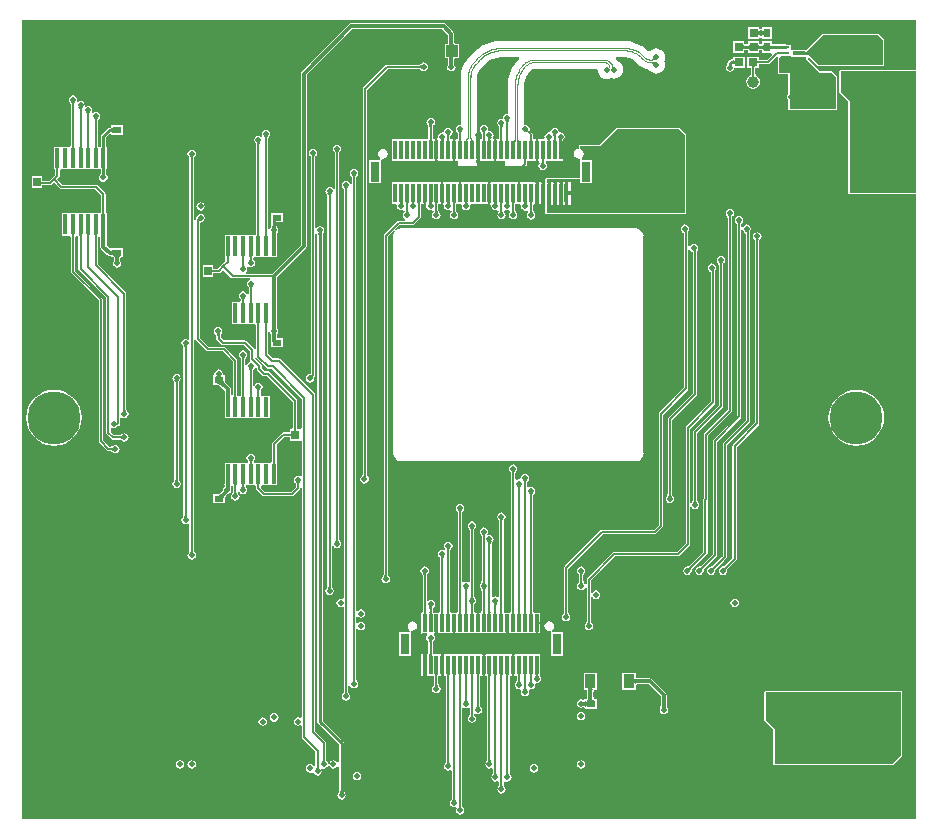
<source format=gbl>
%FSTAX23Y23*%
%MOIN*%
%SFA1B1*%

%IPPOS*%
%ADD11C,0.011810*%
%ADD15C,0.039370*%
%ADD16R,0.031500X0.023620*%
%ADD24C,0.006000*%
%ADD25C,0.010000*%
%ADD27C,0.177170*%
%ADD28C,0.019680*%
%ADD29C,0.004620*%
%ADD30C,0.004620*%
%ADD31R,0.011810X0.062990*%
%ADD32R,0.031500X0.070870*%
%ADD33R,0.059060X0.051180*%
%ADD34R,0.059060X0.047240*%
%ADD35R,0.027560X0.031500*%
%ADD36R,0.043310X0.011810*%
%ADD37R,0.023620X0.009840*%
%ADD38R,0.039370X0.039370*%
%ADD39R,0.037400X0.048030*%
%ADD40R,0.014000X0.066000*%
%ADD41R,0.039370X0.039370*%
%ADD42R,0.051180X0.059060*%
%ADD43R,0.023620X0.031500*%
%ADD44R,0.031500X0.027560*%
%ADD45C,0.008000*%
%LNmod_duo_x_g3399-1*%
%LPD*%
G36*
X01678Y01444D02*
X01458D01*
Y0175*
X01428Y0178*
Y0185*
X01678*
Y01444*
G37*
G36*
Y01854D02*
X01428D01*
X01425Y01853*
X01423Y0185*
Y0178*
X01425Y01777*
X01453Y01748*
Y01444*
X01455Y01441*
X01458Y0144*
X01678*
Y-00643*
X-013*
Y02021*
X01678*
Y01854*
G37*
%LNmod_duo_x_g3399-2*%
%LPC*%
G36*
X01155Y01997D02*
X0112D01*
Y01957*
X01155*
Y01959*
X0116Y01963*
X01161Y01963*
X01162Y01963*
X01167Y01959*
Y01957*
X01199*
Y01997*
X01167*
Y01995*
X01162Y01991*
X01161Y01991*
X0116Y01991*
X01155Y01995*
Y01997*
G37*
G36*
X01553Y01974D02*
X01369D01*
X01366Y01973*
X01315Y01922*
X01315Y01921*
X01314Y01921*
X01313Y0192*
X01268*
X01264Y0192*
X01263Y01924*
Y01938*
X01248*
X01247Y01939*
X01205*
X01204Y01939*
X01203Y01939*
X01201Y01939*
X012Y01939*
X01199Y01939*
X01199Y0194*
X01199Y0194*
X01199Y0194*
X01199Y0194*
Y01949*
X01167*
Y0194*
X01167Y0194*
X01167Y0194*
X01167Y0194*
X01166Y01939*
X01165Y01939*
X01164Y01939*
X01163Y01939*
X01161Y01939*
X0116Y01939*
X01158Y01939*
X01157Y01939*
X01156Y01939*
X01156Y0194*
X01156Y0194*
X01156Y0194*
X01155Y0194*
Y0195*
X0112*
Y0194*
X0112Y0194*
X0112Y0194*
X0112Y0194*
X01119Y0194*
X01118Y0194*
X01117Y01939*
X01116Y01939*
X01114Y01939*
X01114Y01939*
X01112*
X01111Y01939*
X0111Y01939*
X01108Y01939*
X01107Y0194*
X01106Y0194*
X01106Y0194*
X01106Y0194*
X01106Y0194*
X01105Y0194*
Y0195*
X0107*
Y0191*
X01105*
Y01919*
X01106Y01919*
X01106Y0192*
X01106Y0192*
X01106Y0192*
X01107Y0192*
X01108Y0192*
X0111Y0192*
X01111Y01921*
X01112Y01921*
X01114*
X01114Y01921*
X01116Y0192*
X01117Y0192*
X01118Y0192*
X01119Y0192*
X0112Y0192*
X0112Y0192*
X0112Y01919*
X0112Y01919*
Y0191*
X01155*
Y01919*
X01156Y01919*
X01156Y01919*
X01156Y01919*
X01156Y0192*
X01157Y0192*
X01158Y0192*
X0116Y0192*
X01161Y0192*
X01163Y0192*
X01164Y0192*
X01165Y0192*
X01166Y0192*
X01167Y01919*
X01167Y01919*
X01167Y01919*
X01167Y01919*
Y0191*
X01194*
X01197*
X01199Y01905*
X01181Y01887*
X01158*
X01158Y01887*
X01157Y01887*
X01156Y01887*
X01156Y01887*
Y01898*
X01117*
Y01862*
X01129*
X01129Y01862*
X01129Y01861*
X01129Y0186*
X01129Y0186*
Y01841*
X01129Y0184*
X01129Y01839*
X01129Y01839*
X01129Y01838*
X01129Y01838*
X01129Y01838*
X01128Y01837*
X01127Y01837*
X01119Y01832*
X01114Y01824*
X01112Y01815*
X01114Y01806*
X01119Y01798*
X01127Y01793*
X01136Y01791*
X01146Y01793*
X01153Y01798*
X01159Y01806*
X0116Y01815*
X01159Y01824*
X01153Y01832*
X01146Y01837*
X01144Y01837*
X01144Y01838*
X01144Y01838*
X01144Y01838*
X01144Y01839*
X01144Y01839*
X01144Y0184*
X01143Y01841*
Y0186*
X01144Y0186*
X01144Y01861*
X01144Y01862*
X01144Y01862*
X01156*
Y01872*
X01156Y01872*
X01157Y01873*
X01158Y01873*
X01158Y01873*
X01184*
X01187Y01873*
X01189Y01875*
X01214Y019*
X01216Y019*
X01217Y01899*
X01219Y01895*
X01218Y01893*
Y01845*
X01219Y01842*
X01222Y01841*
X01253*
Y01775*
X01253Y01775*
X0125Y0177*
X01249Y01765*
X0125Y01759*
X01253Y01755*
X01253Y01754*
Y01725*
X01255Y01722*
X01258Y01721*
X01413*
X01416Y01722*
X01417Y01725*
Y0183*
X01416Y01833*
X01401Y01848*
X01398Y01849*
X01359*
X01318Y0189*
X01319Y01893*
X01324Y01895*
X01352Y01867*
X01355Y01866*
X01568*
X01571Y01867*
X01572Y0187*
Y01955*
X01571Y01958*
X01556Y01973*
X01553Y01974*
G37*
G36*
X00707Y0195D02*
X00297D01*
X00297Y0195*
X00276Y01949*
X00256Y01944*
X00237Y01936*
X00219Y01925*
X00203Y01912*
X00203Y01912*
X00192Y019*
X00191Y019*
X00181Y01888*
X00173Y01874*
X00167Y01859*
X00163Y01843*
X00162Y01828*
X00161Y01827*
Y01674*
X00159Y01672*
X00154Y01671*
X00149Y01668*
X00146Y01663*
X00145Y01658*
X00146Y01652*
X00149Y01648*
X00149Y01648*
X0015Y01647*
X0015Y01646*
X0015Y01646*
X00151Y01645*
X00151Y01645*
X00151Y01644*
X00151Y01644*
X00152Y01643*
X00152Y01643*
X00152Y01642*
X00152Y01642*
Y01624*
X00152Y01624*
X00145*
X00145Y01623*
X00144Y01623*
X00144Y01622*
X00143Y01621*
X00143Y0162*
X00143Y0162*
X00143Y01619*
X00143Y01618*
X00144Y01618*
X00144Y01618*
X00145Y01618*
X00145Y01617*
X00142*
X00142Y01617*
X00136*
X00136Y01617*
X00133*
X00134Y01618*
X00134Y01618*
X00135Y01618*
X00135Y01618*
X00136Y01619*
X00136Y0162*
X00136Y0162*
X00135Y01621*
X00135Y01622*
X00134Y01623*
X00134Y01623*
X00134Y01624*
X00127*
X00127Y01624*
Y01632*
X00127Y01632*
X00127Y01633*
X00127Y01634*
X00127Y01634*
X00127Y01635*
X00127Y01635*
X00128Y01636*
X00128Y01636*
X00128Y01637*
X00129Y01637*
X0013Y01638*
X0013Y01638*
X00133Y01642*
X00134Y01648*
X00133Y01653*
X0013Y01658*
X00125Y01661*
X0012Y01662*
X00114Y01661*
X0011Y01658*
X00107Y01653*
X00105Y01648*
X00101Y01646*
X001Y01646*
X00094Y01645*
X0009Y01642*
X00087Y01637*
X00086Y01632*
X00086Y01629*
X00083Y01624*
X00068*
X00068Y01624*
Y01664*
X00068Y01664*
X00068Y01665*
X00068Y01666*
X00068Y01666*
X00068Y01666*
X00068Y01667*
X00069Y01667*
X00069Y01668*
X00069Y01668*
X0007Y01669*
X00071Y0167*
X00071Y0167*
X00071Y0167*
X00074Y01674*
X00075Y0168*
X00074Y01685*
X00071Y0169*
X00066Y01693*
X00061Y01694*
X00055Y01693*
X00051Y0169*
X00048Y01685*
X00047Y0168*
X00048Y01674*
X0005Y0167*
X0005Y0167*
X00051Y01669*
X00052Y01669*
X00052Y01668*
X00052Y01668*
X00053Y01667*
X00053Y01667*
X00053Y01666*
X00053Y01666*
X00053Y01665*
X00053Y01664*
X00053Y01664*
Y01624*
X00053Y01624*
X-00069*
Y01549*
X00153*
Y01535*
X00224*
Y01549*
X00274*
X00274Y01549*
X00274Y0155*
X00274Y01551*
X00274Y01552*
X00274Y01553*
X00273Y01553*
X00273Y01554*
X00273Y01554*
X00272Y01555*
X00272Y01555*
X00271Y01555*
X00283*
X00282Y01555*
X00282Y01555*
X00281Y01554*
X00281Y01554*
X00281Y01553*
X0028Y01553*
X0028Y01552*
X0028Y01551*
X0028Y0155*
X0028Y01549*
X0028Y01549*
X0028Y01549*
X0031*
Y01535*
X00382*
Y01549*
X00422*
X00422Y01548*
X00423Y01546*
X00424Y01544*
X00421Y0154*
X0042Y01534*
X00421Y01529*
X00425Y01524*
X00429Y01521*
X00435Y0152*
X0044Y01521*
X00445Y01524*
X00448Y01529*
X00449Y01534*
X00448Y0154*
X00445Y01544*
X00446Y01546*
X00447Y01548*
X00447Y01549*
X00503*
Y01551*
X00503*
Y01617*
X00504Y01617*
X00504Y01617*
X00504Y01617*
X00503Y01622*
X00506Y01626*
X00507Y01627*
X00508Y01632*
X00507Y01637*
X00504Y01642*
X00499Y01645*
X00494Y01646*
X00493Y01646*
X00488Y01648*
X00487Y01653*
X00484Y01658*
X00479Y01661*
X00474Y01662*
X00468Y01661*
X00464Y01658*
X00461Y01653*
X0046Y01648*
X00455Y01646*
X00454Y01646*
X00449Y01645*
X00444Y01642*
X00441Y01637*
X0044Y01632*
X00441Y01629*
X00438Y01624*
X00402*
X00402Y01624*
Y01639*
X00402Y01642*
X004Y01644*
X00393Y01651*
X00393Y01652*
X00392Y01652*
X00392Y01653*
X00392Y01653*
X00392Y01654*
X00391Y01654*
X00391Y01655*
X00391Y01655*
X00391Y01656*
X00391Y01657*
X00391Y01658*
X00391Y01658*
Y01658*
X0039Y01663*
X00387Y01668*
X00382Y01671*
X00377Y01672*
X00373Y01675*
Y01799*
Y01799*
X00373Y01804*
X00373Y01809*
X00374Y01817*
X00378Y0183*
X00384Y01841*
X00392Y01851*
X00393Y01851*
X00393Y01852*
X00399Y01856*
X00406Y01857*
X00407Y01857*
X00615*
X00618Y01854*
X00619Y01847*
X00622Y01839*
X00626Y01833*
X00633Y01828*
X0064Y01825*
X00648Y01824*
X00655Y01825*
X00661Y01827*
X00665Y01826*
X00673Y01825*
X0068Y01826*
X00688Y01829*
X00694Y01834*
X00699Y0184*
X00702Y01847*
X00703Y01855*
X00702Y01863*
X00699Y0187*
X00694Y01876*
X00688Y01881*
X00684Y01882*
X00683Y01886*
X00679Y0189*
X00678Y01891*
X0068Y01896*
X0068Y01896*
X00702*
X00702*
X00707*
X00711Y01896*
X00721Y01895*
X00734Y01889*
X00745Y01881*
X00746Y0188*
X00751Y01875*
X00752Y01874*
X0076Y01867*
X00771Y01861*
X00783Y01858*
X00786Y01858*
X00787Y01857*
X00791Y01851*
X00798Y01846*
X00805Y01843*
X00813Y01842*
X0082Y01843*
X00828Y01846*
X00834Y01851*
X00839Y01857*
X00842Y01864*
X00843Y01872*
X00842Y0188*
X0084Y01884*
X00842Y01888*
X00843Y01896*
X00842Y01903*
X00839Y01911*
X00834Y01917*
X00828Y01922*
X0082Y01925*
X00813Y01926*
X00805Y01925*
X00798Y01922*
X00791Y01917*
X00791Y01916*
X00786Y01916*
X00784Y01918*
X00783Y01919*
X00771Y01929*
X00756Y01938*
X0074Y01945*
X00724Y01949*
X00707Y0195*
X00707Y0195*
G37*
G36*
X00038Y01879D02*
X00032Y01878D01*
X00028Y01875*
X00028Y01875*
X00027Y01874*
X00027Y01874*
X00026Y01873*
X00026Y01873*
X00025Y01873*
X00025Y01873*
X00024Y01872*
X00024Y01872*
X00023Y01872*
X00022Y01872*
X00022Y01872*
X-00085*
X-00088Y01871*
X-0009Y0187*
X-00164Y01796*
X-00166Y01793*
X-00166Y01791*
Y00505*
X-00167Y00505*
X-00167Y00504*
X-00167Y00504*
X-00167Y00503*
X-00167Y00503*
X-00167Y00502*
X-00167Y00502*
X-00168Y00501*
X-00168Y00501*
X-00169Y005*
X-00169Y00499*
X-00169Y00499*
X-00169Y00499*
X-00173Y00495*
X-00174Y00489*
X-00173Y00484*
X-00169Y00479*
X-00165Y00476*
X-0016Y00475*
X-00154Y00476*
X-0015Y00479*
X-00146Y00484*
X-00145Y00489*
X-00146Y00495*
X-00149Y00499*
X-00149Y00499*
X-0015Y005*
X-0015Y005*
X-00151Y00501*
X-00151Y00501*
X-00151Y00502*
X-00152Y00502*
X-00152Y00503*
X-00152Y00503*
X-00152Y00504*
X-00152Y00505*
X-00152Y00505*
Y01788*
X-00082Y01858*
X00022*
X00022Y01858*
X00023Y01858*
X00024Y01857*
X00024Y01857*
X00025Y01857*
X00025Y01857*
X00026Y01857*
X00026Y01856*
X00027Y01856*
X00027Y01855*
X00028Y01855*
X00028Y01855*
X00032Y01852*
X00038Y01851*
X00043Y01852*
X00048Y01855*
X00051Y01859*
X00052Y01865*
X00051Y0187*
X00048Y01875*
X00043Y01878*
X00038Y01879*
G37*
G36*
X00104Y0201D02*
X-00204D01*
X-00208Y02009*
X-00211Y02007*
X-00369Y01849*
X-00371Y01846*
X-00372Y01842*
Y0127*
X-00468Y01174*
X-00554*
X-00556Y01179*
X-00554Y0118*
X-00551Y01184*
X-0055Y0119*
X-00551Y01195*
X-00552Y01197*
X-00549Y012*
X-00544Y01197*
X-00539Y01196*
X-00533Y01197*
X-00529Y012*
X-00526Y01204*
X-00524Y0121*
X-00526Y01215*
X-00529Y0122*
X-00529Y0122*
X-00529Y01221*
X-0053Y01221*
X-0053Y01222*
X-0053Y01222*
X-00531Y01223*
X-00531Y01223*
X-00531Y01224*
X-00531Y01224*
X-00531Y01225*
X-00528Y01229*
X-00524*
X-00523*
X-00503*
X-00502*
X-00498*
X-00497*
X-00478*
X-00476*
X-00473*
X-00471*
X-00451*
Y01298*
X-00451Y01298*
X-00451Y01298*
Y01298*
X-00451Y01299*
X-00451Y01303*
X-00452Y01308*
X-00452Y01308*
X-00452Y01308*
X-00452Y01309*
X-00452Y01309*
X-00452Y0131*
X-00452Y0131*
X-00452Y0131*
X-00452Y0131*
X-00452Y0131*
X-00449Y01314*
X-00448Y0132*
X-00449Y01325*
X-00452Y01329*
X-00452Y0133*
X-00452Y0133*
X-00452Y0133*
X-00452Y0133*
X-00452Y0133*
X-00452Y01331*
X-00452Y01331*
X-00452Y01332*
X-00452Y01333*
X-00452Y01334*
X-00453Y01335*
Y01346*
X-00431*
Y01377*
X-0047*
Y01355*
X-00471Y01355*
Y01351*
X-00471Y01349*
Y01335*
X-00471Y01334*
X-00471Y01332*
X-00471Y01332*
X-00471Y01331*
X-00471Y01331*
X-00472Y0133*
X-00472Y0133*
X-00472Y0133*
X-00472Y0133*
X-00472Y0133*
X-00472Y01329*
X-00475Y01325*
X-00475Y01323*
X-0048Y01324*
Y01625*
X-0048Y01626*
X-0048Y01626*
X-0048Y01627*
X-0048Y01627*
X-0048Y01628*
X-0048Y01628*
X-00479Y01629*
X-00479Y01629*
X-00479Y0163*
X-00478Y01631*
X-00477Y01631*
X-00477Y01631*
X-00474Y01636*
X-00473Y01641*
X-00474Y01647*
X-00477Y01651*
X-00482Y01654*
X-00487Y01655*
X-00493Y01654*
X-00497Y01651*
X-005Y01647*
X-00502Y01641*
X-005Y01636*
X-00499Y01634*
X-00503Y01631*
X-00508Y01634*
X-00513Y01635*
X-00518Y01634*
X-00523Y01631*
X-00526Y01627*
X-00527Y01621*
X-00526Y01616*
X-00523Y01611*
X-00523Y01611*
X-00522Y0161*
X-00522Y0161*
X-00521Y01609*
X-00521Y01609*
X-00521Y01608*
X-00521Y01608*
X-00521Y01607*
X-0052Y01607*
X-0052Y01606*
X-0052Y01606*
X-0052Y01605*
Y01308*
X-00524Y01303*
X-00528*
X-00529*
X-00548*
X-0055*
X-00555*
X-00574*
X-00575*
X-00579*
X-0058*
X-00599*
X-00601*
X-00604*
X-00606*
X-00626*
Y01229*
X-00623*
Y01217*
X-00648Y01191*
X-00664*
Y01203*
X-00699*
Y01164*
X-00664*
Y01176*
X-00645*
X-00643Y01177*
X-0064Y01178*
X-0063Y01188*
X-00604Y01162*
X-00601Y0116*
X-00599Y0116*
X-00541*
X-00541Y01155*
X-00543Y01154*
X-00548Y01151*
X-00551Y01147*
X-00552Y01141*
X-00551Y01136*
X-00549Y01133*
X-00549Y01132*
X-00548Y01131*
X-00547Y01131*
X-00547Y0113*
X-00547Y0113*
X-00546Y01129*
X-00546Y01128*
X-00546Y01128*
X-00546Y01127*
X-00546Y01127*
X-00546Y01126*
X-00546Y01126*
Y01106*
X-00551Y01105*
X-00551Y01107*
X-00554Y01112*
X-00559Y01115*
X-00564Y01116*
X-0057Y01115*
X-00574Y01112*
X-00577Y01107*
X-00578Y01102*
X-00577Y01096*
X-00574Y01092*
X-00574Y01092*
X-00574Y01091*
X-00573Y01091*
X-00573Y0109*
X-00572Y01089*
X-00572Y01089*
X-00572Y01088*
X-00572Y01088*
X-00572Y01088*
X-00572Y01087*
X-00572Y01086*
X-00571Y01086*
Y01086*
X-00575Y01081*
X-00579*
X-0058*
X-00601*
Y01007*
X-0058*
X-00579*
X-00575*
X-00574*
X-00555*
X-0055*
X-00548*
X-00529*
X-00528*
X-00524*
X-0052Y01003*
Y00898*
X-0052Y00895*
X-00518Y00893*
X-00486Y00861*
X-00484Y00859*
X-00481Y00858*
X-00469*
X-00369Y00758*
Y00659*
X-00374Y00658*
X-00374*
X-00383*
X-00383Y00658*
X-00383Y00658*
X-00383Y00659*
X-00383Y0066*
X-00383Y00662*
X-00383Y00662*
Y00751*
X-00384Y00755*
X-00386Y00757*
X-00476Y00847*
X-00478Y00849*
X-00481Y0085*
X-0049*
X-00501Y00861*
Y00866*
X-00502Y00869*
X-00504Y00871*
X-00525Y00893*
Y0092*
X-00526Y00923*
X-00528Y00926*
X-00552Y0095*
X-00555Y00952*
X-00558Y00953*
X-00628*
X-00638Y00962*
Y00968*
X-00638Y00968*
X-00638Y00969*
X-00637Y0097*
X-00637Y0097*
X-00637Y00971*
X-00637Y00972*
X-00637Y00972*
X-00637Y00972*
X-00637Y00973*
X-00636Y00973*
X-00636Y00974*
X-00636Y00975*
X-00634Y00977*
X-00633Y00983*
X-00634Y00988*
X-00637Y00993*
X-00641Y00996*
X-00647Y00997*
X-00652Y00996*
X-00657Y00993*
X-0066Y00988*
X-00661Y00983*
X-0066Y00977*
X-00657Y00973*
X-00656Y00972*
X-00656Y00972*
X-00655Y00971*
X-00655Y00971*
X-00655Y00971*
X-00655Y00971*
X-00655Y0097*
X-00655Y0097*
X-00654Y00969*
X-00654Y00969*
X-00654Y00968*
X-00654Y00967*
X-00654Y00967*
X-00654Y00967*
X-00654Y00967*
Y00958*
X-00653Y00955*
X-00652Y00953*
X-00638Y00939*
X-00635Y00937*
X-00632Y00936*
X-00562*
X-00542Y00916*
Y0089*
X-00541Y00886*
X-0054Y00885*
X-0054Y00882*
X-00542Y00879*
X-00544Y00879*
X-00549Y00876*
X-00552Y00871*
X-00552Y00869*
X-00557Y00869*
Y00889*
X-00557Y0089*
X-00557Y0089*
X-00557Y00891*
X-00557Y00891*
X-00557Y00892*
X-00556Y00892*
X-00556Y00893*
X-00556Y00893*
X-00555Y00894*
X-00555Y00894*
X-00554Y00895*
X-00554Y00895*
X-00551Y009*
X-0055Y00905*
X-00551Y0091*
X-00554Y00915*
X-00559Y00918*
X-00564Y00919*
X-0057Y00918*
X-00574Y00915*
X-00577Y0091*
X-00578Y00905*
X-00577Y009*
X-00574Y00895*
X-00574Y00895*
X-00574Y00894*
X-00573Y00894*
X-00573Y00893*
X-00572Y00893*
X-00572Y00892*
X-00572Y00892*
X-00572Y00891*
X-00572Y00891*
X-00572Y0089*
X-00572Y0089*
X-00571Y00889*
Y00772*
X-00574Y00768*
X-0058Y00768*
X-00583Y00771*
Y00885*
X-00583Y00888*
X-00585Y0089*
X-00622Y00928*
X-00624Y00929*
X-00627Y0093*
X-00678*
X-00709Y00961*
Y01343*
X-00706Y01347*
X-00701Y01348*
X-00696Y01351*
X-00693Y01356*
X-00692Y01361*
X-00693Y01367*
X-00696Y01371*
X-00701Y01374*
X-00706Y01375*
X-00712Y01374*
X-00716Y01371*
X-00719Y01367*
X-0072Y01361*
X-0072Y01359*
X-0072Y01359*
X-0072Y01359*
X-0072Y01359*
X-0072Y01359*
X-0072Y01358*
Y01358*
X-0072Y01358*
X-0072Y01358*
X-0072Y01358*
X-00721Y01357*
X-00721Y01357*
X-00722Y01356*
X-00722Y01356*
X-00723Y01354*
X-00723Y01352*
X-00728Y01353*
Y01558*
X-00728Y01559*
X-00728Y0156*
X-00728Y0156*
X-00728Y0156*
X-00728Y01561*
X-00728Y01561*
X-00727Y01562*
X-00727Y01562*
X-00727Y01563*
X-00726Y01564*
X-00725Y01564*
X-00725Y01565*
X-00722Y01569*
X-00721Y01574*
X-00722Y0158*
X-00725Y01584*
X-0073Y01587*
X-00735Y01588*
X-00741Y01587*
X-00745Y01584*
X-00748Y0158*
X-0075Y01574*
X-00748Y01569*
X-00746Y01565*
X-00745Y01564*
X-00745Y01564*
X-00744Y01563*
X-00744Y01562*
X-00744Y01562*
X-00743Y01561*
X-00743Y01561*
X-00743Y0156*
X-00743Y0156*
X-00743Y0156*
X-00743Y01559*
X-00743Y01558*
Y00957*
X-00743Y00957*
X-00748Y00955*
X-00751Y00957*
X-00756Y00958*
X-00762Y00957*
X-00766Y00954*
X-00769Y0095*
X-0077Y00944*
X-00769Y00939*
X-00766Y00935*
X-00766Y00934*
X-00766Y00934*
X-00765Y00933*
X-00765Y00933*
X-00764Y00932*
X-00764Y00932*
X-00764Y00931*
X-00764Y00931*
X-00764Y0093*
X-00764Y0093*
X-00764Y00929*
X-00763Y00928*
Y0037*
X-00764Y00369*
X-00764Y00369*
X-00764Y00368*
X-00764Y00368*
X-00764Y00367*
X-00764Y00367*
X-00764Y00366*
X-00765Y00366*
X-00765Y00365*
X-00766Y00365*
X-00766Y00364*
X-00766Y00364*
X-00769Y00359*
X-0077Y00354*
X-00769Y00348*
X-00766Y00344*
X-00762Y00341*
X-00756Y0034*
X-00751Y00341*
X-00748Y00343*
X-00743Y00341*
X-00743Y00341*
Y00252*
X-00743Y00251*
X-00743Y0025*
X-00743Y0025*
X-00743Y0025*
X-00743Y00249*
X-00743Y00249*
X-00744Y00248*
X-00744Y00247*
X-00744Y00247*
X-00745Y00246*
X-00745Y00246*
X-00746Y00245*
X-00748Y00241*
X-0075Y00236*
X-00748Y0023*
X-00745Y00226*
X-00741Y00223*
X-00735Y00222*
X-0073Y00223*
X-00725Y00226*
X-00722Y0023*
X-00721Y00236*
X-00722Y00241*
X-00725Y00246*
X-00725Y00246*
X-00726Y00246*
X-00727Y00247*
X-00727Y00248*
X-00727Y00248*
X-00728Y00249*
X-00728Y00249*
X-00728Y0025*
X-00728Y0025*
X-00728Y0025*
X-00728Y00251*
X-00728Y00252*
Y00956*
X-00723Y00957*
X-00723Y00955*
X-00721Y00953*
X-00686Y00918*
X-00684Y00916*
X-00681Y00916*
X-0063*
X-00597Y00882*
Y00772*
X-006Y00769*
X-006Y00768*
X-00601Y00768*
X-00605Y00771*
X-00605Y00773*
X-00605Y00775*
X-00605Y00775*
Y00789*
X-00606Y00793*
X-00608Y00796*
X-00619Y00807*
X-00619Y00807*
X-00623Y00812*
X-00625Y00814*
X-00626Y00816*
X-00626Y00816*
Y0082*
X-00626Y00821*
X-00626Y00821*
Y00836*
X-00628*
X-00632Y00841*
X-00632Y00842*
X-00633Y00847*
X-00636Y00852*
X-0064Y00855*
X-00646Y00856*
X-00651Y00855*
X-00656Y00852*
X-00659Y00847*
X-0066Y00842*
X-0066Y00841*
X-00664Y00836*
X-00666*
Y00804*
X-00647*
X-00647Y00804*
X-00645Y00803*
X-00644Y00802*
X-00636Y00795*
X-00633Y00793*
X-00633Y00793*
X-00633Y00792*
X-00633Y00792*
X-00625Y00785*
Y00775*
X-00626Y00775*
X-00626Y00773*
X-00626Y00768*
X-00626Y00767*
X-00626*
X-00627Y00763*
X-00626Y00763*
Y00693*
X-00606*
X-00604*
X-00601*
X-00599*
X-0058*
X-00579*
X-00575*
X-00574*
X-00555*
X-00553*
X-00548*
X-00529*
X-00524*
X-00523*
X-00503*
X-00502*
X-00498*
X-00497*
X-00476*
Y00767*
X-00497*
X-00498*
X-00502*
X-00506Y00771*
Y00782*
X-00506Y00783*
X-00506Y00783*
X-00506Y00784*
X-00505Y00784*
X-00505Y00785*
X-00505Y00785*
X-00505Y00786*
X-00505Y00786*
X-00504Y00787*
X-00504Y00787*
X-00503Y00788*
X-00503Y00788*
X-005Y00793*
X-00499Y00798*
X-005Y00804*
X-00503Y00808*
X-00508Y00811*
X-00513Y00812*
X-00518Y00811*
X-00523Y00808*
X-00526Y00804*
X-00526Y00801*
X-00531Y00802*
Y0085*
X-00531Y0085*
X-00531Y00851*
X-00531Y00851*
X-00531Y00852*
X-00531Y00852*
X-00531Y00853*
X-0053Y00853*
X-0053Y00854*
X-0053Y00854*
X-00529Y00855*
X-00529Y00856*
X-00529Y00856*
X-00526Y0086*
X-00525Y0086*
X-0052Y00862*
X-00518Y0086*
Y00857*
Y00857*
X-00517Y00854*
X-00515Y00852*
X-005Y00836*
X-00497Y00834*
X-00494Y00833*
X-00485*
X-00399Y00748*
Y00662*
X-004Y00662*
X-004Y0066*
X-004Y00659*
X-004Y00658*
X-004Y00658*
X-004Y00658*
X-00409*
Y00646*
X-0043*
X-00434Y00645*
X-00436Y00644*
X-00466Y00614*
X-00467Y00612*
X-00468Y00608*
Y00549*
X-00472Y00545*
X-00476*
X-00478*
X-00497*
X-00498*
X-00502*
X-00503*
X-00523*
X-00524*
X-00528*
X-00528Y00545*
X-00529Y00548*
X-00529Y0055*
Y0055*
X-00529Y00551*
X-00528Y00551*
X-00526Y00556*
X-00524Y00561*
X-00526Y00566*
X-00529Y00571*
X-00533Y00574*
X-00539Y00575*
X-00544Y00574*
X-00549Y00571*
X-00552Y00566*
X-00553Y00561*
X-00552Y00556*
X-00549Y00551*
X-00549Y00551*
X-00548Y0055*
X-00549Y00548*
X-0055Y00545*
X-0055Y00545*
X-00553*
X-00555*
X-00574*
X-00575*
X-00579*
X-0058*
X-00599*
X-00601*
X-00604*
X-00606*
X-00626*
Y00477*
X-00626Y00477*
X-00626Y00476*
Y00476*
X-00627Y00475*
X-00626Y00471*
X-00625Y00467*
X-00625Y00466*
X-00625Y00466*
X-00625Y00465*
X-00625Y00465*
X-00625Y00465*
X-00625Y00465*
X-00625Y00465*
X-00625Y00465*
X-00625Y00465*
X-00626Y00464*
X-00628Y00463*
X-00631Y00458*
X-00632Y00453*
X-00632Y00453*
X-00632Y00453*
X-00632Y00453*
X-00632Y00452*
X-00632Y00452*
X-00633Y00452*
X-00633Y00451*
X-00633Y00451*
X-00634Y0045*
X-00634Y0045*
X-00636Y00448*
X-00641Y00444*
X-00642Y00443*
X-00644Y00442*
X-00645Y00441*
X-00646Y00441*
X-00666*
Y00409*
X-00626*
Y00427*
X-00626Y00427*
X-00626Y00427*
Y0043*
X-00625Y00432*
X-00622Y00435*
X-00621Y00436*
X-0062Y00437*
X-0062Y00437*
X-00619Y00438*
X-00619Y00438*
X-00619Y00438*
X-00618Y00438*
X-00618Y00438*
X-00618*
X-00618Y00438*
X-00618Y00439*
X-00613Y0044*
X-00608Y00443*
X-00605Y00447*
X-00604Y00453*
X-00605Y00458*
X-00606Y00459*
X-00606Y00459*
X-00606Y00459*
X-00606Y00459*
Y00459*
X-00606Y00459*
Y00459*
X-00606Y0046*
X-00606Y0046*
X-00606Y00464*
X-00606Y00465*
X-00606Y00465*
X-00606Y00465*
X-00606Y00469*
X-00606Y00471*
X-00601*
X-00597Y00467*
Y00448*
X-00597Y00448*
X-00597Y00447*
X-00597Y00447*
X-00597Y00446*
X-00597Y00446*
X-00598Y00445*
X-00598Y00445*
X-00598Y00444*
X-00599Y00444*
X-00599Y00443*
X-006Y00443*
X-006Y00442*
X-00603Y00438*
X-00604Y00433*
X-00603Y00427*
X-006Y00423*
X-00595Y0042*
X-0059Y00418*
X-00584Y0042*
X-0058Y00423*
X-00577Y00427*
X-00576Y00433*
X-00577Y00438*
X-0058Y00442*
X-0058Y00443*
X-0058Y00443*
X-00581Y00444*
X-00581Y00444*
X-00582Y00445*
X-00582Y00445*
X-00582Y00446*
X-00582Y00446*
X-00582Y00447*
X-00582Y00447*
X-00582Y00448*
X-0058Y00449*
X-00576Y00448*
X-00574Y00445*
X-0057Y00442*
X-00564Y00441*
X-00559Y00442*
X-00554Y00445*
X-00551Y0045*
X-0055Y00455*
X-00551Y00461*
X-00554Y00465*
X-00554Y00465*
X-00555Y00466*
X-00555Y00466*
X-00555Y00468*
X-00554Y00469*
X-00553Y00471*
Y00471*
X-0055*
X-00548*
X-00529*
X-00528*
X-00524*
X-0052Y00467*
Y00459*
X-0052Y00456*
X-00518Y00454*
X-00499Y00435*
X-00497Y00433*
X-00494Y00433*
X-00402*
X-00399Y00433*
X-00397Y00435*
X-00376Y00456*
X-00375Y00458*
X-00374Y00461*
X-00369Y0046*
Y-00303*
X-00374Y-00306*
X-00376Y-00305*
X-00381Y-00304*
X-00387Y-00305*
X-00391Y-00308*
X-00394Y-00313*
X-00395Y-00318*
X-00394Y-00323*
X-00391Y-00328*
X-00387Y-00331*
X-00381Y-00332*
X-00376Y-00331*
X-00374Y-0033*
X-00369Y-00333*
Y-00369*
X-00369Y-00372*
X-00367Y-00374*
X-00323Y-00418*
Y-00465*
X-00324Y-00466*
X-00331Y-00465*
X-00331Y-00464*
X-00336Y-00461*
X-00341Y-0046*
X-00347Y-00461*
X-00351Y-00464*
X-00354Y-00469*
X-00355Y-00474*
X-00354Y-0048*
X-00351Y-00484*
X-00347Y-00487*
X-00341Y-00488*
X-00336Y-00487*
X-00335Y-00487*
X-0033Y-00489*
X-00329Y-0049*
X-00326Y-00494*
X-00322Y-00497*
X-00316Y-00498*
X-00311Y-00497*
X-00306Y-00494*
X-00303Y-0049*
X-00302Y-00484*
X-00303Y-00479*
X-00304Y-00477*
X-00301Y-00474*
X-00301Y-00474*
X-00295Y-00475*
X-0029Y-00474*
X-00285Y-00471*
X-00282Y-00466*
X-00282Y-00463*
X-00282Y-00463*
X-00277*
X-00277Y-00463*
X-00276Y-00466*
X-00273Y-00471*
X-00268Y-00474*
X-00263Y-00475*
X-00258Y-00474*
X-00253Y-00471*
X-0025Y-00467*
X-00247Y-00467*
X-00245Y-00468*
Y-00549*
X-00246Y-0055*
X-00246Y-00552*
X-00246Y-00552*
X-00246Y-00553*
X-00246Y-00553*
X-00246Y-00554*
X-00246Y-00554*
X-00246Y-00554*
X-00246Y-00554*
X-00246Y-00554*
X-00247Y-00555*
X-00249Y-00559*
X-0025Y-00564*
X-00249Y-0057*
X-00246Y-00574*
X-00242Y-00577*
X-00236Y-00578*
X-00231Y-00577*
X-00226Y-00574*
X-00223Y-0057*
X-00222Y-00564*
X-00223Y-00559*
X-00226Y-00555*
X-00226Y-00554*
X-00226Y-00554*
X-00226Y-00554*
X-00226Y-00554*
X-00227Y-00554*
X-00227Y-00553*
X-00227Y-00553*
X-00227Y-00552*
X-00227Y-00551*
X-00227Y-0055*
X-00227Y-00549*
Y-00391*
X-00228Y-00387*
X-0023Y-00384*
X-00299Y-00315*
Y01304*
X-00299Y01304*
X-00298Y01306*
X-00298Y01307*
X-00298Y01308*
X-00298Y01308*
X-00298Y01308*
X-00298Y01309*
X-00298Y01309*
X-00298Y01309*
X-00298Y01309*
X-00298Y01309*
X-00295Y01313*
X-00294Y01319*
X-00295Y01324*
X-00298Y01329*
X-00302Y01332*
X-00308Y01333*
X-00313Y01332*
X-00318Y01329*
X-00319Y01327*
X-00324Y01328*
Y01562*
X-00324Y01562*
X-00324Y01563*
X-00324Y01564*
X-00324Y01564*
X-00324Y01565*
X-00323Y01565*
X-00323Y01566*
X-00323Y01566*
X-00322Y01567*
X-00322Y01567*
X-00321Y01568*
X-00321Y01568*
X-00318Y01572*
X-00317Y01578*
X-00318Y01583*
X-00321Y01588*
X-00326Y01591*
X-00331Y01592*
X-00337Y01591*
X-00341Y01588*
X-00344Y01583*
X-00345Y01578*
X-00344Y01572*
X-00341Y01568*
X-00341Y01568*
X-00341Y01567*
X-0034Y01567*
X-0034Y01566*
X-00339Y01566*
X-00339Y01565*
X-00339Y01565*
X-00339Y01564*
X-00339Y01564*
X-00339Y01563*
X-00339Y01562*
X-00338Y01562*
Y00845*
X-00339Y00845*
X-00339Y00844*
X-00342Y0084*
X-00347Y00839*
X-00352Y00836*
X-00355Y00832*
X-00356Y00826*
X-00355Y00821*
X-00352Y00816*
X-00347Y00813*
X-00342Y00812*
X-00336Y00813*
X-00332Y00816*
X-00329Y00821*
X-00328Y00826*
X-00328Y00827*
X-00328Y00828*
X-00328Y00828*
X-00328Y00828*
X-00328Y00829*
X-00328Y00829*
X-00328Y00829*
X-00328Y00829*
X-00328Y00829*
X-00327Y0083*
X-00327Y0083*
X-00327Y00831*
X-00327Y00831*
X-00326Y00832*
X-00326Y00832*
X-00325Y00834*
X-00324Y00837*
Y01306*
X-00322Y01308*
X-00319Y01308*
X-00318Y01308*
X-00317Y01306*
X-00317Y01305*
X-00317Y01304*
X-00317Y01304*
Y-00319*
X-00316Y-00323*
X-00314Y-00326*
X-00245Y-00394*
Y-00454*
X-00247Y-00454*
X-0025Y-00454*
X-00253Y-00451*
X-00258Y-00448*
X-00263Y-00446*
X-00268Y-00448*
X-00273Y-00451*
X-00276Y-00455*
X-00277Y-00458*
X-00277Y-00458*
X-00282*
X-00282Y-00458*
X-00282Y-00455*
X-00285Y-00451*
X-00285Y-00451*
X-00286Y-0045*
X-00287Y-00449*
X-00287Y-00449*
X-00287Y-00448*
X-00288Y-00448*
X-00288Y-00447*
X-00288Y-00447*
X-00288Y-00446*
X-00288Y-00446*
X-00288Y-00445*
X-00288Y-00445*
Y-0039*
X-00289Y-00387*
X-0029Y-00385*
X-00324Y-00351*
Y0077*
X-00325Y00773*
X-00326Y00776*
X-00441Y0089*
X-00443Y00892*
X-00446Y00893*
X-00465*
X-0048Y00908*
Y0098*
X-00475Y0098*
X-00475Y00978*
X-00472Y00975*
X-00472Y00975*
X-00472Y00975*
X-00472Y00974*
X-00472Y00974*
X-00472Y00974*
X-00472Y00973*
X-00472Y00971*
X-00472Y0097*
X-00472Y0097*
Y00957*
X-00471Y00953*
X-00471Y00952*
Y0095*
X-0047Y00949*
Y00929*
X-00431*
Y0096*
X-00451*
X-00452Y00961*
Y0097*
X-00452Y0097*
X-00452Y00971*
X-00451Y00974*
X-00451Y00974*
X-00451Y00974*
X-00451Y00975*
Y00975*
X-00451Y00975*
X-00449Y00978*
X-00448Y00984*
X-00449Y00989*
X-00451Y00993*
X-00451Y00993*
Y00993*
X-00451Y00993*
X-00451Y00993*
X-00451Y00993*
X-00452Y00997*
X-00452Y00998*
X-00452Y00998*
Y00999*
X-00452Y00999*
X-00452Y01001*
X-00451Y01006*
X-00451Y01007*
X-00451*
X-00451Y01011*
X-00451Y01011*
Y01076*
Y01076*
X-00451Y01077*
X-00451Y01081*
X-00451*
X-00452Y01086*
X-00452Y01089*
X-00452Y01089*
Y01162*
X-00355Y01259*
X-00353Y01262*
X-00352Y01266*
Y01838*
X-002Y0199*
X001*
X0012Y0197*
Y0195*
X0012Y0195*
X0012Y01947*
X00119Y01946*
X00119Y01944*
X00119Y01943*
X00119Y01942*
X00118Y01942*
X00118Y01942*
X00118*
Y01942*
X00118Y01942*
X00117Y01942*
X00108*
Y01894*
X00117*
X00118Y01894*
X00118Y01894*
X00118Y01894*
X00118Y01894*
X00119Y01894*
X00119Y01893*
X00119Y01892*
X00119Y0189*
X0012Y01889*
X0012Y01887*
X0012Y01886*
Y01877*
X0012Y01877*
X0012Y01876*
X0012Y01874*
X00119Y01873*
X00119Y01872*
X00119Y01872*
X00119Y01872*
Y01872*
X00119Y01872*
X00117Y01868*
X00116Y01863*
X00117Y01857*
X0012Y01853*
X00124Y0185*
X0013Y01849*
X00135Y0185*
X0014Y01853*
X00143Y01857*
X00144Y01863*
X00143Y01868*
X0014Y01872*
X0014Y01872*
Y01872*
X0014Y01872*
X0014Y01872*
X0014Y01873*
X0014Y01876*
X0014Y01877*
X0014Y01877*
Y01886*
X0014Y01887*
X0014Y01889*
X0014Y0189*
X00141Y01892*
X00141Y01893*
X00141Y01894*
X00141Y01894*
X00142Y01894*
X00142Y01894*
X00142Y01894*
X00142Y01894*
X00155*
Y01942*
X00142*
X00142Y01942*
X00142Y01942*
Y01942*
X00142*
X00141Y01942*
X00141Y01942*
X00141Y01943*
X00141Y01944*
X0014Y01946*
X0014Y01947*
X0014Y0195*
X0014Y0195*
Y01974*
X00139Y01978*
X00137Y01981*
X00111Y02007*
X00108Y02009*
X00104Y0201*
G37*
G36*
X01109Y01898D02*
X01069D01*
Y01891*
X01069Y0189*
X01069Y0189*
X01069Y0189*
X01068Y0189*
X01068Y0189*
X01066Y01889*
X01065Y01889*
X01063Y01889*
X01063Y01889*
X01063*
X01059Y01888*
X01056Y01886*
X01051Y01881*
X01049Y01878*
X01049Y01875*
Y01873*
X01048Y01872*
X01045Y01868*
X01044Y01862*
X01045Y01857*
X01048Y01852*
X01052Y01849*
X01058Y01848*
X01063Y01849*
X01068Y01852*
X01071Y01857*
X01072Y01862*
X01109*
Y01898*
G37*
G36*
X-01132Y01769D02*
X-01137Y01768D01*
X-01142Y01765*
X-01145Y0176*
X-01146Y01755*
X-01145Y01749*
X-01142Y01745*
X-01142Y01745*
X-01141Y01744*
X-01141Y01744*
X-0114Y01743*
X-0114Y01743*
X-0114Y01742*
X-0114Y01742*
X-01139Y01741*
X-01139Y01741*
X-01139Y0174*
X-01139Y01739*
X-01139Y01739*
Y01603*
X-01143Y01598*
X-01146*
X-01148*
X-01167*
X-01168*
X-01172*
X-01173*
X-01194*
Y01524*
X-0119*
Y01504*
X-0121Y01485*
X-01234*
Y015*
X-01269*
Y0146*
X-01234*
Y01471*
X-01207*
X-01204Y01471*
X-01202Y01473*
X-01195Y0148*
X-01175Y01459*
X-01173Y01458*
X-0117Y01457*
X-01057*
X-01037Y01437*
Y01379*
X-0104Y01376*
X-01044*
X-01046*
X-01066*
X-0107*
X-01092*
X-01095*
X-01116*
X-01121*
X-01122*
X-01141*
X-01143*
X-01146*
X-01148*
X-01168*
Y01302*
X-01148*
X-01146*
X-01143*
X-01139Y01298*
Y01182*
X-01139Y01179*
X-01137Y01177*
X-01046Y01086*
Y00616*
X-01045Y00613*
X-01044Y00611*
X-01018Y00586*
X-01016Y00584*
X-01013Y00583*
X-01006*
X-01006Y00583*
X-01006Y00583*
X-01006Y00583*
X-01005Y00583*
X-01005Y00583*
X-01004Y00583*
X-01004Y00583*
X-01003Y00583*
X-01003Y00582*
X-01002Y00582*
X-01002Y00582*
X-01001Y00581*
X-01001Y00581*
X-01Y0058*
X-01Y0058*
X-00996Y00577*
X-0099Y00576*
X-00985Y00577*
X-0098Y0058*
X-00977Y00585*
X-00976Y0059*
X-00977Y00595*
X-0098Y006*
X-00985Y00603*
X-0099Y00604*
X-00996Y00603*
X-00999Y00601*
X-01Y00601*
X-01Y006*
X-01001Y006*
X-01002Y00599*
X-01002Y00599*
X-01003Y00599*
X-01003Y00598*
X-01004Y00598*
X-01004Y00598*
X-01005Y00598*
X-01005Y00598*
X-01006Y00598*
X-0101*
X-01032Y00619*
Y01089*
X-01032Y01092*
X-01034Y01094*
X-01125Y01185*
Y01297*
X-01122Y01301*
X-01116Y01301*
X-01113Y01298*
Y01192*
X-01113Y01189*
X-01111Y01187*
X-0102Y01095*
Y00645*
X-01019Y00642*
X-01018Y0064*
X-01002Y00624*
X-01Y00623*
X-00997Y00622*
X-00976*
X-00976Y00622*
X-00975Y00622*
X-00975Y00622*
X-00974Y00622*
X-00974Y00622*
X-00973Y00622*
X-00973Y00621*
X-00972Y00621*
X-00972Y00621*
X-00971Y0062*
X-0097Y00619*
X-0097Y00619*
X-00966Y00616*
X-0096Y00615*
X-00955Y00616*
X-0095Y00619*
X-00947Y00624*
X-00946Y00629*
X-00947Y00635*
X-0095Y00639*
X-00955Y00642*
X-0096Y00644*
X-00966Y00642*
X-0097Y0064*
X-0097Y00639*
X-00971Y00639*
X-00972Y00638*
X-00972Y00638*
X-00973Y00638*
X-00973Y00637*
X-00974Y00637*
X-00974Y00637*
X-00975Y00637*
X-00975Y00637*
X-00976Y00637*
X-00976Y00637*
X-00994*
X-01006Y00648*
Y00658*
X-01004Y00659*
X-01001Y0066*
X-00996Y00659*
X-00991Y0066*
X-00986Y00663*
X-00984Y00666*
X-00984*
X-00981Y00667*
X-00979Y00668*
X-00975Y00672*
X-00974Y00674*
X-00973Y00677*
Y00694*
X-00968Y00697*
X-00966Y00695*
X-0096Y00694*
X-00955Y00695*
X-0095Y00698*
X-00947Y00703*
X-00946Y00708*
X-00947Y00714*
X-0095Y00718*
X-0095Y00718*
X-00951Y00719*
X-00951Y00719*
X-00952Y0072*
X-00952Y0072*
X-00952Y00721*
X-00953Y00721*
X-00953Y00722*
X-00953Y00722*
X-00953Y00723*
X-00953Y00724*
X-00953Y00724*
Y01108*
X-00954Y01111*
X-00955Y01113*
X-01048Y01206*
Y01297*
X-01045Y01301*
X-01045Y01301*
X-01044Y01301*
X-0104Y01298*
X-0104Y01296*
X-0104Y01294*
X-0104Y01294*
Y01265*
X-01039Y01261*
X-01037Y01258*
X-01017Y01238*
X-01013Y01236*
X-0101Y01235*
X-0101Y01235*
X-01008Y01235*
X-01006Y01234*
X-01005Y01234*
X-01004Y01234*
X-01004Y01234*
Y01229*
X-00996*
X-00996Y01229*
X-00996Y01229*
X-00996*
X-00996Y01229*
X-00995Y01229*
X-00995Y01228*
X-00995Y01228*
X-00995Y01227*
X-00994Y01225*
X-00994Y01223*
X-00994Y01222*
X-00994Y0122*
X-00994Y01219*
X-00994Y01219*
X-00994Y01218*
X-00994Y01218*
X-00994Y01218*
X-00995Y01218*
X-00997Y01214*
X-00998Y01209*
X-00997Y01204*
X-00994Y01199*
X-00989Y01196*
X-00984Y01195*
X-00978Y01196*
X-00974Y01199*
X-00971Y01204*
X-0097Y01209*
X-00971Y01214*
X-00973Y01218*
X-00973Y01218*
X-00973Y01218*
X-00973Y01218*
X-00973Y01219*
X-00973Y01219*
X-00974Y01222*
X-00974Y01223*
X-00973Y01225*
X-00973Y01227*
X-00973Y01228*
X-00973Y01228*
X-00972Y01229*
X-00972Y01229*
X-00972Y01229*
X-00972*
X-00972Y01229*
X-00971Y01229*
X-00964*
Y01261*
X-01004*
Y0126*
X-01009Y01258*
X-01019Y01269*
Y01294*
X-01019Y01294*
X-01019Y01296*
X-01019Y01301*
X-01019Y01302*
X-01019*
X-01018Y01306*
X-01019Y01306*
Y01376*
X-01022*
Y0144*
X-01023Y01443*
X-01024Y01445*
X-01049Y0147*
X-01051Y01471*
X-01054Y01472*
X-01167*
X-01185Y0149*
X-01178Y01496*
X-01176Y01499*
X-01176Y01502*
Y0152*
X-01172Y01524*
X-01168*
X-01167*
X-01148*
X-01146*
X-01143*
X-01141*
X-01122*
X-01121*
X-01116*
X-01097*
X-01092*
X-0109*
X-01071*
X-0107*
X-01066*
X-01065*
X-01046*
X-01044*
X-01039*
X-01039Y0152*
X-01039Y01518*
X-01039Y01518*
Y0151*
X-01039Y0151*
X-01039Y01508*
X-01039Y01508*
X-01039Y01507*
X-01039Y01506*
X-01039Y01506*
X-01039Y01506*
X-01039Y01506*
X-0104Y01506*
X-0104Y01505*
X-0104Y01505*
X-01043Y01501*
X-01044Y01496*
X-01043Y0149*
X-0104Y01486*
X-01035Y01482*
X-0103Y01481*
X-01024Y01482*
X-0102Y01486*
X-01016Y0149*
X-01015Y01496*
X-01016Y01501*
X-01019Y01505*
X-01019Y01505*
X-0102Y01506*
X-0102Y01506*
X-0102Y01506*
X-0102Y01506*
X-0102Y01506*
X-0102Y01507*
X-0102Y01507*
X-0102Y01509*
X-0102Y0151*
X-0102Y0151*
Y01518*
X-0102Y01518*
X-0102Y01521*
X-0102Y01524*
X-01019*
X-01018Y01528*
X-01019Y01528*
Y01529*
X-01018Y01529*
X-01019Y01529*
Y01593*
X-01018Y01593*
X-01019Y01593*
Y01593*
X-01018Y01594*
X-01019Y01598*
X-0102*
X-0102Y01602*
X-0102Y01604*
X-0102Y01604*
Y01629*
X-01009Y01641*
X-01004Y01639*
Y01637*
X-00964*
Y01669*
X-01004*
Y01664*
X-01004Y01663*
X-01004Y01663*
X-01004Y01663*
X-01004Y01663*
X-01005Y01663*
X-01006Y01663*
X-01008Y01662*
X-0101Y01662*
X-0101Y01662*
X-01013Y01661*
X-01016Y01659*
X-01036Y01639*
X-01038Y01636*
X-01039Y01633*
Y01604*
X-01039Y01604*
X-01039Y016*
X-01039Y01598*
X-01044*
X-01048Y01602*
Y01684*
X-01048Y01684*
X-01048Y01685*
X-01048Y01686*
X-01048Y01686*
X-01047Y01687*
X-01047Y01687*
X-01047Y01688*
X-01047Y01688*
X-01046Y01689*
X-01046Y01689*
X-01045Y0169*
X-01045Y0169*
X-01042Y01694*
X-01041Y017*
X-01042Y01705*
X-01045Y0171*
X-0105Y01713*
X-01055Y01714*
X-01061Y01713*
X-01065Y0171*
X-01069Y01713*
X-01068Y01714*
X-01067Y0172*
X-01068Y01725*
X-01071Y0173*
X-01075Y01733*
X-01081Y01734*
X-01086Y01733*
X-01088Y01732*
X-01093Y01735*
X-01092Y01736*
X-01093Y01742*
X-01096Y01746*
X-01101Y01749*
X-01106Y0175*
X-01112Y01749*
X-01115Y01747*
X-01116Y01748*
X-01119Y01751*
X-01118Y01755*
X-01119Y0176*
X-01122Y01765*
X-01126Y01768*
X-01132Y01769*
G37*
G36*
X-00098Y0159D02*
X-00104Y01589D01*
X-00109Y01586*
X-00113Y0158*
X-00114Y01574*
X-00113Y01568*
X-00109Y01563*
X-00108Y01562*
X-00107Y01555*
X-00108Y01555*
X-00109*
X-00143*
Y01476*
X-00104*
Y0155*
Y01554*
X-00102Y01558*
X-001Y01559*
X-00098Y01558*
X-00092Y01559*
X-00087Y01563*
X-00083Y01568*
X-00082Y01574*
X-00083Y0158*
X-00087Y01586*
X-00092Y01589*
X-00098Y0159*
G37*
G36*
X00887Y01662D02*
X00682D01*
X00679Y01661*
X00624Y01605*
X0056*
X00557Y01604*
X00556Y01601*
Y01592*
X00555Y0159*
X00548Y01589*
X00543Y01586*
X0054Y0158*
X00538Y01574*
X0054Y01568*
X00543Y01563*
X00548Y01559*
X00555Y01558*
X00555Y01558*
X0056Y01556*
X0056Y01555*
X0056Y01553*
X0056Y01553*
X0056Y01553*
Y01494*
X00448*
X00445Y01493*
X00443Y0149*
Y01486*
X00442Y01482*
X0044*
X0044Y01476*
X0044Y01476*
X0044Y01476*
X00429*
X00429Y01476*
X00429Y01476*
X00429Y01477*
X00429Y01477*
X00429Y01479*
X00429Y01482*
X0042*
X0042Y01476*
X0042Y01476*
X00421Y01476*
X00409*
X00409Y01476*
X00409Y01476*
X00409Y01477*
X0041Y01477*
X0041Y01479*
X0041Y01482*
X00409*
X00403*
X00402*
X-00069*
Y01407*
X-00054*
X-00051Y01402*
X-00051Y014*
X-0005Y01394*
X-00047Y0139*
X-00042Y01387*
X-00037Y01386*
X-00032Y01387*
X-00028Y01385*
X-00026Y01385*
X-00026Y01383*
X-00026Y01381*
X-00026Y01381*
X-00027Y01381*
X-00027Y0138*
X-00027Y0138*
X-0003Y01375*
X-00031Y0137*
X-0003Y01364*
X-00027Y0136*
X-00023Y01357*
X-00023Y01357*
X-00025Y01352*
X-00046*
X-00049Y01351*
X-00051Y0135*
X-00094Y01307*
X-00096Y01305*
X-00096Y01302*
Y00173*
X-00097Y00172*
X-00097Y00172*
X-00097Y00171*
X-00097Y00171*
X-00097Y0017*
X-00097Y0017*
X-00097Y00169*
X-00098Y00169*
X-00098Y00168*
X-00099Y00168*
X-00099Y00167*
X-00099Y00167*
X-00102Y00162*
X-00103Y00157*
X-00102Y00152*
X-00099Y00147*
X-00095Y00144*
X-00089Y00143*
X-00084Y00144*
X-00079Y00147*
X-00076Y00152*
X-00075Y00157*
X-00076Y00162*
X-00079Y00167*
X-00079Y00167*
X-0008Y00168*
X-0008Y00168*
X-00081Y00169*
X-00081Y00169*
X-00081Y0017*
X-00082Y0017*
X-00082Y00171*
X-00082Y00171*
X-00082Y00172*
X-00082Y00172*
X-00082Y00173*
Y01299*
X-00061Y0132*
X-00057Y01317*
X-00058Y01316*
X-00062Y0131*
X-00064Y013*
X-00063Y01295*
X-00063Y00576*
X-00063Y00576*
X-00064*
X-00062Y00566*
X-00056Y00558*
X-00048Y00552*
X-00038Y00551*
X-00038Y00551*
X0074Y00551*
X00745Y00551*
X00755Y00552*
X00763Y00558*
X00769Y00566*
X00771Y00576*
X0077Y00581*
X0077Y013*
X0077Y013*
X00771*
X00769Y0131*
X00763Y01318*
X00755Y01324*
X00745Y01326*
X0074Y01326*
X-00038Y01326*
Y01326*
X-00048Y01324*
X-00054Y0132*
X-00054Y0132*
X-00058Y01324*
X-00043Y01338*
X00001*
X00004Y01338*
X00006Y0134*
X00026Y01359*
X00028Y01362*
X00028Y01365*
Y01406*
X00028Y01407*
X00028Y01407*
X00038*
X00038Y01408*
X00038Y01409*
X00038Y0141*
X00037Y01411*
X00037Y01412*
X00037Y01412*
X00036Y01412*
X00036Y01413*
X00036Y01413*
X00035Y01413*
X00047*
X00046Y01413*
X00046Y01413*
X00045Y01412*
X00045Y01412*
X00045Y01412*
X00044Y01411*
X00044Y0141*
X00044Y01409*
X00044Y01408*
X00044Y01407*
X00043*
X00047Y01402*
X00046Y014*
X00047Y01394*
X00051Y0139*
X00055Y01387*
X00061Y01386*
X00066Y01387*
X0007Y01385*
X00071Y01385*
X00071Y01383*
X00071Y01381*
X00071Y01381*
X00071Y01381*
X0007Y0138*
X0007Y0138*
X00067Y01375*
X00066Y0137*
X00067Y01364*
X0007Y0136*
X00075Y01357*
X0008Y01356*
X00086Y01357*
X0009Y0136*
X00093Y01364*
X00094Y0137*
X00093Y01375*
X0009Y0138*
X0009Y0138*
X0009Y01381*
X00089Y01381*
X00089Y01382*
X00088Y01382*
X00088Y01383*
X00088Y01383*
X00088Y01384*
X00088Y01384*
X00088Y01385*
X00088Y01385*
X00087Y01386*
Y01406*
X00088Y01407*
Y01407*
X00097*
X00097Y01408*
X00097Y01409*
X00097Y0141*
X00096Y01411*
X00096Y01412*
X00096Y01412*
X00096Y01412*
X00095Y01413*
X00095Y01413*
X00094Y01413*
X00106*
X00105Y01413*
X00105Y01413*
X00104Y01412*
X00104Y01412*
X00104Y01412*
X00103Y01411*
X00103Y0141*
X00103Y01409*
X00103Y01408*
X00103Y01407*
X00102*
X00106Y01402*
X00105Y014*
X00107Y01394*
X0011Y0139*
X00114Y01387*
X0012Y01386*
X00125Y01387*
X00129Y01385*
X0013Y01385*
X00131Y01383*
X0013Y01381*
X0013Y01381*
X0013Y01381*
X00129Y0138*
X00129Y0138*
X00126Y01375*
X00125Y0137*
X00126Y01364*
X00129Y0136*
X00134Y01357*
X00139Y01356*
X00145Y01357*
X00149Y0136*
X00152Y01364*
X00153Y0137*
X00152Y01375*
X00149Y0138*
X00149Y0138*
X00149Y01381*
X00148Y01381*
X00148Y01382*
X00147Y01382*
X00147Y01383*
X00147Y01383*
X00147Y01384*
X00147Y01384*
X00147Y01385*
X00147Y01385*
X00146Y01386*
Y01406*
X00147Y01407*
Y01407*
X00161*
X00165Y01402*
X00165Y014*
X00166Y01394*
X00169Y0139*
X00173Y01387*
X00179Y01386*
X00184Y01387*
X00189Y0139*
X00192Y01394*
X00193Y014*
X00192Y01402*
X00196Y01407*
X00254*
X00254Y01408*
X00254Y01409*
X00254Y0141*
X00254Y01411*
X00254Y01412*
X00253Y01412*
X00253Y01412*
X00253Y01413*
X00252Y01413*
X00252Y01413*
X00263*
X00263Y01413*
X00262Y01413*
X00262Y01412*
X00261Y01412*
X00261Y01412*
X00261Y01411*
X00261Y0141*
X0026Y01409*
X0026Y01408*
X0026Y01407*
X0026*
X00263Y01402*
X00263Y014*
X00264Y01394*
X00267Y0139*
X00272Y01387*
X00277Y01386*
X00282Y01387*
X00286Y01385*
X00288Y01385*
X00288Y01383*
X00288Y01381*
X00288Y01381*
X00287Y01381*
X00287Y0138*
X00287Y0138*
X00284Y01375*
X00283Y0137*
X00284Y01364*
X00287Y0136*
X00291Y01357*
X00297Y01356*
X00302Y01357*
X00307Y0136*
X0031Y01364*
X00311Y0137*
X0031Y01375*
X00307Y0138*
X00307Y0138*
X00306Y01381*
X00306Y01381*
X00306Y01381*
X00305Y01383*
X00306Y01385*
X00307Y01385*
X00311Y01387*
X00316Y01386*
X00322Y01387*
X00326Y01385*
X00327Y01385*
X00327Y01383*
X00327Y01381*
X00327Y01381*
X00327Y01381*
X00326Y0138*
X00326Y0138*
X00323Y01375*
X00322Y0137*
X00323Y01364*
X00326Y0136*
X00331Y01357*
X00336Y01356*
X00342Y01357*
X00346Y0136*
X00349Y01364*
X0035Y0137*
X00349Y01375*
X00346Y0138*
X00346Y0138*
X00345Y01381*
X00345Y01381*
X00345Y01382*
X00344Y01382*
X00344Y01383*
X00344Y01383*
X00344Y01384*
X00344Y01384*
X00343Y01385*
X00343Y01385*
X00343Y01386*
Y01406*
X00343Y01407*
X00343Y01407*
X0036*
X00363Y01402*
X00362Y01399*
X00363Y01393*
X00367Y01389*
X00371Y01386*
X00377Y01385*
X00382Y01386*
X00386Y01384*
X00387Y01384*
X00388Y01382*
X00387Y0138*
X00387Y0138*
X00387Y01379*
X00386Y01379*
X00386Y01379*
X00383Y01374*
X00382Y01369*
X00383Y01363*
X00386Y01359*
X00391Y01356*
X00396Y01355*
X00402Y01356*
X00406Y01359*
X00409Y01363*
X0041Y01369*
X00409Y01374*
X00406Y01379*
X00406Y01379*
X00406Y01379*
X00405Y0138*
X00405Y01381*
X00404Y01381*
X00404Y01382*
X00404Y01382*
X00404Y01383*
X00404Y01383*
X00404Y01384*
X00404Y01384*
X00403Y01385*
Y01404*
X00407Y01407*
X00408Y01407*
X00409*
X0041*
X00409Y01413*
X00409Y01413*
X00409Y01413*
X00421*
X0042Y01413*
X0042Y01413*
X0042Y01412*
X0042Y01411*
X0042Y01409*
X0042Y01407*
X00429*
X00429Y01413*
X00429Y01413*
X00429Y01413*
X0044*
X0044Y01413*
X0044Y01413*
X0044Y01412*
X0044Y01411*
X0044Y01409*
X0044Y01407*
X00443Y01405*
X00443Y01402*
Y01377*
X00445Y01374*
X00448Y01373*
X00564*
X00564*
X00903*
X00903Y01373*
X00903Y01373*
X00908Y01373*
X00909Y01374*
X00911Y01375*
X00911Y01375*
X00911Y01375*
X00911Y01376*
X00912Y01378*
Y01637*
X00911Y0164*
X0089Y01661*
X00887Y01662*
G37*
G36*
X-00195Y01524D02*
X-002Y01523D01*
X-00204Y0152*
X-00208Y01515*
X-00209Y0151*
X-00208Y01504*
X-00205Y015*
X-00205Y015*
X-00204Y01499*
X-00203Y01499*
X-00203Y01498*
X-00203Y01498*
X-00202Y01497*
X-00202Y01497*
X-00202Y01496*
X-00202Y01496*
X-00202Y01495*
X-00202Y01494*
X-00202Y01494*
Y01474*
X-00202Y01473*
X-00208Y01475*
X-00208Y01475*
X-00211Y0148*
X-00215Y01483*
X-00221Y01484*
X-00226Y01483*
X-00231Y0148*
X-00234Y01475*
X-00235Y0147*
X-00234Y01464*
X-00231Y0146*
X-00231Y0146*
X-0023Y01459*
X-0023Y01459*
X-00229Y01458*
X-00229Y01458*
X-00229Y01457*
X-00228Y01457*
X-00228Y01456*
X-00228Y01456*
X-00228Y01455*
X-00228Y01454*
X-00228Y01454*
Y00094*
X-00233Y00091*
X-00233Y00091*
X-00239Y00092*
X-00244Y00091*
X-00249Y00088*
X-00252Y00084*
X-00253Y00078*
X-00252Y00073*
X-00249Y00068*
X-00244Y00065*
X-00239Y00064*
X-00233Y00065*
X-00233Y00065*
X-00228Y00063*
Y-00218*
X-00228Y-00218*
X-00228Y-00218*
X-00228Y-00218*
X-00228Y-00219*
X-00228Y-0022*
X-00228Y-0022*
X-00228Y-0022*
X-00229Y-00221*
X-00229Y-00221*
X-00229Y-00222*
X-00229Y-00222*
X-0023Y-00223*
X-00231Y-00223*
X-00231Y-00224*
X-00231Y-00224*
X-00234Y-00229*
X-00235Y-00234*
X-00234Y-0024*
X-00231Y-00244*
X-00227Y-00247*
X-00221Y-00248*
X-00216Y-00247*
X-00211Y-00244*
X-00208Y-0024*
X-00207Y-00234*
X-00208Y-00229*
X-0021Y-00226*
X-00211Y-00225*
X-00211Y-00224*
X-00212Y-00223*
X-00212Y-00223*
X-00212Y-00222*
X-00213Y-00222*
X-00213Y-00221*
X-00213Y-00221*
X-00213Y-0022*
X-00213Y-0022*
X-00213Y-00219*
X-00214Y-00218*
Y-00197*
X-00213Y-00197*
X-00208Y-00198*
X-00208Y-00199*
X-00204Y-00203*
X-002Y-00206*
X-00195Y-00207*
X-00189Y-00206*
X-00185Y-00203*
X-00181Y-00199*
X-0018Y-00193*
X-00181Y-00188*
X-00184Y-00183*
X-00184Y-00183*
X-00185Y-00182*
X-00186Y-00182*
X-00186Y-00181*
X-00186Y-00181*
X-00187Y-0018*
X-00187Y-0018*
X-00187Y-00179*
X-00187Y-00179*
X-00187Y-00178*
X-00187Y-00178*
X-00187Y-00177*
Y-00009*
X-00182Y-00008*
X-00181Y-0001*
X-00177Y-00013*
X-00171Y-00014*
X-00166Y-00013*
X-00161Y-0001*
X-00158Y-00005*
X-00157Y0*
X-00158Y00005*
X-00161Y00009*
X-00166Y00013*
X-00171Y00014*
X-00177Y00013*
X-00181Y00009*
X-00182Y00008*
X-00187Y00009*
Y00032*
X-00182Y00034*
X-00181Y00032*
X-00177Y00029*
X-00171Y00028*
X-00166Y00029*
X-00161Y00032*
X-00158Y00037*
X-00157Y00042*
X-00158Y00047*
X-00161Y00052*
X-00166Y00055*
X-00171Y00056*
X-00177Y00055*
X-00181Y00052*
X-00182Y0005*
X-00187Y00052*
Y01494*
X-00187Y01494*
X-00187Y01495*
X-00187Y01496*
X-00187Y01496*
X-00187Y01497*
X-00187Y01497*
X-00186Y01498*
X-00186Y01498*
X-00186Y01499*
X-00185Y01499*
X-00184Y015*
X-00184Y015*
X-00181Y01504*
X-0018Y0151*
X-00181Y01515*
X-00185Y0152*
X-00189Y01523*
X-00195Y01524*
G37*
G36*
X-00251Y01605D02*
X-00257Y01604D01*
X-00261Y01601*
X-00264Y01596*
X-00265Y01591*
X-00264Y01586*
X-00261Y01581*
X-00261Y01581*
X-00261Y01581*
X-0026Y0158*
X-0026Y0158*
X-0026Y01579*
X-00259Y01579*
X-00259Y01578*
X-00259Y01578*
X-00259Y01577*
X-00259Y01577*
X-00258Y01576*
X-00258Y01576*
X-00258Y01575*
Y01456*
X-00263Y01455*
X-00263Y01455*
X-00266Y0146*
X-00271Y01463*
X-00276Y01464*
X-00282Y01463*
X-00286Y0146*
X-00289Y01455*
X-0029Y0145*
X-00289Y01444*
X-00286Y0144*
X-00286Y0144*
X-00286Y01439*
X-00285Y01439*
X-00285Y01438*
X-00284Y01438*
X-00284Y01437*
X-00284Y01437*
X-00284Y01436*
X-00284Y01436*
X-00284Y01435*
X-00284Y01434*
X-00283Y01434*
Y00133*
X-00284Y00133*
X-00284Y00132*
X-00284Y00132*
X-00284Y00131*
X-00284Y00131*
X-00284Y0013*
X-00284Y0013*
X-00285Y00129*
X-00285Y00129*
X-00286Y00128*
X-00286Y00128*
X-00286Y00127*
X-00289Y00123*
X-0029Y00118*
X-00289Y00112*
X-00286Y00108*
X-00282Y00105*
X-00276Y00103*
X-00271Y00105*
X-00266Y00108*
X-00263Y00112*
X-00262Y00118*
X-00263Y00123*
X-00266Y00127*
X-00266Y00128*
X-00267Y00128*
X-00267Y00129*
X-00268Y00129*
X-00268Y0013*
X-00268Y0013*
X-00269Y00131*
X-00269Y00131*
X-00269Y00132*
X-00269Y00132*
X-00269Y00133*
X-00269Y00133*
Y00269*
X-00264Y0027*
X-00264Y0027*
X-00261Y00265*
X-00257Y00262*
X-00251Y00261*
X-00246Y00262*
X-00241Y00265*
X-00238Y0027*
X-00237Y00275*
X-00238Y0028*
X-00241Y00285*
X-00241Y00285*
X-00242Y00286*
X-00242Y00286*
X-00243Y00287*
X-00243Y00287*
X-00243Y00288*
X-00243Y00288*
X-00244Y00289*
X-00244Y00289*
X-00244Y0029*
X-00244Y00291*
X-00244Y00291*
Y01575*
X-00244Y01576*
X-00244Y01576*
X-00244Y01577*
X-00244Y01577*
X-00243Y01578*
X-00243Y01578*
X-00243Y01579*
X-00243Y01579*
X-00242Y0158*
X-00242Y01581*
X-00241Y01581*
X-00241Y01582*
X-00238Y01586*
X-00237Y01591*
X-00238Y01596*
X-00241Y01601*
X-00246Y01604*
X-00251Y01605*
G37*
G36*
X-00706Y01413D02*
X-00712Y01412D01*
X-00716Y01409*
X-00719Y01404*
X-0072Y01399*
X-00719Y01393*
X-00716Y01389*
X-00712Y01386*
X-00706Y01385*
X-00701Y01386*
X-00696Y01389*
X-00693Y01393*
X-00692Y01399*
X-00693Y01404*
X-00696Y01409*
X-00701Y01412*
X-00706Y01413*
G37*
G36*
X0148Y00787D02*
X01462Y00786D01*
X01444Y0078*
X01428Y00772*
X01414Y0076*
X01402Y00746*
X01394Y0073*
X01389Y00713*
X01387Y00694*
X01389Y00676*
X01394Y00659*
X01402Y00643*
X01414Y00629*
X01428Y00617*
X01444Y00608*
X01462Y00603*
X0148Y00601*
X01498Y00603*
X01515Y00608*
X01532Y00617*
X01546Y00629*
X01557Y00643*
X01566Y00659*
X01571Y00676*
X01573Y00694*
X01571Y00713*
X01566Y0073*
X01557Y00746*
X01546Y0076*
X01532Y00772*
X01515Y0078*
X01498Y00786*
X0148Y00787*
G37*
G36*
X-01194D02*
X-01213Y00786D01*
X-0123Y0078*
X-01246Y00772*
X-0126Y0076*
X-01272Y00746*
X-0128Y0073*
X-01286Y00713*
X-01287Y00694*
X-01286Y00676*
X-0128Y00659*
X-01272Y00643*
X-0126Y00629*
X-01246Y00617*
X-0123Y00608*
X-01213Y00603*
X-01194Y00601*
X-01176Y00603*
X-01159Y00608*
X-01143Y00617*
X-01129Y00629*
X-01117Y00643*
X-01108Y00659*
X-01103Y00676*
X-01101Y00694*
X-01103Y00713*
X-01108Y0073*
X-01117Y00746*
X-01129Y0076*
X-01143Y00772*
X-01159Y0078*
X-01176Y00786*
X-01194Y00787*
G37*
G36*
X-00786Y0084D02*
X-00792Y00839D01*
X-00796Y00836*
X-00799Y00832*
X-008Y00826*
X-00799Y00821*
X-00796Y00816*
X-00796Y00816*
X-00796Y00816*
X-00795Y00815*
X-00795Y00814*
X-00794Y00814*
X-00794Y00813*
X-00794Y00813*
X-00794Y00812*
X-00794Y00812*
X-00794Y00811*
X-00794Y00811*
X-00793Y0081*
Y00491*
X-00794Y0049*
X-00794Y0049*
X-00794Y00489*
X-00794Y00489*
X-00794Y00488*
X-00794Y00488*
X-00794Y00487*
X-00795Y00487*
X-00795Y00486*
X-00796Y00486*
X-00796Y00485*
X-00796Y00485*
X-00799Y0048*
X-008Y00475*
X-00799Y00469*
X-00796Y00465*
X-00792Y00462*
X-00786Y00461*
X-00781Y00462*
X-00776Y00465*
X-00773Y00469*
X-00772Y00475*
X-00773Y0048*
X-00776Y00485*
X-00776Y00485*
X-00777Y00486*
X-00777Y00486*
X-00778Y00487*
X-00778Y00487*
X-00778Y00488*
X-00779Y00488*
X-00779Y00489*
X-00779Y00489*
X-00779Y0049*
X-00779Y0049*
X-00779Y00491*
Y0081*
X-00779Y00811*
X-00779Y00811*
X-00779Y00812*
X-00779Y00812*
X-00779Y00813*
X-00778Y00813*
X-00778Y00814*
X-00778Y00814*
X-00777Y00815*
X-00777Y00816*
X-00776Y00816*
X-00776Y00816*
X-00773Y00821*
X-00772Y00826*
X-00773Y00832*
X-00776Y00836*
X-00781Y00839*
X-00786Y0084*
G37*
G36*
X00908Y01339D02*
X00902Y01338D01*
X00898Y01335*
X00895Y0133*
X00894Y01325*
X00895Y01319*
X00898Y01315*
X00902Y01312*
X00904Y01312*
X00904Y01311*
X00905Y01311*
X00905Y01311*
X00905Y01311*
X00905Y01311*
X00905Y01311*
X00905Y01311*
X00905Y0131*
X00905Y0131*
X00905Y0131*
X00905Y01309*
X00906Y01309*
Y00796*
X00823Y00713*
X00822Y00711*
X00821Y00708*
Y00338*
X00805Y00322*
X00632*
X0063Y00321*
X00627Y00319*
X00508Y002*
X00506Y00198*
X00506Y00195*
Y00046*
X00506Y00045*
X00505Y00045*
X00505Y00044*
X00505Y00044*
X00505Y00043*
X00505Y00043*
X00505Y00042*
X00504Y00042*
X00504Y00041*
X00503Y00041*
X00503Y0004*
X00503Y0004*
X005Y00035*
X00499Y0003*
X005Y00024*
X00503Y0002*
X00507Y00017*
X00513Y00016*
X00518Y00017*
X00523Y0002*
X00526Y00024*
X00527Y0003*
X00526Y00035*
X00523Y0004*
X00523Y0004*
X00522Y00041*
X00522Y00041*
X00521Y00042*
X00521Y00042*
X00521Y00043*
X00521Y00043*
X0052Y00044*
X0052Y00044*
X0052Y00045*
X0052Y00045*
X0052Y00046*
Y00192*
X00635Y00307*
X00808*
X0081Y00308*
X00813Y00309*
X00833Y0033*
X00835Y00332*
X00835Y00335*
Y00705*
X00918Y00788*
X00919Y0079*
X0092Y00793*
Y01254*
X00925Y01254*
X00928Y0125*
X00932Y01247*
X00934Y01247*
X00934Y01246*
X00935Y01246*
X00935Y01246*
X00935Y01246*
X00935Y01246*
X00935Y01246*
X00935Y01246*
X00935Y01245*
X00935Y01245*
X00935Y01245*
X00935Y01244*
X00936Y01244*
Y00778*
X00853Y00695*
X00851Y00693*
X00851Y0069*
Y00441*
X0085Y0044*
X0085Y0044*
X0085Y00439*
X0085Y00439*
X0085Y00438*
X0085Y00438*
X0085Y00437*
X00849Y00437*
X00849Y00436*
X00848Y00436*
X00848Y00435*
X00848Y00435*
X00845Y0043*
X00844Y00425*
X00845Y00419*
X00848Y00415*
X00852Y00412*
X00858Y00411*
X00863Y00412*
X00868Y00415*
X00871Y00419*
X00872Y00425*
X00871Y0043*
X00868Y00435*
X00868Y00435*
X00867Y00436*
X00867Y00436*
X00866Y00437*
X00866Y00437*
X00866Y00438*
X00865Y00438*
X00865Y00439*
X00865Y00439*
X00865Y0044*
X00865Y0044*
X00865Y00441*
Y00687*
X00948Y0077*
X00949Y00773*
X0095Y00775*
Y01247*
X0095Y01247*
X0095Y01247*
X0095Y01248*
X0095Y01249*
X0095Y01249*
X0095Y01252*
X0095Y01252*
X00951Y01255*
X00951Y01255*
X00951Y01255*
X00951Y01255*
X00951Y01256*
X00952Y0126*
X00951Y01265*
X00948Y0127*
X00943Y01273*
X00938Y01274*
X00932Y01273*
X00928Y0127*
X00925Y01265*
X0092Y01266*
Y01312*
X0092Y01312*
X0092Y01312*
X0092Y01313*
X0092Y01314*
X0092Y01314*
X0092Y01317*
X0092Y01317*
X00921Y0132*
X00921Y0132*
X00921Y0132*
X00921Y0132*
X00921Y01321*
X00922Y01325*
X00921Y0133*
X00918Y01335*
X00913Y01338*
X00908Y01339*
G37*
G36*
X01028Y01234D02*
X01022Y01233D01*
X01018Y0123*
X01015Y01225*
X01014Y0122*
X01015Y01214*
X01018Y0121*
X01018Y0121*
X01018Y01209*
X01019Y01209*
X01019Y01208*
X0102Y01208*
X0102Y01207*
X0102Y01207*
X0102Y01206*
X0102Y01206*
X0102Y01205*
X0102Y01204*
X01021Y01204*
Y00735*
X00938Y00653*
X00936Y0065*
X00936Y00648*
Y00421*
X00935Y0042*
X00935Y0042*
X00935Y00419*
X00935Y00419*
X00935Y00418*
X00935Y00418*
X00935Y00417*
X00934Y00417*
X00934Y00416*
X00933Y00416*
X00933Y00415*
X00933Y00415*
X0093Y00411*
X00929Y0041*
X00925Y00413*
Y00658*
X01008Y00741*
X01009Y00743*
X0101Y00746*
Y01182*
X0101Y01182*
X0101Y01183*
X0101Y01183*
X0101Y01184*
X0101Y01184*
X0101Y01187*
X0101Y01187*
X01011Y0119*
X01011Y01191*
X01011Y01191*
X01011Y01191*
X01011Y01191*
X01012Y01195*
X01011Y012*
X01008Y01205*
X01003Y01208*
X00998Y01209*
X00992Y01208*
X00988Y01205*
X00985Y012*
X00984Y01195*
X00985Y0119*
X00988Y01185*
X00992Y01182*
X00994Y01182*
X00994Y01181*
X00995Y01181*
X00995Y01181*
X00995Y01181*
X00995Y01181*
X00995Y01181*
X00995Y01181*
X00995Y01181*
X00995Y0118*
X00995Y0118*
X00995Y01179*
X00996Y01179*
Y00749*
X00913Y00666*
X00911Y00664*
X00911Y00661*
Y00276*
X00882Y00248*
X00673*
X00671Y00247*
X00668Y00246*
X00583Y0016*
X00581Y00158*
X00581Y00155*
Y00141*
X00576Y0014*
X00573Y00144*
X00573Y00144*
X00573Y00145*
X00572Y00145*
X00572Y00146*
X00571Y00146*
X00571Y00147*
X00571Y00147*
X00571Y00148*
X00571Y00148*
X00571Y00149*
X00571Y00149*
X0057Y0015*
Y00169*
X00571Y00169*
X00571Y0017*
X00571Y0017*
X00571Y00171*
X00571Y00171*
X00571Y00172*
X00571Y00172*
X00572Y00173*
X00572Y00174*
X00573Y00174*
X00573Y00175*
X00573Y00175*
X00576Y00179*
X00577Y00185*
X00576Y0019*
X00573Y00195*
X00569Y00198*
X00563Y00199*
X00558Y00198*
X00553Y00195*
X0055Y0019*
X00549Y00185*
X0055Y00179*
X00553Y00175*
X00553Y00175*
X00554Y00174*
X00554Y00174*
X00555Y00173*
X00555Y00172*
X00555Y00172*
X00556Y00171*
X00556Y00171*
X00556Y0017*
X00556Y0017*
X00556Y00169*
X00556Y00169*
Y0015*
X00556Y00149*
X00556Y00149*
X00556Y00148*
X00556Y00148*
X00556Y00147*
X00555Y00147*
X00555Y00146*
X00555Y00146*
X00554Y00145*
X00554Y00145*
X00553Y00144*
X00553Y00144*
X0055Y00139*
X00549Y00134*
X0055Y00128*
X00553Y00124*
X00558Y00121*
X00563Y0012*
X00569Y00121*
X00573Y00124*
X00576Y00128*
X00581Y00127*
Y00015*
X00581Y00015*
X0058Y00014*
X0058Y00014*
X0058Y00013*
X0058Y00013*
X0058Y00012*
X0058Y00012*
X00579Y00011*
X00579Y00011*
X00578Y0001*
X00578Y0001*
X00578Y00009*
X00575Y00005*
X00574Y0*
X00575Y-00005*
X00578Y-00009*
X00582Y-00013*
X00588Y-00014*
X00593Y-00013*
X00598Y-00009*
X00601Y-00005*
X00602Y0*
X00601Y00005*
X00598Y00009*
X00598Y0001*
X00597Y0001*
X00597Y00011*
X00596Y00011*
X00596Y00012*
X00596Y00012*
X00596Y00013*
X00595Y00013*
X00595Y00014*
X00595Y00014*
X00595Y00015*
X00595Y00015*
Y00097*
X006Y00099*
X006Y00099*
X00603Y00095*
X00607Y00092*
X00613Y00091*
X00618Y00092*
X00623Y00095*
X00626Y00099*
X00627Y00105*
X00626Y0011*
X00623Y00115*
X00618Y00118*
X00613Y00119*
X00607Y00118*
X00603Y00115*
X006Y00111*
X006Y0011*
X00595Y00113*
Y00152*
X00676Y00233*
X00885*
X00888Y00234*
X0089Y00235*
X00923Y00268*
X00924Y00271*
X00925Y00273*
Y00397*
X00929Y00399*
X0093Y00399*
X00933Y00395*
X00937Y00392*
X00943Y00391*
X00948Y00392*
X00953Y00395*
X00956Y00399*
X00957Y00405*
X00956Y0041*
X00953Y00415*
X00953Y00415*
X00952Y00416*
X00952Y00416*
X00951Y00417*
X00951Y00417*
X00951Y00418*
X0095Y00418*
X0095Y00419*
X0095Y00419*
X0095Y0042*
X0095Y0042*
X0095Y00421*
Y00645*
X01033Y00727*
X01034Y0073*
X01035Y00733*
Y01204*
X01035Y01204*
X01035Y01205*
X01035Y01206*
X01035Y01206*
X01035Y01206*
X01036Y01207*
X01036Y01207*
X01036Y01208*
X01037Y01208*
X01037Y01209*
X01038Y0121*
X01038Y0121*
X01038Y0121*
X01041Y01214*
X01042Y0122*
X01041Y01225*
X01038Y0123*
X01033Y01233*
X01028Y01234*
G37*
G36*
X01089Y01367D02*
X01084Y01366D01*
X01079Y01363*
X01076Y01358*
X01075Y01353*
X01076Y01348*
X01079Y01344*
X01079Y01343*
X0108Y01342*
X0108Y01342*
X0108Y01341*
X01081Y01341*
X01081Y0134*
X01081Y0134*
X01081Y01339*
X01081Y01339*
X01082Y01338*
X01082Y01338*
X01082Y01337*
Y00702*
X01003Y00622*
X01001Y0062*
X01001Y00617*
Y00239*
X00963Y00201*
X00962Y00201*
X00962Y00201*
X00961Y002*
X00961Y002*
X00961Y002*
X0096Y002*
X0096Y00199*
X00959Y00199*
X00958Y00199*
X00958Y00199*
X00957Y00199*
X00956Y00199*
X00951Y00198*
X00947Y00195*
X00944Y0019*
X00943Y00185*
X00944Y00179*
X00947Y00175*
X00951Y00172*
X00957Y00171*
X00962Y00172*
X00967Y00175*
X0097Y00179*
X00971Y00185*
X00971Y00185*
X00971Y00186*
X00971Y00187*
X00971Y00187*
X00971Y00188*
X00971Y00188*
X00971Y00189*
X00972Y00189*
X00972Y0019*
X00972Y0019*
X00973Y00191*
X00973Y00191*
X01013Y00231*
X01014Y00233*
X01015Y00236*
Y00614*
X01094Y00694*
X01096Y00696*
X01096Y00699*
Y01319*
X01101Y0132*
X01101Y01319*
X01104Y01315*
X01108Y01312*
X01108Y01312*
X01109Y01312*
X01109Y01311*
X0111Y01311*
X0111Y01311*
X0111Y01311*
X0111Y0131*
X0111Y0131*
X0111Y0131*
X0111Y0131*
X0111Y01309*
X01111Y01308*
Y00686*
X01038Y00613*
X01036Y00611*
X01036Y00608*
Y00234*
X01031Y0023*
X0103Y00229*
X01002Y00201*
X01002Y00201*
X01001Y00201*
X01001Y002*
X01Y002*
X01Y002*
X01Y002*
X00999Y00199*
X00998Y00199*
X00998Y00199*
X00997Y00199*
X00996Y00199*
X00996Y00199*
X00991Y00198*
X00986Y00195*
X00983Y0019*
X00982Y00185*
X00983Y00179*
X00986Y00175*
X00991Y00172*
X00996Y00171*
X01001Y00172*
X01006Y00175*
X01009Y00179*
X0101Y00185*
X0101Y00185*
X0101Y00186*
X0101Y00187*
X0101Y00187*
X0101Y00188*
X01011Y00188*
X01011Y00189*
X01011Y00189*
X01011Y0019*
X01012Y0019*
X01012Y00191*
X01012Y00191*
X0104Y00218*
X0104Y00219*
X01048Y00226*
X01049Y00229*
X0105Y00231*
Y00605*
X01123Y00678*
X01124Y0068*
X01125Y00683*
Y01311*
X01125Y01311*
X01125Y01312*
X01125Y01313*
X01125Y01313*
X01126Y01315*
X01126Y01315*
X01127Y01318*
X01127Y01319*
Y01319*
X01127Y01319*
X01128Y01325*
X01127Y0133*
X01124Y01335*
X0112Y01338*
X01114Y01339*
X01109Y01338*
X01104Y01335*
X01101Y0133*
X01101Y0133*
X01096Y0133*
Y01337*
X01096Y01337*
X01096Y01338*
X01096Y01339*
X01096Y01339*
X01097Y01339*
X01097Y0134*
X01097Y0134*
X01097Y01341*
X01098Y01341*
X01098Y01342*
X01099Y01343*
X01099Y01343*
X01099Y01343*
X01102Y01348*
X01103Y01353*
X01102Y01358*
X01099Y01363*
X01095Y01366*
X01089Y01367*
G37*
G36*
X01058Y01392D02*
X01052Y0139D01*
X01048Y01387*
X01045Y01383*
X01044Y01377*
X01045Y01372*
X01048Y01368*
X01048Y01368*
X01048Y01367*
X01049Y01366*
X01049Y01366*
X0105Y01365*
X0105Y01365*
X0105Y01364*
X0105Y01364*
X0105Y01363*
X0105Y01363*
X0105Y01362*
X01051Y01362*
Y00721*
X00973Y00643*
X00971Y0064*
X00971Y00638*
Y00427*
X0097Y00424*
Y00248*
X00923Y00201*
X00923Y00201*
X00923Y00201*
X00922Y002*
X00922Y002*
X00921Y002*
X00921Y002*
X0092Y00199*
X0092Y00199*
X00919Y00199*
X00918Y00199*
X00917Y00199*
X00917Y00199*
X00912Y00198*
X00907Y00195*
X00904Y0019*
X00903Y00185*
X00904Y00179*
X00907Y00175*
X00912Y00172*
X00917Y00171*
X00923Y00172*
X00927Y00175*
X0093Y00179*
X00931Y00185*
X00931Y00185*
X00931Y00186*
X00932Y00187*
X00932Y00187*
X00932Y00188*
X00932Y00188*
X00932Y00189*
X00932Y00189*
X00933Y0019*
X00933Y0019*
X00933Y00191*
X00934Y00191*
X00982Y0024*
X00984Y00242*
X00984Y00245*
Y00423*
X00985Y00425*
Y00635*
X01063Y00713*
X01064Y00715*
X01065Y00718*
Y01361*
X01065Y01362*
X01065Y01363*
X01065Y01363*
X01065Y01364*
X01065Y01364*
X01066Y01364*
X01066Y01365*
X01066Y01365*
X01067Y01366*
X01067Y01367*
X01068Y01367*
X01068Y01367*
X01068Y01367*
X01071Y01372*
X01072Y01377*
X01071Y01383*
X01068Y01387*
X01063Y0139*
X01058Y01392*
G37*
G36*
X0115Y01313D02*
X01144Y01312D01*
X0114Y01309*
X01137Y01304*
X01136Y01299*
X01137Y01293*
X01139Y01289*
X01139Y01289*
X0114Y01288*
X01141Y01288*
X01141Y01287*
X01141Y01286*
X01142Y01286*
X01142Y01285*
X01142Y01285*
X01142Y01284*
X01142Y01284*
X01142Y01283*
X01142Y01283*
Y00679*
X0107Y00606*
X01068Y00604*
X01067Y00601*
Y00227*
X01042Y00201*
X01041Y00201*
X01041Y002*
X0104Y002*
X0104Y002*
X01039Y002*
X01039Y00199*
X01038Y00199*
X01038Y00199*
X01037Y00199*
X01036Y00199*
X01035Y00199*
X01035Y00199*
X0103Y00198*
X01025Y00195*
X01022Y0019*
X01021Y00185*
X01022Y00179*
X01025Y00175*
X0103Y00172*
X01035Y00171*
X01041Y00172*
X01045Y00175*
X01048Y00179*
X01049Y00185*
X0105Y00185*
X0105Y00186*
X0105Y00186*
X0105Y00187*
X0105Y00188*
X0105Y00188*
X0105Y00189*
X0105Y00189*
X01051Y0019*
X01051Y0019*
X01051Y00191*
X01052Y00191*
X0108Y00219*
X01081Y00221*
X01082Y00224*
Y00598*
X01155Y00671*
X01156Y00673*
X01157Y00676*
Y01283*
X01157Y01283*
X01157Y01284*
X01157Y01284*
X01157Y01285*
X01157Y01285*
X01157Y01286*
X01158Y01286*
X01158Y01287*
X01158Y01287*
X01159Y01288*
X0116Y01288*
X0116Y01289*
X0116Y01289*
X01163Y01293*
X01164Y01299*
X01163Y01304*
X0116Y01309*
X01155Y01312*
X0115Y01313*
G37*
G36*
X01075Y00092D02*
X01069Y00091D01*
X01065Y00088*
X01062Y00084*
X0106Y00078*
X01062Y00073*
X01065Y00068*
X01069Y00065*
X01075Y00064*
X0108Y00065*
X01085Y00068*
X01088Y00073*
X01089Y00078*
X01088Y00084*
X01085Y00088*
X0108Y00091*
X01075Y00092*
G37*
G36*
X00336Y00539D02*
X00331Y00538D01*
X00326Y00535*
X00323Y0053*
X00322Y00525*
X00323Y00519*
X00326Y00515*
X00326Y00515*
X00327Y00514*
X00327Y00514*
X00328Y00513*
X00328Y00513*
X00328Y00512*
X00328Y00512*
X00329Y00511*
X00329Y00511*
X00329Y0051*
X00329Y00509*
X00329Y00509*
Y00049*
X00329Y00049*
X00329Y00048*
X00329Y00047*
X00329Y00047*
X00326*
Y00043*
X00326Y00043*
X00307*
X00307Y00043*
Y00047*
X00304*
X00304Y00047*
X00304Y00048*
X00304Y00049*
X00304Y00049*
Y00349*
X00304Y00349*
X00304Y0035*
X00304Y00351*
X00304Y00351*
X00304Y00352*
X00305Y00352*
X00305Y00353*
X00305Y00353*
X00306Y00354*
X00306Y00354*
X00307Y00355*
X00307Y00355*
X0031Y00359*
X00311Y00365*
X0031Y0037*
X00307Y00375*
X00302Y00378*
X00297Y00379*
X00291Y00378*
X00287Y00375*
X00284Y0037*
X00283Y00365*
X00284Y00359*
X00287Y00355*
X00287Y00355*
X00287Y00354*
X00288Y00354*
X00288Y00353*
X00289Y00353*
X00289Y00352*
X00289Y00352*
X00289Y00351*
X00289Y00351*
X00289Y0035*
X00289Y00349*
X0029Y00349*
Y00099*
X00285Y00097*
X00282Y00098*
X00277Y00099*
X00272Y00098*
X0027Y00097*
X00265Y00099*
Y00274*
X00265Y00274*
X00265Y00275*
X00265Y00276*
X00265Y00276*
X00265Y00277*
X00265Y00277*
X00266Y00278*
X00266Y00278*
X00266Y00279*
X00267Y00279*
X00267Y0028*
X00267Y0028*
X0027Y00284*
X00271Y0029*
X0027Y00295*
X00267Y003*
X00263Y00303*
X00257Y00304*
X00253Y00303*
X00251Y00305*
X00249Y00307*
X00251Y00309*
X00252Y00314*
X00251Y0032*
X00248Y00324*
X00243Y00327*
X00238Y00329*
X00232Y00327*
X00228Y00324*
X00225Y0032*
X00224Y00314*
X00225Y00309*
X00228Y00305*
X00228Y00304*
X00228Y00304*
X00229Y00303*
X00229Y00303*
X0023Y00302*
X0023Y00302*
X0023Y00301*
X0023Y00301*
X0023Y003*
X0023Y003*
X0023Y00299*
X00231Y00299*
Y0015*
X0023Y00149*
X0023Y00149*
X0023Y00148*
X0023Y00148*
X0023Y00147*
X0023Y00147*
X0023Y00146*
X00229Y00146*
X00229Y00145*
X00228Y00145*
X00228Y00144*
X00228Y00144*
X00225Y00139*
X00224Y00134*
X00225Y00129*
X00228Y00124*
X00228Y00124*
X00228Y00123*
X00229Y00123*
X00229Y00122*
X0023Y00122*
X0023Y00121*
X0023Y00121*
X0023Y0012*
X0023Y0012*
X0023Y00119*
X0023Y00118*
X00231Y00118*
Y00049*
X0023Y00049*
X0023Y00048*
X0023Y00047*
X0023Y00047*
X00228*
Y00043*
X00228Y00043*
X00208*
X00208Y00043*
Y00047*
X00206*
X00206Y00047*
X00206Y00048*
X00206Y00049*
X00205Y00049*
Y00069*
X00206Y00069*
X00206Y0007*
X00206Y00071*
X00206Y00071*
X00206Y00072*
X00206Y00072*
X00206Y00073*
X00207Y00073*
X00207Y00074*
X00208Y00074*
X00208Y00075*
X00208Y00075*
X00211Y00079*
X00212Y00085*
X00211Y0009*
X00208Y00095*
X00208Y00095*
X00208Y00096*
X00207Y00096*
X00207Y00097*
X00206Y00097*
X00206Y00098*
X00206Y00098*
X00206Y00099*
X00206Y00099*
X00206Y001*
X00206Y001*
X00205Y00101*
Y00319*
X00206Y00319*
X00206Y0032*
X00206Y00321*
X00206Y00321*
X00206Y00322*
X00206Y00322*
X00206Y00323*
X00207Y00323*
X00207Y00324*
X00208Y00324*
X00208Y00325*
X00208Y00325*
X00211Y00329*
X00212Y00335*
X00211Y0034*
X00208Y00345*
X00204Y00348*
X00198Y00349*
X00193Y00348*
X00188Y00345*
X00185Y0034*
X00184Y00335*
X00185Y00329*
X00188Y00325*
X00188Y00325*
X00189Y00324*
X00189Y00324*
X0019Y00323*
X0019Y00323*
X0019Y00322*
X00191Y00322*
X00191Y00321*
X00191Y00321*
X00191Y0032*
X00191Y00319*
X00191Y00319*
Y00148*
X00186Y00146*
X00184Y00147*
X00179Y00148*
X00173Y00147*
X00171Y00146*
X00166Y00148*
Y00377*
X00166Y00378*
X00166Y00378*
X00166Y00379*
X00166Y00379*
X00167Y0038*
X00167Y0038*
X00167Y00381*
X00167Y00381*
X00168Y00382*
X00168Y00382*
X00169Y00383*
X00169Y00383*
X00172Y00388*
X00173Y00393*
X00172Y00399*
X00169Y00403*
X00164Y00406*
X00159Y00407*
X00154Y00406*
X00149Y00403*
X00146Y00399*
X00145Y00393*
X00146Y00388*
X00149Y00383*
X00149Y00383*
X0015Y00382*
X0015Y00382*
X0015Y00381*
X00151Y00381*
X00151Y0038*
X00151Y0038*
X00151Y00379*
X00152Y00379*
X00152Y00378*
X00152Y00378*
X00152Y00377*
Y00049*
X00152Y00049*
X00152Y00048*
X00152Y00047*
X00151Y00047*
X00149*
Y00043*
X00149Y00043*
X0013*
X00129Y00043*
Y00047*
X00127*
X00127Y00047*
X00127Y00048*
X00127Y00049*
X00127Y00049*
Y00252*
X00127Y00253*
X00127Y00254*
X00127Y00254*
X00127Y00254*
X00127Y00255*
X00127Y00255*
X00128Y00256*
X00128Y00256*
X00128Y00257*
X00129Y00258*
X0013Y00258*
X0013Y00259*
X00133Y00263*
X00134Y00268*
X00133Y00274*
X0013Y00278*
X00125Y00281*
X0012Y00282*
X00114Y00281*
X0011Y00278*
X00107Y00274*
X00105Y00268*
X00107Y00263*
X00109Y00259*
X0011Y00258*
X0011Y00258*
X0011Y00256*
X00106Y00254*
X00105Y00254*
X001Y00255*
X00094Y00254*
X0009Y0025*
X00087Y00246*
X00086Y0024*
X00087Y00235*
X0009Y00231*
X0009Y0023*
X00091Y0023*
X00091Y00229*
X00091Y00229*
X00092Y00228*
X00092Y00228*
X00092Y00227*
X00092Y00227*
X00092Y00226*
X00093Y00226*
X00093Y00225*
X00093Y00225*
Y00049*
X00093Y00049*
X00093Y00048*
X00092Y00047*
X00092Y00047*
X0009*
Y00043*
X0009Y00043*
X00071*
X0007Y00043*
Y00047*
X00068*
X00068Y00047*
X00068Y00048*
X00068Y00049*
X00068Y00049*
Y00057*
X00068Y00057*
X00068Y00058*
X00068Y00059*
X00068Y00059*
X00068Y0006*
X00068Y0006*
X00069Y00061*
X00069Y00061*
X00069Y00062*
X0007Y00062*
X00071Y00063*
X00071Y00063*
X00074Y00067*
X00075Y00073*
X00074Y00078*
X00071Y00083*
X00066Y00086*
X00061Y00087*
X00055Y00086*
X00053Y00084*
X00048Y00087*
Y00169*
X00048Y00169*
X00048Y0017*
X00048Y00171*
X00048Y00171*
X00049Y00172*
X00049Y00172*
X00049Y00173*
X00049Y00173*
X0005Y00174*
X0005Y00174*
X00051Y00175*
X00051Y00175*
X00054Y00179*
X00055Y00185*
X00054Y0019*
X00051Y00195*
X00046Y00198*
X00041Y00199*
X00035Y00198*
X00031Y00195*
X00028Y0019*
X00027Y00185*
X00028Y00179*
X00031Y00175*
X00031Y00175*
X00031Y00174*
X00032Y00174*
X00032Y00173*
X00033Y00173*
X00033Y00172*
X00033Y00172*
X00033Y00171*
X00033Y00171*
X00033Y0017*
X00034Y00169*
X00034Y00169*
Y00049*
X00034Y00049*
X00033Y00048*
X00033Y00047*
X00033Y00047*
X00031*
Y00047*
X00029Y00043*
Y-0002*
Y-00024*
X00029Y-00025*
X00034Y-00024*
X00049*
X0005Y-00028*
X0005Y-00029*
X00047Y-00034*
X00046Y-00039*
X00047Y-00044*
X0005Y-00049*
X00051Y-00049*
X00051Y-0005*
X00052Y-0005*
X00052Y-00051*
X00052Y-00051*
X00053Y-00052*
X00053Y-00052*
X00053Y-00053*
X00053Y-00053*
X00053Y-00054*
X00053Y-00054*
X00053Y-00055*
Y-00092*
X00053Y-00092*
X00053Y-00093*
X00053Y-00094*
X00053Y-00094*
X00051*
Y-00094*
X00029*
Y-00167*
X00073*
X00073Y-00167*
Y-00193*
X00073Y-00194*
X00073Y-00194*
X00073Y-00195*
X00073Y-00195*
X00073Y-00196*
X00072Y-00196*
X00072Y-00197*
X00072Y-00197*
X00071Y-00198*
X00071Y-00198*
X0007Y-00199*
X0007Y-00199*
X00067Y-00204*
X00066Y-00209*
X00067Y-00215*
X0007Y-00219*
X00075Y-00222*
X0008Y-00223*
X00086Y-00222*
X0009Y-00219*
X00093Y-00215*
X00094Y-00209*
X00093Y-00204*
X0009Y-00199*
X0009Y-00199*
X0009Y-00198*
X00089Y-00198*
X00089Y-00197*
X00088Y-00197*
X00088Y-00196*
X00088Y-00196*
X00088Y-00195*
X00088Y-00195*
X00088Y-00194*
X00088Y-00194*
X00087Y-00193*
Y-00167*
X00088Y-00167*
X00094*
X00094Y-00167*
X00094Y-00166*
X00095Y-00165*
X00095Y-00165*
X00096Y-00164*
X00096Y-00163*
X00096Y-00163*
X00096Y-00162*
X00096Y-00162*
X00096Y-00161*
X00095Y-00161*
X00095Y-00161*
X00094Y-00161*
X00097*
X00097Y-0016*
X00097Y-00159*
X00103*
X00103Y-0016*
X00103Y-00161*
X00106*
X00105Y-00161*
X00105Y-00161*
X00104Y-00161*
X00104Y-00162*
X00104Y-00162*
X00103Y-00163*
X00104Y-00163*
X00104Y-00164*
X00104Y-00165*
X00105Y-00165*
X00105Y-00166*
X00106Y-00167*
X00106Y-00167*
X00112*
X00112Y-00167*
Y-00452*
X00112Y-00452*
X00112Y-00453*
X00112Y-00453*
X00112Y-00454*
X00112Y-00454*
X00112Y-00455*
X00111Y-00455*
X00111Y-00456*
X00111Y-00456*
X0011Y-00457*
X0011Y-00457*
X00109Y-00458*
X00107Y-00462*
X00105Y-00467*
X00107Y-00473*
X0011Y-00477*
X00114Y-0048*
X0012Y-00482*
X00125Y-0048*
X00127Y-00479*
X00132Y-00482*
Y-00573*
X00132Y-00574*
X00132Y-00574*
X00132Y-00575*
X00132Y-00575*
X00132Y-00576*
X00131Y-00576*
X00131Y-00577*
X00131Y-00577*
X0013Y-00578*
X0013Y-00578*
X00129Y-00579*
X00129Y-00579*
X00126Y-00584*
X00125Y-00589*
X00126Y-00595*
X00129Y-00599*
X00134Y-00602*
X00139Y-00603*
X00144Y-00602*
X00145Y-00603*
X00148Y-00606*
X00146Y-00609*
X00145Y-00614*
X00146Y-0062*
X00149Y-00624*
X00154Y-00627*
X00159Y-00628*
X00164Y-00627*
X00169Y-00624*
X00172Y-0062*
X00173Y-00614*
X00172Y-00609*
X00169Y-00604*
X00169Y-00604*
X00168Y-00603*
X00168Y-00603*
X00167Y-00602*
X00167Y-00602*
X00167Y-00601*
X00167Y-00601*
X00166Y-006*
X00166Y-006*
X00166Y-00599*
X00166Y-00599*
X00166Y-00598*
Y-00273*
X00171Y-00271*
X00173Y-00272*
X00179Y-00273*
X00184Y-00272*
X00186Y-00271*
X00191Y-00273*
Y-00292*
X00191Y-00293*
X00191Y-00293*
X00191Y-00294*
X00191Y-00294*
X00191Y-00295*
X0019Y-00295*
X0019Y-00296*
X0019Y-00296*
X00189Y-00297*
X00189Y-00298*
X00188Y-00298*
X00188Y-00298*
X00185Y-00303*
X00184Y-00308*
X00185Y-00314*
X00188Y-00318*
X00193Y-00321*
X00198Y-00322*
X00204Y-00321*
X00208Y-00318*
X00211Y-00314*
X00212Y-00308*
X00211Y-00303*
X00208Y-00298*
X00208Y-00298*
X00208Y-00298*
X00207Y-00297*
X00207Y-00296*
X00207Y-00296*
X00207Y-00294*
X00211Y-00292*
X00213Y-00292*
X00218Y-00293*
X00223Y-00292*
X00228Y-00289*
X00231Y-00285*
X00232Y-00279*
X00231Y-00274*
X00228Y-00269*
X00228Y-00269*
X00227Y-00268*
X00227Y-00268*
X00226Y-00267*
X00226Y-00267*
X00226Y-00266*
X00226Y-00266*
X00226Y-00265*
X00225Y-00265*
X00225Y-00264*
X00225Y-00264*
X00225Y-00263*
Y-00167*
X00225Y-00167*
X00232*
X00232Y-00167*
X00232Y-00166*
X00233Y-00165*
X00233Y-00165*
X00234Y-00164*
X00234Y-00163*
X00234Y-00163*
X00234Y-00162*
X00234Y-00162*
X00233Y-00161*
X00233Y-00161*
X00232Y-00161*
X00232Y-00161*
X00235*
X00235Y-0016*
X00235Y-00159*
X00241*
X00241Y-0016*
X00241Y-00161*
X00243*
X00243Y-00161*
X00242Y-00161*
X00242Y-00161*
X00242Y-00162*
X00241Y-00162*
X00241Y-00163*
X00241Y-00163*
X00242Y-00164*
X00242Y-00165*
X00243Y-00165*
X00243Y-00166*
X00244Y-00167*
X00244Y-00167*
X0025*
X0025Y-00167*
Y-00445*
X0025Y-00445*
X0025Y-00446*
X0025Y-00446*
X0025Y-00447*
X0025Y-00447*
X00249Y-00448*
X00249Y-00448*
X00249Y-00449*
X00248Y-00449*
X00248Y-0045*
X00247Y-00451*
X00247Y-00451*
X00244Y-00455*
X00243Y-00461*
X00244Y-00466*
X00247Y-00471*
X00252Y-00474*
X00257Y-00475*
X00263Y-00474*
X00265Y-00472*
X0027Y-00475*
Y-00488*
X0027Y-00489*
X0027Y-00489*
X0027Y-0049*
X0027Y-0049*
X00269Y-00491*
X00269Y-00491*
X00269Y-00492*
X00269Y-00492*
X00268Y-00493*
X00268Y-00493*
X00267Y-00494*
X00267Y-00494*
X00264Y-00499*
X00263Y-00504*
X00264Y-0051*
X00267Y-00514*
X00272Y-00517*
X00277Y-00518*
X00282Y-00517*
X00285Y-00516*
X0029Y-00518*
Y-00528*
X00289Y-00529*
X00289Y-00529*
X00289Y-0053*
X00289Y-0053*
X00289Y-00531*
X00289Y-00531*
X00289Y-00532*
X00288Y-00532*
X00288Y-00533*
X00287Y-00533*
X00287Y-00534*
X00287Y-00534*
X00284Y-00539*
X00283Y-00544*
X00284Y-0055*
X00287Y-00554*
X00291Y-00557*
X00297Y-00558*
X00302Y-00557*
X00307Y-00554*
X0031Y-0055*
X00311Y-00544*
X0031Y-00539*
X00307Y-00534*
X00307Y-00534*
X00306Y-00533*
X00306Y-00533*
X00305Y-00532*
X00305Y-00532*
X00305Y-00531*
X00304Y-00531*
X00304Y-0053*
X00304Y-0053*
X00304Y-00529*
X00304Y-00529*
X00304Y-00528*
Y-00518*
X00309Y-00516*
X00311Y-00517*
X00316Y-00518*
X00322Y-00517*
X00326Y-00514*
X00329Y-0051*
X00331Y-00504*
X00329Y-00499*
X00327Y-00494*
X00326Y-00494*
X00326Y-00493*
X00325Y-00493*
X00325Y-00492*
X00325Y-00492*
X00324Y-00491*
X00324Y-00491*
X00324Y-0049*
X00324Y-0049*
X00324Y-00489*
X00324Y-00489*
X00324Y-00488*
Y-00167*
X00324Y-00167*
X0033*
X0033Y-00167*
X00331Y-00166*
X00331Y-00165*
X00332Y-00165*
X00332Y-00164*
X00332Y-00163*
X00333Y-00163*
X00332Y-00162*
X00332Y-00162*
X00332Y-00161*
X00331Y-00161*
X00331Y-00161*
X0033Y-00161*
X00333*
X00333Y-0016*
X00333Y-00159*
X00339*
X00339Y-0016*
X00339Y-00161*
X00342*
X00341Y-00161*
X00341Y-00161*
X0034Y-00161*
X0034Y-00162*
X0034Y-00162*
X0034Y-00163*
X0034Y-00163*
X0034Y-00164*
X00341Y-00165*
X00341Y-00165*
X00342Y-00166*
X00342Y-00167*
X00342Y-00167*
X00348*
X00349Y-00167*
Y-0018*
X00348Y-0018*
X00348Y-00181*
X00348Y-00181*
X00348Y-00182*
X00348Y-00182*
X00348Y-00183*
X00348Y-00183*
X00347Y-00184*
X00347Y-00185*
X00346Y-00185*
X00346Y-00186*
X00346Y-00186*
X00343Y-0019*
X00342Y-00196*
X00343Y-00201*
X00346Y-00206*
X0035Y-00209*
X00356Y-0021*
X0036Y-00209*
X00363Y-00213*
X00363Y-00213*
X00362Y-00214*
X00361Y-0022*
X00362Y-00225*
X00366Y-0023*
X0037Y-00233*
X00375Y-00234*
X00381Y-00233*
X00385Y-0023*
X00389Y-00225*
X0039Y-0022*
X00389Y-00214*
X00388Y-00214*
X00392Y-0021*
X00395Y-0021*
X00401Y-00209*
X00405Y-00206*
X00408Y-00202*
X00409Y-00196*
X00409Y-00193*
X00411Y-00189*
X00412Y-00188*
X00415Y-00189*
X0042Y-00188*
X00425Y-00185*
X00428Y-0018*
X00429Y-00175*
X00428Y-00171*
X00428Y-00169*
X00427Y-00167*
Y-00094*
X00425*
Y-00094*
X00346*
Y-00094*
X00341*
X00341Y-00095*
X0034Y-00096*
X0034Y-00096*
X0034Y-00097*
X0034Y-00097*
X0034Y-00098*
X00341Y-00098*
X00341Y-00098*
X00342Y-00098*
X00339*
X00339Y-00098*
X00339Y-00099*
X00339Y-001*
X00333*
X00333Y-00099*
X00333Y-00098*
X00333Y-00098*
X0033*
X00331Y-00098*
X00331Y-00098*
X00332Y-00098*
X00332Y-00097*
X00332Y-00097*
X00332Y-00096*
X00332Y-00096*
X00332Y-00095*
X00331Y-00094*
X00326*
Y-00094*
X00247*
Y-00094*
X00244*
X00244Y-00094*
X00243Y-00095*
X00243Y-00096*
X00242Y-00097*
X00242Y-00097*
X00242Y-00098*
X00242Y-00098*
X00243Y-00098*
X00243Y-00098*
X00241*
X00241Y-00098*
X00241Y-00099*
X00241Y-001*
X00241Y-00101*
X00241Y-00102*
X00235*
X00235Y-00101*
X00235Y-001*
X00234Y-00099*
X00234Y-00098*
X00234Y-00098*
X00232*
X00232Y-00098*
X00233Y-00098*
X00233Y-00098*
X00234Y-00097*
X00233Y-00097*
X00233Y-00096*
X00232Y-00095*
X00232Y-00094*
X00231Y-00094*
X00228*
Y-00094*
X0011*
Y-00094*
X00105*
X00104Y-00095*
X00104Y-00096*
X00104Y-00096*
X00104Y-00097*
X00104Y-00097*
X00104Y-00098*
X00105Y-00098*
X00105Y-00098*
X00106Y-00098*
X00103*
X00103Y-00098*
X00103Y-00099*
X00103Y-001*
X00097*
X00097Y-00099*
X00097Y-00098*
X00097Y-00098*
X00094*
X00095Y-00098*
X00095Y-00098*
X00096Y-00098*
X00096Y-00097*
X00096Y-00097*
X00096Y-00096*
X00096Y-00096*
X00095Y-00095*
X00095Y-00094*
X0009*
Y-00094*
X00068*
X00068Y-00094*
X00068Y-00093*
X00068Y-00092*
X00068Y-00092*
Y-00055*
X00068Y-00054*
X00068Y-00054*
X00068Y-00053*
X00068Y-00053*
X00068Y-00052*
X00068Y-00052*
X00069Y-00051*
X00069Y-00051*
X00069Y-0005*
X0007Y-0005*
X00071Y-00049*
X00071Y-00049*
X00074Y-00044*
X00075Y-00039*
X00074Y-00034*
X00071Y-00029*
X00071Y-00028*
X00072Y-00024*
X00077*
X00077Y-00024*
X00077Y-00023*
X00077Y-00022*
X00077Y-00021*
X00077Y-00021*
X00076Y-0002*
X00076Y-0002*
X00075Y-00019*
X00075Y-00019*
X00074Y-00019*
X00086*
X00085Y-00019*
X00085Y-00019*
X00085Y-0002*
X00084Y-0002*
X00084Y-00021*
X00084Y-00021*
X00083Y-00022*
X00083Y-00023*
X00083Y-00024*
X00083Y-00024*
X00136*
Y-00024*
X00136Y-00023*
X00136Y-00022*
X00136Y-00021*
X00136Y-00021*
X00135Y-0002*
X00135Y-0002*
X00134Y-00019*
X00134Y-00019*
X00133Y-00019*
X00145*
X00145Y-00019*
X00144Y-00019*
X00144Y-0002*
X00143Y-0002*
X00143Y-00021*
X00143Y-00021*
X00143Y-00022*
X00142Y-00023*
X00142Y-00024*
Y-00024*
X00313*
X00313Y-00024*
X00313Y-00023*
X00313Y-00023*
X0031*
X0031Y-00022*
X00311Y-00021*
X00312Y-0002*
X00312Y-0002*
X00312Y-00019*
X00311Y-00019*
X00311Y-00019*
X00312*
X00312Y-00019*
X00313Y-00018*
X00313Y-00017*
X00313Y-00016*
X00313Y-00015*
X00313Y-00014*
X00319*
X00319Y-00015*
X0032Y-00016*
X0032Y-00017*
X0032Y-00018*
X0032Y-00019*
X00321Y-00019*
X00322*
X00322Y-00019*
X00321Y-00019*
X00321Y-0002*
X00321Y-0002*
X00322Y-00021*
X00323Y-00022*
X00323Y-00023*
X0032*
X0032Y-00023*
X00319Y-00024*
X00319Y-00024*
X00412*
Y-00024*
X00412Y-00023*
X00412Y-00022*
X00411Y-00021*
X00411Y-00021*
X00411Y-0002*
X0041Y-0002*
X0041Y-00019*
X0041Y-00019*
X00409Y-00019*
X00421*
X0042Y-00019*
X0042Y-00019*
X00419Y-0002*
X00419Y-0002*
X00419Y-00021*
X00418Y-00021*
X00418Y-00022*
X00418Y-00023*
X00418Y-00024*
Y-00024*
X00425*
Y00008*
X00424Y00008*
X00424Y00008*
X00423Y00008*
X00422Y00008*
X00422Y00007*
X00421Y00007*
X00421Y00006*
X00421Y00006*
X00421Y00005*
Y00017*
X00421Y00017*
X00421Y00016*
X00421Y00016*
X00422Y00015*
X00422Y00015*
X00423Y00015*
X00424Y00015*
X00424Y00014*
X00425Y00014*
Y00043*
X00405*
X00405Y00043*
Y00047*
X00403*
X00403Y00047*
X00403Y00048*
X00403Y00049*
X00402Y00049*
Y00434*
X00402Y00434*
X00403Y00435*
X00403Y00436*
X00403Y00436*
X00403Y00437*
X00403Y00437*
X00403Y00438*
X00404Y00438*
X00404Y00439*
X00405Y00439*
X00405Y0044*
X00405Y0044*
X00408Y00444*
X00409Y0045*
X00408Y00455*
X00405Y0046*
X00401Y00463*
X00395Y00464*
X0039Y00463*
X00388Y00461*
X00383Y00464*
Y00477*
X00383Y00478*
X00383Y00478*
X00383Y00479*
X00383Y00479*
X00383Y0048*
X00383Y0048*
X00384Y00481*
X00384Y00481*
X00384Y00482*
X00385Y00483*
X00386Y00483*
X00386Y00483*
X00389Y00488*
X0039Y00493*
X00389Y00499*
X00385Y00503*
X00381Y00506*
X00375Y00507*
X0037Y00506*
X00366Y00503*
X00362Y00499*
X00361Y00493*
X00361Y00493*
X00357Y00489*
X00356Y00489*
X0035Y00488*
X00348Y00486*
X00343Y00489*
Y00509*
X00343Y00509*
X00343Y0051*
X00344Y00511*
X00344Y00511*
X00344Y00512*
X00344Y00512*
X00344Y00513*
X00345Y00513*
X00345Y00514*
X00345Y00514*
X00346Y00515*
X00346Y00515*
X00349Y00519*
X0035Y00525*
X00349Y0053*
X00346Y00535*
X00342Y00538*
X00336Y00539*
G37*
G36*
X0Y00016D02*
X-00006Y00014D01*
X-00011Y00011*
X-00014Y00006*
X-00016Y0*
X-00014Y-00006*
X-00011Y-00011*
X-0001Y-00012*
X-00009Y-00018*
X-00009Y-00019*
X-0001*
X-00045*
Y-00098*
X-00005*
Y-00024*
Y-0002*
X-00004Y-00015*
X-00001Y-00015*
X0Y-00016*
X00006Y-00014*
X00011Y-00011*
X00014Y-00006*
X00016Y0*
X00014Y00006*
X00011Y00011*
X00006Y00014*
X0Y00016*
G37*
G36*
X00456D02*
X0045Y00014D01*
X00445Y00011*
X00441Y00006*
X0044Y0*
X00441Y-00006*
X00445Y-00011*
X0045Y-00014*
X00453Y-00015*
X00456Y-00016*
X00458Y-00015*
X00461Y-00015*
X00462Y-0002*
X00462Y-00022*
Y-00098*
X00502*
Y-00019*
X00467*
X00466*
X00465Y-00018*
X00465Y-00016*
X00467Y-00012*
X00468Y-00011*
X00471Y-00006*
X00472Y0*
X00471Y00006*
X00468Y00011*
X00462Y00014*
X00456Y00016*
G37*
G36*
X00616Y-00156D02*
X00571D01*
Y-00212*
X00581*
X00581Y-00212*
X00582Y-00212*
X00582Y-00212*
X00582*
X00582Y-00213*
X00582Y-00213*
X00582Y-00214*
X00583Y-00215*
X00583Y-00216*
X00583Y-00218*
X00583Y-0022*
X00583Y-0022*
Y-00235*
X00583Y-00236*
X00583Y-00238*
X00583Y-00239*
X00583Y-0024*
X00581Y-00242*
X00579Y-00243*
X00578Y-00243*
X00574Y-00243*
X00569Y-00246*
X00568Y-00245*
X00563Y-00244*
X00557Y-00245*
X00553Y-00248*
X0055Y-00253*
X00549Y-00258*
X0055Y-00263*
X00553Y-00268*
X00557Y-00271*
X00563Y-00272*
X00568Y-00271*
X00569Y-0027*
X0057Y-0027*
X00574Y-00273*
X00574Y-00273*
Y-00275*
X00614*
Y-00243*
X00606*
X00606Y-00243*
X00605Y-00243*
X00605*
X00605*
X00605Y-00243*
X00605Y-00243*
X00604Y-00242*
X00604Y-00241*
X00604Y-00239*
X00604Y-00238*
X00604Y-00236*
X00603Y-00235*
Y-0022*
X00604Y-0022*
X00604Y-00218*
X00604Y-00216*
X00604Y-00215*
X00604Y-00214*
X00605Y-00213*
X00605Y-00213*
X00605Y-00212*
X00605*
X00605Y-00212*
X00606Y-00212*
X00606Y-00212*
X00616*
Y-00156*
G37*
G36*
X00745D02*
X00699D01*
Y-00212*
X00745*
Y-00197*
X00745Y-00196*
X00745Y-00196*
X00745Y-00196*
X00745Y-00196*
X00745Y-00195*
X00746Y-00195*
X00747Y-00195*
X00749Y-00195*
X0075Y-00194*
X00753Y-00194*
X00753Y-00194*
X00789*
X00828Y-00233*
Y-00265*
X00827Y-00265*
X00827Y-00266*
X00827Y-00268*
X00827Y-00269*
X00827Y-0027*
X00827Y-0027*
X00827Y-0027*
X00827Y-0027*
X00827Y-0027*
X00825Y-00274*
X00824Y-00279*
X00825Y-00285*
X00828Y-00289*
X00832Y-00292*
X00838Y-00293*
X00843Y-00292*
X00848Y-00289*
X00851Y-00285*
X00852Y-00279*
X00851Y-00274*
X00848Y-0027*
X00848Y-0027*
Y-0027*
X00848Y-0027*
X00848Y-0027*
X00848Y-00269*
X00848Y-00266*
X00848Y-00265*
X00848Y-00265*
Y-00229*
X00847Y-00225*
X00845Y-00222*
X008Y-00177*
X00797Y-00175*
X00793Y-00174*
X00753*
X00753Y-00174*
X0075Y-00174*
X00749Y-00174*
X00747Y-00173*
X00746Y-00173*
X00745Y-00173*
X00745Y-00173*
X00745Y-00173*
X00745Y-00172*
X00745Y-00172*
X00745Y-00172*
Y-00156*
G37*
G36*
X00563Y-00285D02*
X00557Y-00286D01*
X00553Y-00289*
X0055Y-00294*
X00549Y-00299*
X0055Y-00305*
X00553Y-00309*
X00557Y-00312*
X00563Y-00313*
X00568Y-00312*
X00573Y-00309*
X00576Y-00305*
X00577Y-00299*
X00576Y-00294*
X00573Y-00289*
X00568Y-00286*
X00563Y-00285*
G37*
G36*
X-0046Y-0029D02*
X-00466Y-00291D01*
X-0047Y-00294*
X-00473Y-00299*
X-00474Y-00304*
X-00473Y-0031*
X-0047Y-00314*
X-00466Y-00318*
X-0046Y-00319*
X-00455Y-00318*
X-0045Y-00314*
X-00447Y-0031*
X-00446Y-00304*
X-00447Y-00299*
X-0045Y-00294*
X-00455Y-00291*
X-0046Y-0029*
G37*
G36*
X-00499Y-00304D02*
X-00505Y-00305D01*
X-00509Y-00308*
X-00512Y-00313*
X-00513Y-00318*
X-00512Y-00323*
X-00509Y-00328*
X-00505Y-00331*
X-00499Y-00332*
X-00494Y-00331*
X-00489Y-00328*
X-00486Y-00323*
X-00485Y-00318*
X-00486Y-00313*
X-00489Y-00308*
X-00494Y-00305*
X-00499Y-00304*
G37*
G36*
X01628Y-00215D02*
X01178D01*
X01175Y-00216*
X01173Y-00219*
Y-00314*
X01175Y-00317*
X01203Y-00346*
Y-00459*
X01205Y-00462*
X01208Y-00463*
X01598*
X01601Y-00462*
X01631Y-00432*
X01632Y-00429*
Y-00219*
X01631Y-00216*
X01628Y-00215*
G37*
G36*
X00563Y-00446D02*
X00558Y-00448D01*
X00553Y-00451*
X0055Y-00455*
X00549Y-00461*
X0055Y-00466*
X00553Y-00471*
X00558Y-00474*
X00563Y-00475*
X00569Y-00474*
X00573Y-00471*
X00576Y-00466*
X00577Y-00461*
X00576Y-00455*
X00573Y-00451*
X00569Y-00448*
X00563Y-00446*
G37*
G36*
X-00775Y-00446D02*
X-0078Y-00448D01*
X-00785Y-00451*
X-00788Y-00455*
X-00789Y-00461*
X-00788Y-00466*
X-00785Y-00471*
X-0078Y-00474*
X-00775Y-00475*
X-00769Y-00474*
X-00765Y-00471*
X-00762Y-00466*
X-00761Y-00461*
X-00762Y-00455*
X-00765Y-00451*
X-00769Y-00448*
X-00775Y-00446*
G37*
G36*
X-00735D02*
X-00741Y-00448D01*
X-00745Y-00451*
X-00748Y-00455*
X-0075Y-00461*
X-00748Y-00466*
X-00745Y-00471*
X-00741Y-00474*
X-00735Y-00475*
X-0073Y-00474*
X-00725Y-00471*
X-00722Y-00466*
X-00721Y-00461*
X-00722Y-00455*
X-00725Y-00451*
X-0073Y-00448*
X-00735Y-00446*
G37*
G36*
X00406Y-0046D02*
X004Y-00461D01*
X00396Y-00464*
X00393Y-00468*
X00392Y-00474*
X00393Y-00479*
X00396Y-00484*
X004Y-00487*
X00406Y-00488*
X00411Y-00487*
X00416Y-00484*
X00419Y-00479*
X0042Y-00474*
X00419Y-00468*
X00416Y-00464*
X00411Y-00461*
X00406Y-0046*
G37*
G36*
X-00185Y-00485D02*
X-0019Y-00486D01*
X-00195Y-00489*
X-00198Y-00494*
X-00199Y-00499*
X-00198Y-00505*
X-00195Y-00509*
X-0019Y-00512*
X-00185Y-00513*
X-00179Y-00512*
X-00175Y-00509*
X-00171Y-00505*
X-0017Y-00499*
X-00171Y-00494*
X-00175Y-00489*
X-00179Y-00486*
X-00185Y-00485*
G37*
%LNmod_duo_x_g3399-3*%
%LPD*%
G36*
X01171Y01983D02*
X01172Y01982D01*
X01173Y01982*
X01174Y01982*
X01176Y01982*
Y01972*
X01175Y01972*
X01173Y01972*
X01172Y01972*
X01171Y01972*
Y01967*
X01171Y01968*
X01171Y01969*
X0117Y0197*
X0117Y0197*
X01169Y01971*
X01169Y01971*
X01168Y0197*
X01167Y01971*
X01166Y01972*
X01165Y01972*
X01163Y01972*
X01161Y01972*
X01159Y01972*
X01158Y01972*
X01156Y01972*
X01156Y01971*
X01154Y0197*
X01154Y01971*
X01154Y01971*
X01153Y0197*
X01152Y0197*
X01152Y01969*
X01151Y01968*
X01151Y01967*
Y01972*
X01151Y01972*
X0115Y01972*
X01148Y01972*
X01147Y01972*
Y01982*
X01149Y01982*
X0115Y01982*
X01151Y01982*
X01151Y01983*
Y01987*
X01151Y01986*
X01152Y01985*
X01152Y01985*
X01153Y01984*
X01154Y01983*
X01154Y01984*
X01154Y01984*
X01156Y01983*
X01156Y01983*
X01158Y01982*
X01159Y01982*
X01161Y01982*
X01163Y01982*
X01165Y01982*
X01166Y01983*
X01167Y01983*
X01168Y01984*
X01169Y01984*
X01169Y01984*
X0117Y01984*
X0117Y01985*
X01171Y01985*
X01171Y01986*
X01171Y01987*
Y01983*
G37*
G36*
Y0192D02*
X01171Y0192D01*
X01171Y01921*
X0117Y01922*
X0117Y01923*
X01169Y01923*
X01167Y01924*
X01166Y01924*
X01165Y01924*
X01163Y01924*
X01161Y01925*
X01159Y01924*
X01158Y01924*
X01156Y01924*
X01155Y01924*
X01154Y01923*
X01153Y01923*
X01152Y01922*
X01152Y01921*
X01151Y0192*
X01151Y0192*
Y0194*
X01151Y01939*
X01152Y01938*
X01152Y01937*
X01153Y01936*
X01154Y01936*
X01155Y01935*
X01156Y01935*
X01158Y01935*
X01159Y01935*
X01161Y01935*
X01163Y01935*
X01165Y01935*
X01166Y01935*
X01167Y01935*
X01169Y01936*
X0117Y01936*
X0117Y01937*
X01171Y01938*
X01171Y01939*
X01171Y0194*
Y0192*
G37*
G36*
X01124Y0192D02*
X01124Y01921D01*
X01124Y01922*
X01123Y01922*
X01123Y01923*
X01122Y01924*
X01121Y01924*
X01119Y01924*
X01118Y01925*
X01116Y01925*
X01114Y01925*
Y01935*
X01116Y01935*
X01118Y01935*
X01119Y01935*
X01121Y01936*
X01122Y01936*
X01123Y01937*
X01123Y01937*
X01124Y01938*
X01124Y01939*
X01124Y0194*
Y0192*
G37*
G36*
X01101Y01939D02*
X01102Y01938D01*
X01102Y01937*
X01103Y01937*
X01104Y01936*
X01105Y01936*
X01106Y01935*
X01108Y01935*
X01109Y01935*
X01111Y01935*
Y01925*
X01109Y01925*
X01108Y01925*
X01106Y01924*
X01105Y01924*
X01104Y01924*
X01103Y01923*
X01102Y01922*
X01102Y01922*
X01101Y01921*
X01101Y0192*
Y0194*
X01101Y01939*
G37*
G36*
X01194Y01939D02*
X01195Y01938D01*
X01195Y01937*
X01196Y01936*
X01197Y01936*
X01198Y01935*
X01199Y01935*
X01201Y01935*
X01202Y01935*
X01204Y01935*
Y01925*
X01202Y01924*
X01201Y01924*
X01199Y01924*
X01198Y01924*
X01197Y01923*
X01196Y01923*
X01195Y01922*
X01195Y01921*
X01194Y0192*
X01194Y0192*
Y0194*
X01194Y01939*
G37*
G36*
X01235Y01905D02*
X01235Y01905D01*
X01235Y01906*
X01235Y01906*
X01234Y01906*
X01234Y01906*
X01233Y01907*
X01232Y01907*
X01232Y01907*
X01229Y01907*
Y01913*
X01231Y01913*
X01232Y01913*
X01233Y01913*
X01234Y01913*
X01234Y01914*
X01235Y01914*
X01235Y01914*
X01235Y01914*
X01235Y01915*
Y01905*
G37*
G36*
X01152Y01885D02*
X01152Y01885D01*
X01152Y01884*
X01153Y01884*
X01153Y01884*
X01154Y01883*
X01155Y01883*
X01156Y01883*
X01157Y01883*
X01158Y01883*
Y01877*
X01157Y01877*
X01156Y01877*
X01155Y01877*
X01154Y01876*
X01153Y01876*
X01153Y01876*
X01152Y01875*
X01152Y01875*
X01152Y01874*
X01152Y01874*
Y01886*
X01152Y01885*
G37*
G36*
X01568Y01955D02*
Y0187D01*
X01355*
X0132Y01905*
X01269*
Y01915*
X01314*
X01317Y01918*
X01318*
Y01919*
X01369Y0197*
X01553*
X01568Y01955*
G37*
G36*
X01142Y01866D02*
X01141Y01866D01*
X01141Y01866*
X0114Y01865*
X0114Y01865*
X0114Y01864*
X0114Y01863*
X01139Y01862*
X01139Y01861*
X01139Y0186*
X01133*
X01133Y01861*
X01133Y01862*
X01133Y01863*
X01133Y01864*
X01133Y01865*
X01132Y01865*
X01132Y01866*
X01131Y01866*
X01131Y01866*
X0113Y01866*
X01142*
X01142Y01866*
G37*
G36*
X01139Y01839D02*
X01139Y01838D01*
X0114Y01837*
X0114Y01836*
X0114Y01836*
X0114Y01835*
X01141Y01835*
X01141Y01834*
X01142Y01834*
X01142Y01834*
X0113*
X01131Y01834*
X01131Y01834*
X01132Y01835*
X01132Y01835*
X01133Y01836*
X01133Y01836*
X01133Y01837*
X01133Y01838*
X01133Y01839*
X01133Y0184*
X01139*
X01139Y01839*
G37*
G36*
X01263Y01898D02*
X01313D01*
Y0189*
X01358Y01845*
X01398*
X01413Y0183*
Y01725*
X01258*
Y01845*
X01222*
Y01893*
X01228Y01899*
X01263*
Y01898*
G37*
G36*
X0081Y01886D02*
X00809Y01886D01*
X00807Y01887*
X00806Y01887*
X00804Y01887*
X00803Y01887*
X00802Y01887*
X00801Y01887*
X008Y01886*
X00798Y01891*
X00798Y01891*
X00799Y01891*
X008Y01892*
X008Y01892*
X00801Y01893*
X00801Y01894*
X00802Y01895*
X00802Y01896*
X00803Y01897*
X00803Y01898*
X0081Y01886*
G37*
G36*
X00803Y01869D02*
X00803Y01871D01*
X00802Y01872*
X00802Y01873*
X00801Y01874*
X00801Y01875*
X008Y01875*
X008Y01876*
X00799Y01876*
X00798Y01877*
X00798Y01877*
X008Y01881*
X00801Y01881*
X00802Y01881*
X00803Y0188*
X00804Y0188*
X00805Y0188*
X00806Y0188*
X00808Y01881*
X00809Y01881*
X0081Y01881*
X00803Y01869*
G37*
G36*
X00671Y01865D02*
X00673Y01865D01*
X00674Y01865*
X00663Y01856*
X00663Y01858*
X00664Y0186*
X00664Y01861*
X00664Y01861*
X00664Y01861*
X00665Y01861*
X00665Y01861*
X00665Y01861*
X00669Y01864*
X00669Y01864*
X00669Y01865*
X00669Y01865*
X00669Y01865*
X00669Y01865*
X0067Y01865*
X00671Y01865*
G37*
G36*
X00297Y01896D02*
X00355D01*
X00357Y01892*
X00355Y0189*
X00354Y0189*
X00354Y01889*
X00354Y01889*
X00342Y01875*
X00332Y01859*
X00325Y01841*
X0032Y01823*
X00319Y01805*
X00319Y01804*
Y0171*
X00316Y01708*
X00311Y01706*
X00306Y01703*
X00303Y01699*
X00302Y01693*
X00298Y01691*
X00297Y01691*
X00291Y0169*
X00287Y01687*
X00284Y01683*
X00283Y01677*
X00284Y01672*
X00287Y01668*
X00287Y01667*
X00287Y01667*
X00288Y01666*
X00288Y01666*
X00289Y01665*
X00289Y01665*
X00289Y01664*
X00289Y01664*
X00289Y01663*
X00289Y01663*
X00289Y01662*
X0029Y01661*
Y01624*
X00289Y01624*
X00271*
X0027Y01624*
X00268Y01629*
X0027Y01632*
X00271Y01637*
X0027Y01642*
X00267Y01647*
X00263Y0165*
X00257Y01651*
X00255Y01651*
X00251Y01655*
X00252Y01658*
X00251Y01663*
X00248Y01668*
X00243Y01671*
X00238Y01672*
X00232Y01671*
X00228Y01668*
X00225Y01663*
X00224Y01658*
X00225Y01652*
X00228Y01648*
X00228Y01648*
X00228Y01647*
X00229Y01646*
X00229Y01646*
X0023Y01645*
X0023Y01645*
X0023Y01644*
X0023Y01644*
X0023Y01643*
X0023Y01643*
X0023Y01642*
X00231Y01642*
Y01624*
X0023Y01624*
X00224*
Y01629*
X00224Y01629*
X00224Y01628*
X00224Y01628*
X00223Y01627*
X00223Y01626*
X00223Y01626*
X00223Y01625*
Y01625*
X00223Y01618*
X00224Y01618*
X00224Y01617*
X00212*
X00212Y01618*
X00212Y01618*
X00213Y01618*
X00213Y01619*
X00213Y01621*
X00213Y01624*
X00213Y01626*
X00213Y01626*
X00213Y01627*
X00212Y01628*
X00212Y01628*
X00212Y01629*
X00211Y0163*
X00211Y0163*
X00224*
Y01638*
X00216*
Y01825*
X00217Y01838*
X00218Y01843*
X00222Y01852*
X00229Y01862*
X0023Y01862*
X00241Y01873*
X00242Y01874*
X00253Y01883*
X00267Y01891*
X00281Y01895*
X00296Y01896*
X00297Y01896*
G37*
G36*
X00323Y01686D02*
X00323Y01686D01*
X00322Y01685*
X00321Y01684*
X00321Y01683*
X0032Y01682*
X0032Y01682*
X0032Y01681*
X0032Y0168*
X00319Y01679*
X00319Y01678*
X00313Y01678*
X00313Y01679*
X00313Y0168*
X00313Y01681*
X00313Y01682*
X00312Y01682*
X00312Y01683*
X00312Y01684*
X00311Y01685*
X0031Y01686*
X0031Y01686*
X00323Y01686*
G37*
G36*
X00067Y01673D02*
X00067Y01672D01*
X00066Y01671*
X00065Y0167*
X00065Y0167*
X00064Y01669*
X00064Y01668*
X00064Y01667*
X00064Y01666*
X00064Y01665*
X00064Y01665*
X00058Y01665*
X00057Y01666*
X00057Y01666*
X00057Y01667*
X00057Y01668*
X00057Y01669*
X00056Y0167*
X00056Y01671*
X00055Y01671*
X00054Y01672*
X00054Y01673*
X00067Y01673*
G37*
G36*
X00304Y0167D02*
X00303Y01669D01*
X00302Y01669*
X00302Y01668*
X00301Y01667*
X00301Y01666*
X003Y01665*
X003Y01665*
X003Y01664*
X003Y01663*
X003Y01662*
X00294Y01662*
X00294Y01663*
X00294Y01664*
X00293Y01665*
X00293Y01666*
X00293Y01666*
X00292Y01667*
X00292Y01668*
X00291Y01669*
X00291Y0167*
X0029Y0167*
X00304Y0167*
G37*
G36*
X00387Y01656D02*
X00387Y01655D01*
X00387Y01654*
X00387Y01653*
X00387Y01653*
X00388Y01652*
X00388Y01651*
X00388Y0165*
X00389Y0165*
X0039Y01649*
X00385Y01645*
X00385Y01645*
X00384Y01646*
X00383Y01646*
X00382Y01647*
X00382Y01647*
X00381Y01647*
X0038Y01648*
X00379Y01648*
X00378Y01648*
X00377Y01648*
X00387Y01657*
X00387Y01656*
G37*
G36*
X00166Y01651D02*
X00165Y0165D01*
X00164Y01649*
X00164Y01648*
X00163Y01648*
X00163Y01647*
X00163Y01646*
X00162Y01645*
X00162Y01644*
X00162Y01643*
X00162Y01642*
X00156*
X00156Y01643*
X00156Y01644*
X00156Y01645*
X00155Y01646*
X00155Y01647*
X00155Y01648*
X00154Y01648*
X00153Y01649*
X00153Y0165*
X00152Y01651*
X00166Y01651*
G37*
G36*
X00245D02*
X00244Y0165D01*
X00243Y01649*
X00243Y01648*
X00242Y01648*
X00242Y01647*
X00241Y01646*
X00241Y01645*
X00241Y01644*
X00241Y01643*
X00241Y01642*
X00235Y01642*
X00235Y01643*
X00235Y01644*
X00234Y01645*
X00234Y01646*
X00234Y01647*
X00233Y01648*
X00233Y01648*
X00232Y01649*
X00232Y0165*
X00231Y01651*
X00245Y01651*
G37*
G36*
X0048Y0164D02*
X00479Y01639D01*
X00479Y01638*
X00478Y01638*
X00478Y01637*
X00478Y01636*
X00477Y01635*
X00477Y01634*
X00477Y01633*
X00477Y01633*
X00471*
X00471Y01633*
X00471Y01634*
X00471Y01635*
X0047Y01636*
X0047Y01637*
X00469Y01638*
X00469Y01638*
X00468Y01639*
X00468Y0164*
X00467Y01641*
X00481*
X0048Y0164*
G37*
G36*
X00126Y01641D02*
X00126Y0164D01*
X00125Y01639*
X00124Y01638*
X00124Y01638*
X00124Y01637*
X00123Y01636*
X00123Y01635*
X00123Y01634*
X00123Y01633*
X00123Y01633*
X00117Y01633*
X00117Y01633*
X00116Y01634*
X00116Y01635*
X00116Y01636*
X00116Y01637*
X00115Y01638*
X00115Y01638*
X00114Y01639*
X00113Y0164*
X00113Y01641*
X00126Y01641*
G37*
G36*
X00477Y01622D02*
X00477Y01621D01*
X00477Y0162*
X00477Y0162*
X00478Y01619*
X00478Y01618*
X00478Y01618*
X00479Y01618*
X00479Y01618*
X0048Y01617*
X00468*
X00469Y01618*
X00469Y01618*
X0047Y01618*
X0047Y01618*
X0047Y01619*
X0047Y0162*
X00471Y0162*
X00471Y01621*
X00471Y01622*
X00471Y01623*
X00477*
X00477Y01622*
G37*
G36*
X00418D02*
X00418Y01621D01*
X00418Y0162*
X00418Y0162*
X00419Y01619*
X00419Y01618*
X00419Y01618*
X0042Y01618*
X0042Y01618*
X00421Y01617*
X00409*
X0041Y01618*
X0041Y01618*
X0041Y01618*
X00411Y01618*
X00411Y01619*
X00411Y0162*
X00412Y0162*
X00412Y01621*
X00412Y01622*
X00412Y01623*
X00418*
X00418Y01622*
G37*
G36*
X00398D02*
X00398Y01621D01*
X00398Y0162*
X00399Y0162*
X00399Y01619*
X00399Y01618*
X004Y01618*
X004Y01618*
X004Y01618*
X00401Y01617*
X00389*
X0039Y01618*
X0039Y01618*
X00391Y01618*
X00391Y01618*
X00391Y01619*
X00392Y0162*
X00392Y0162*
X00392Y01621*
X00392Y01622*
X00392Y01623*
X00398*
X00398Y01622*
G37*
G36*
X00353Y0162D02*
X00353Y01619D01*
X00353Y01619*
X00353Y01618*
X00354Y01618*
X00354Y01618*
X00354Y01618*
X00355Y01618*
X00355Y01617*
X0035*
X0035Y01618*
X00349Y01618*
X00349Y01618*
X00349Y01618*
X00349Y01618*
X00349Y01618*
X00348Y01618*
X00348Y01618*
X00348Y01618*
X00348Y01619*
X00353Y01621*
X00353Y0162*
G37*
G36*
X00344Y01619D02*
X00344Y01618D01*
X00344Y01618*
X00343Y01618*
X00343Y01618*
X00343Y01618*
X00343Y01618*
X00343Y01618*
X00342Y01618*
X00342Y01618*
X00342Y01617*
X00337*
X00337Y01618*
X00338Y01618*
X00338Y01618*
X00338Y01618*
X00338Y01618*
X00339Y01619*
X00339Y01619*
X00339Y0162*
X00339Y0162*
X00339Y01621*
X00344Y01619*
G37*
G36*
X00319Y01622D02*
X0032Y01621D01*
X0032Y0162*
X0032Y0162*
X0032Y01619*
X0032Y01618*
X00321Y01618*
X00321Y01618*
X00322Y01618*
X00322Y01617*
X00311*
X00311Y01618*
X00312Y01618*
X00312Y01618*
X00312Y01618*
X00313Y01619*
X00313Y0162*
X00313Y0162*
X00313Y01621*
X00313Y01622*
X00313Y01623*
X00319*
X00319Y01622*
G37*
G36*
X003D02*
X003Y01621D01*
X003Y0162*
X003Y0162*
X003Y01619*
X00301Y01618*
X00301Y01618*
X00302Y01618*
X00302Y01618*
X00303Y01617*
X00291*
X00291Y01618*
X00292Y01618*
X00292Y01618*
X00293Y01618*
X00293Y01619*
X00293Y0162*
X00293Y0162*
X00294Y01621*
X00294Y01622*
X00294Y01623*
X003*
X003Y01622*
G37*
G36*
X0028D02*
X0028Y01621D01*
X0028Y0162*
X0028Y0162*
X00281Y01619*
X00281Y01618*
X00281Y01618*
X00282Y01618*
X00282Y01618*
X00283Y01617*
X00271*
X00272Y01618*
X00272Y01618*
X00273Y01618*
X00273Y01618*
X00273Y01619*
X00274Y0162*
X00274Y0162*
X00274Y01621*
X00274Y01622*
X00274Y01623*
X0028*
X0028Y01622*
G37*
G36*
X00264Y0163D02*
X00264Y01629D01*
X00263Y01628*
X00262Y01628*
X00262Y01627*
X00261Y01626*
X00261Y01625*
X00261Y01624*
X00261Y01623*
X0026Y01623*
X0026Y01622*
X0026Y01621*
X00261Y0162*
X00261Y0162*
X00261Y01619*
X00261Y01618*
X00262Y01618*
X00262Y01618*
X00263Y01618*
X00263Y01617*
X00252*
X00252Y01618*
X00253Y01618*
X00253Y01618*
X00253Y01618*
X00254Y01619*
X00254Y0162*
X00254Y0162*
X00254Y01621*
X00254Y01622*
X00254Y01623*
X00254Y01623*
X00254Y01624*
X00254Y01625*
X00253Y01626*
X00253Y01627*
X00252Y01628*
X00252Y01628*
X00251Y01629*
X0025Y0163*
X00264Y0163*
G37*
G36*
X00241Y01622D02*
X00241Y01621D01*
X00241Y0162*
X00241Y0162*
X00241Y01619*
X00242Y01618*
X00242Y01618*
X00242Y01618*
X00243Y01618*
X00243Y01617*
X00232*
X00232Y01618*
X00233Y01618*
X00233Y01618*
X00234Y01618*
X00234Y01619*
X00234Y0162*
X00234Y0162*
X00235Y01621*
X00235Y01622*
X00235Y01623*
X00241*
X00241Y01622*
G37*
G36*
X00162D02*
X00162Y01621D01*
X00162Y0162*
X00162Y0162*
X00163Y01619*
X00163Y01618*
X00163Y01618*
X00164Y01618*
X00164Y01618*
X00165Y01617*
X00153*
X00154Y01618*
X00154Y01618*
X00155Y01618*
X00155Y01618*
X00155Y01619*
X00155Y0162*
X00156Y0162*
X00156Y01621*
X00156Y01622*
X00156Y01623*
X00162*
X00162Y01622*
G37*
G36*
X00123D02*
X00123Y01621D01*
X00123Y0162*
X00123Y0162*
X00123Y01619*
X00124Y01618*
X00124Y01618*
X00124Y01618*
X00125Y01618*
X00125Y01617*
X00114*
X00114Y01618*
X00115Y01618*
X00115Y01618*
X00116Y01618*
X00116Y01619*
X00116Y0162*
X00116Y0162*
X00116Y01621*
X00117Y01622*
X00117Y01623*
X00123*
X00123Y01622*
G37*
G36*
X00083D02*
X00083Y01621D01*
X00083Y0162*
X00084Y0162*
X00084Y01619*
X00084Y01618*
X00085Y01618*
X00085Y01618*
X00085Y01618*
X00086Y01617*
X00074*
X00075Y01618*
X00075Y01618*
X00076Y01618*
X00076Y01618*
X00076Y01619*
X00077Y0162*
X00077Y0162*
X00077Y01621*
X00077Y01622*
X00077Y01623*
X00083*
X00083Y01622*
G37*
G36*
X00064D02*
X00064Y01621D01*
X00064Y0162*
X00064Y0162*
X00064Y01619*
X00065Y01618*
X00065Y01618*
X00065Y01618*
X00066Y01618*
X00066Y01617*
X00055*
X00055Y01618*
X00056Y01618*
X00056Y01618*
X00057Y01618*
X00057Y01619*
X00057Y0162*
X00057Y0162*
X00057Y01621*
X00057Y01622*
X00058Y01623*
X00064*
X00064Y01622*
G37*
G36*
X005Y01624D02*
X00499Y01623D01*
X00498Y01623*
X00498Y01622*
X00498Y01621*
X00497Y0162*
X00497Y0162*
X00497Y01619*
X00498Y01618*
X00498Y01618*
X00498Y01618*
X00499Y01618*
X00499Y01617*
X00497*
X00497Y01617*
X00491*
X00491Y01617*
X00488*
X00488Y01618*
X00489Y01618*
X00489Y01618*
X0049Y01618*
X0049Y01619*
X0049Y0162*
X0049Y0162*
X0049Y01621*
X00489Y01622*
X00489Y01623*
X00488Y01623*
X00487Y01624*
X00487Y01625*
X005*
X005Y01624*
G37*
G36*
X0046D02*
X0046Y01623D01*
X00459Y01623*
X00459Y01622*
X00458Y01621*
X00458Y0162*
X00458Y0162*
X00458Y01619*
X00458Y01618*
X00459Y01618*
X00459Y01618*
X00459Y01618*
X0046Y01617*
X00457*
X00457Y01617*
X00451*
X00451Y01617*
X00448*
X00449Y01618*
X00449Y01618*
X0045Y01618*
X0045Y01618*
X00451Y01619*
X00451Y0162*
X00451Y0162*
X0045Y01621*
X0045Y01622*
X00449Y01623*
X00449Y01623*
X00448Y01624*
X00447Y01625*
X00461*
X0046Y01624*
G37*
G36*
X00106D02*
X00105Y01623D01*
X00105Y01623*
X00104Y01622*
X00104Y01621*
X00104Y0162*
X00103Y0162*
X00104Y01619*
X00104Y01618*
X00104Y01618*
X00105Y01618*
X00105Y01618*
X00106Y01617*
X00103*
X00103Y01617*
X00097*
X00097Y01617*
X00094*
X00095Y01618*
X00095Y01618*
X00096Y01618*
X00096Y01618*
X00096Y01619*
X00096Y0162*
X00096Y0162*
X00096Y01621*
X00095Y01622*
X00095Y01623*
X00094Y01623*
X00094Y01624*
X00093Y01625*
X00107*
X00106Y01624*
G37*
G36*
X0042Y01555D02*
X0042Y01555D01*
X00419Y01554*
X00419Y01554*
X00419Y01553*
X00418Y01553*
X00418Y01552*
X00418Y01551*
X00418Y0155*
X00418Y01549*
X00412*
X00412Y0155*
X00412Y01551*
X00412Y01552*
X00411Y01553*
X00411Y01553*
X00411Y01554*
X0041Y01554*
X0041Y01555*
X0041Y01555*
X00409Y01555*
X00421*
X0042Y01555*
G37*
G36*
X00381D02*
X0038Y01555D01*
X0038Y01554*
X00379Y01554*
X00379Y01553*
X00379Y01553*
X00379Y01552*
X00379Y01551*
X00378Y0155*
X00378Y01549*
X00372*
X00372Y0155*
X00372Y01551*
X00372Y01552*
X00372Y01553*
X00372Y01553*
X00371Y01554*
X00371Y01554*
X00371Y01555*
X0037Y01555*
X0037Y01555*
X00381*
X00381Y01555*
G37*
G36*
X00145D02*
X00144Y01555D01*
X00144Y01554*
X00143Y01554*
X00143Y01553*
X00143Y01553*
X00142Y01552*
X00142Y01551*
X00142Y0155*
X00142Y01549*
X00136*
X00136Y0155*
X00136Y01551*
X00136Y01552*
X00136Y01553*
X00136Y01553*
X00135Y01554*
X00135Y01554*
X00134Y01555*
X00134Y01555*
X00133Y01555*
X00145*
X00145Y01555*
G37*
G36*
X00085D02*
X00085Y01555D01*
X00085Y01554*
X00084Y01554*
X00084Y01553*
X00084Y01553*
X00083Y01552*
X00083Y01551*
X00083Y0155*
X00083Y01549*
X00077*
X00077Y0155*
X00077Y01551*
X00077Y01552*
X00077Y01553*
X00076Y01553*
X00076Y01554*
X00076Y01554*
X00075Y01555*
X00075Y01555*
X00074Y01555*
X00086*
X00085Y01555*
G37*
G36*
X00224Y01555D02*
X00223Y01554D01*
X00223Y01554*
X00223Y01553*
X00223Y01551*
X00223Y01545*
X00213*
Y01547*
X00212Y01554*
X00212Y01555*
X00212Y01555*
X00224*
X00224Y01555*
G37*
G36*
X0044Y01555D02*
X00439Y01555D01*
X00439Y01554*
X00439Y01554*
X00438Y01553*
X00438Y01553*
X00438Y01552*
X00438Y01551*
X00438Y0155*
X00438Y01549*
X00438Y01549*
X00438Y01548*
X00438Y01547*
X00438Y01546*
X00438Y01545*
X00439Y01545*
X00439Y01544*
X0044Y01543*
X00441Y01542*
X00441Y01541*
X00428*
X00428Y01542*
X00429Y01543*
X0043Y01544*
X0043Y01545*
X00431Y01545*
X00431Y01546*
X00431Y01547*
X00431Y01548*
X00431Y01549*
X00432Y01549*
X00431Y0155*
X00431Y01551*
X00431Y01552*
X00431Y01553*
X00431Y01553*
X00431Y01554*
X0043Y01554*
X0043Y01555*
X00429Y01555*
X00429Y01555*
X0044*
X0044Y01555*
G37*
G36*
X00031Y01858D02*
X0003Y01859D01*
X00029Y01859*
X00028Y0186*
X00028Y0186*
X00027Y01861*
X00026Y01861*
X00025Y01862*
X00024Y01862*
X00023Y01862*
X00023Y01862*
Y01868*
X00023Y01868*
X00024Y01868*
X00025Y01868*
X00026Y01868*
X00027Y01869*
X00028Y01869*
X00028Y0187*
X00029Y0187*
X0003Y01871*
X00031Y01872*
Y01858*
G37*
G36*
X-00156Y00504D02*
X-00156Y00504D01*
X-00156Y00503*
X-00156Y00502*
X-00156Y00501*
X-00155Y005*
X-00155Y00499*
X-00154Y00499*
X-00154Y00498*
X-00153Y00497*
X-00152Y00496*
X-00166Y00496*
X-00165Y00497*
X-00165Y00498*
X-00164Y00499*
X-00164Y00499*
X-00163Y005*
X-00163Y00501*
X-00163Y00502*
X-00162Y00503*
X-00162Y00504*
X-00162Y00505*
X-00156Y00504*
G37*
G36*
X00136Y01947D02*
X00136Y01945D01*
X00136Y01943*
X00137Y01942*
X00137Y0194*
X00138Y01939*
X00139Y01939*
X0014Y01938*
X00141Y01938*
X00142Y01937*
X00118*
X00119Y01938*
X0012Y01938*
X00121Y01939*
X00122Y01939*
X00122Y0194*
X00123Y01942*
X00123Y01943*
X00124Y01945*
X00124Y01947*
X00124Y01949*
X00136*
X00136Y01947*
G37*
G36*
X00141Y01898D02*
X0014Y01898D01*
X00139Y01898*
X00138Y01897*
X00137Y01896*
X00137Y01894*
X00136Y01893*
X00136Y01891*
X00136Y01889*
X00136Y01887*
X00124*
X00124Y01889*
X00124Y01891*
X00123Y01893*
X00123Y01894*
X00122Y01896*
X00122Y01897*
X00121Y01898*
X0012Y01898*
X00119Y01898*
X00118Y01899*
X00142*
X00141Y01898*
G37*
G36*
X00136Y01876D02*
X00136Y01872D01*
X00136Y01871*
X00136Y01871*
X00136Y0187*
X00137Y0187*
X00137Y0187*
X00123*
X00123Y0187*
X00123Y0187*
X00123Y01871*
X00124Y01871*
X00124Y01872*
X00124Y01874*
X00124Y01876*
X00124Y01877*
X00136*
X00136Y01876*
G37*
G36*
X-00481Y01634D02*
X-00481Y01633D01*
X-00482Y01633*
X-00483Y01632*
X-00483Y01631*
X-00483Y0163*
X-00484Y01629*
X-00484Y01629*
X-00484Y01628*
X-00484Y01627*
X-00484Y01626*
X-0049Y01626*
X-0049Y01627*
X-00491Y01628*
X-00491Y01629*
X-00491Y01629*
X-00491Y0163*
X-00492Y01631*
X-00492Y01632*
X-00493Y01633*
X-00494Y01633*
X-00494Y01634*
X-00481Y01634*
G37*
G36*
X-00506Y01614D02*
X-00507Y01613D01*
X-00508Y01613*
X-00508Y01612*
X-00509Y01611*
X-00509Y0161*
X-00509Y01609*
X-0051Y01608*
X-0051Y01608*
X-0051Y01607*
X-0051Y01606*
X-00516*
X-00516Y01607*
X-00516Y01608*
X-00516Y01608*
X-00517Y01609*
X-00517Y0161*
X-00517Y01611*
X-00518Y01612*
X-00518Y01613*
X-00519Y01613*
X-0052Y01614*
X-00506Y01614*
G37*
G36*
X-00325Y0157D02*
X-00326Y01569D01*
X-00326Y01569*
X-00327Y01568*
X-00327Y01567*
X-00328Y01566*
X-00328Y01565*
X-00328Y01564*
X-00328Y01563*
X-00328Y01563*
X-00334*
X-00334Y01563*
X-00334Y01564*
X-00335Y01565*
X-00335Y01566*
X-00335Y01567*
X-00336Y01568*
X-00336Y01569*
X-00337Y01569*
X-00337Y0157*
X-00338Y01571*
X-00324*
X-00325Y0157*
G37*
G36*
X-00729Y01567D02*
X-0073Y01566D01*
X-00731Y01565*
X-00731Y01564*
X-00731Y01563*
X-00732Y01562*
X-00732Y01562*
X-00732Y01561*
X-00732Y0156*
X-00732Y01559*
X-00738*
X-00738Y0156*
X-00739Y01561*
X-00739Y01562*
X-00739Y01562*
X-00739Y01563*
X-0074Y01564*
X-0074Y01565*
X-00741Y01566*
X-00742Y01567*
X-00742Y01567*
X-00729*
X-00729Y01567*
G37*
G36*
X-00709Y01352D02*
X-00709Y01352D01*
X-0071Y01352*
X-0071Y01352*
X-00711Y01352*
X-00711Y01351*
X-00712Y01351*
X-00712Y01351*
X-00713Y0135*
X-00714Y0135*
X-00714Y01349*
X-00718Y01353*
X-00718Y01354*
X-00717Y01355*
X-00717Y01355*
X-00717Y01356*
X-00716Y01356*
X-00716Y01357*
X-00716Y01357*
X-00716Y01358*
X-00716Y01358*
X-00716Y01359*
X-00709Y01352*
G37*
G36*
X-00457Y01333D02*
X-00457Y01331D01*
X-00457Y0133*
X-00456Y0133*
X-00456Y01329*
X-00456Y01328*
X-00456Y01328*
X-00455Y01327*
X-00455Y01327*
X-00462Y0132*
X-00469Y01327*
X-00468Y01327*
X-00468Y01328*
X-00468Y01328*
X-00468Y01329*
X-00467Y0133*
X-00467Y0133*
X-00467Y01331*
X-00467Y01332*
X-00467Y01334*
X-00457*
X-00457Y01333*
G37*
G36*
X-00301Y01311D02*
X-00302Y01311D01*
X-00302Y0131*
X-00302Y0131*
X-00302Y01309*
X-00303Y01308*
X-00303Y01307*
X-00303Y01307*
X-00303Y01304*
X-00313*
X-00313Y01306*
X-00313Y01307*
X-00313Y01308*
X-00313Y01309*
X-00314Y0131*
X-00314Y0131*
X-00314Y01311*
X-00314Y01311*
X-00315Y01312*
X-00301*
X-00301Y01311*
G37*
G36*
X-00455Y01313D02*
X-00455Y01312D01*
X-00456Y01312*
X-00456Y01311*
X-00456Y01311*
X-00456Y0131*
X-00457Y01309*
X-00457Y01308*
X-00457Y01307*
X-00457Y01302*
X-00456Y01301*
X-00456Y013*
X-00456Y013*
X-00456Y01299*
X-00455Y01299*
X-00455Y01299*
X-00469*
X-00468Y01299*
X-00468Y01299*
X-00468Y013*
X-00468Y013*
X-00467Y01301*
X-00467Y01302*
X-00467Y01305*
X-00467Y01307*
X-00467Y01308*
X-00467Y01308*
X-00467Y01309*
X-00467Y0131*
X-00468Y01311*
X-00468Y01311*
X-00468Y01312*
X-00468Y01312*
X-00469Y01313*
X-00462Y0132*
X-00455Y01313*
G37*
G36*
X-00484Y01304D02*
X-00484Y01303D01*
X-00484Y01302*
X-00484Y01301*
X-00484Y013*
X-00483Y013*
X-00483Y01299*
X-00482Y01299*
X-00482Y01299*
X-00481Y01299*
X-00493*
X-00493Y01299*
X-00492Y01299*
X-00492Y01299*
X-00491Y013*
X-00491Y013*
X-00491Y01301*
X-00491Y01302*
X-00491Y01303*
X-0049Y01304*
X-0049Y01305*
X-00484*
X-00484Y01304*
G37*
G36*
X-0051D02*
X-0051Y01303D01*
X-0051Y01302*
X-0051Y01301*
X-00509Y013*
X-00509Y013*
X-00509Y01299*
X-00508Y01299*
X-00508Y01299*
X-00507Y01299*
X-00519*
X-00518Y01299*
X-00518Y01299*
X-00517Y01299*
X-00517Y013*
X-00517Y013*
X-00516Y01301*
X-00516Y01302*
X-00516Y01303*
X-00516Y01304*
X-00516Y01305*
X-0051*
X-0051Y01304*
G37*
G36*
X-00533Y01233D02*
X-00534Y01233D01*
X-00534Y01233*
X-00535Y01232*
X-00535Y01232*
X-00535Y01231*
X-00535Y0123*
X-00535Y01229*
X-00536Y01228*
X-00536Y01227*
X-00542*
X-00542Y01228*
X-00542Y01229*
X-00542Y0123*
X-00542Y01231*
X-00542Y01232*
X-00543Y01232*
X-00543Y01233*
X-00544Y01233*
X-00544Y01233*
X-00545Y01233*
X-00533*
X-00533Y01233*
G37*
G36*
X-00559D02*
X-00559Y01233D01*
X-0056Y01233*
X-0056Y01232*
X-0056Y01232*
X-00561Y01231*
X-00561Y0123*
X-00561Y01229*
X-00561Y01228*
X-00561Y01227*
X-00567*
X-00567Y01228*
X-00567Y01229*
X-00567Y0123*
X-00568Y01231*
X-00568Y01232*
X-00568Y01232*
X-00569Y01233*
X-00569Y01233*
X-0057Y01233*
X-0057Y01233*
X-00558*
X-00559Y01233*
G37*
G36*
X-00536Y01224D02*
X-00535Y01223D01*
X-00535Y01223*
X-00535Y01222*
X-00535Y01221*
X-00534Y0122*
X-00534Y01219*
X-00533Y01218*
X-00532Y01218*
X-00532Y01217*
X-00545Y01217*
X-00545Y01218*
X-00544Y01218*
X-00544Y01219*
X-00543Y0122*
X-00543Y01221*
X-00542Y01222*
X-00542Y01223*
X-00542Y01223*
X-00542Y01224*
X-00542Y01225*
X-00536Y01225*
X-00536Y01224*
G37*
G36*
X-00561Y01204D02*
X-00561Y01203D01*
X-00561Y01203*
X-00561Y01202*
X-0056Y01201*
X-0056Y012*
X-00559Y01199*
X-00559Y01198*
X-00558Y01198*
X-00557Y01197*
X-00571*
X-0057Y01198*
X-0057Y01198*
X-00569Y01199*
X-00569Y012*
X-00568Y01201*
X-00568Y01202*
X-00568Y01203*
X-00567Y01203*
X-00567Y01204*
X-00567Y01205*
X-00561*
X-00561Y01204*
G37*
G36*
X-00531Y01134D02*
X-00532Y01133D01*
X-00533Y01132*
X-00534Y01131*
X-00534Y01131*
X-00535Y0113*
X-00535Y01129*
X-00535Y01128*
X-00535Y01127*
X-00536Y01127*
X-00536Y01126*
X-00542Y01126*
X-00542Y01127*
X-00542Y01128*
X-00542Y01129*
X-00542Y0113*
X-00542Y01131*
X-00543Y01131*
X-00543Y01132*
X-00544Y01133*
X-00544Y01134*
X-00545Y01135*
X-00531Y01134*
G37*
G36*
X-00558Y01094D02*
X-00559Y01093D01*
X-00559Y01092*
X-0056Y01092*
X-0056Y01091*
X-00561Y0109*
X-00561Y01089*
X-00561Y01088*
X-00561Y01087*
X-00561Y01087*
X-00567*
X-00567Y01087*
X-00567Y01088*
X-00568Y01089*
X-00568Y0109*
X-00568Y01091*
X-00569Y01092*
X-00569Y01092*
X-0057Y01093*
X-0057Y01094*
X-00571Y01095*
X-00557*
X-00558Y01094*
G37*
G36*
X-00456Y01086D02*
X-00455Y01077D01*
X-00455Y01077*
X-00455Y01077*
X-00469*
X-00469Y01077*
X-00468Y01077*
X-00468Y01078*
X-00468Y01079*
X-00468Y01081*
X-00468Y01086*
X-00468Y01089*
X-00456*
X-00456Y01086*
G37*
G36*
X-00561Y01082D02*
X-00561Y01081D01*
X-00561Y0108*
X-00561Y01079*
X-0056Y01078*
X-0056Y01078*
X-0056Y01077*
X-00559Y01077*
X-00559Y01077*
X-00558Y01077*
X-0057*
X-0057Y01077*
X-00569Y01077*
X-00569Y01077*
X-00568Y01078*
X-00568Y01078*
X-00568Y01079*
X-00567Y0108*
X-00567Y01081*
X-00567Y01082*
X-00567Y01083*
X-00561*
X-00561Y01082*
G37*
G36*
X-00536D02*
X-00535Y01081D01*
X-00535Y0108*
X-00535Y01079*
X-00535Y01078*
X-00535Y01078*
X-00534Y01077*
X-00534Y01077*
X-00533Y01077*
X-00533Y01077*
X-00545*
X-00544Y01077*
X-00544Y01077*
X-00543Y01077*
X-00543Y01078*
X-00542Y01078*
X-00542Y01079*
X-00542Y0108*
X-00542Y01081*
X-00542Y01082*
X-00542Y01083*
X-00536*
X-00536Y01082*
G37*
G36*
X-00482Y01011D02*
X-00482Y01011D01*
X-00483Y01011*
X-00483Y0101*
X-00484Y0101*
X-00484Y01009*
X-00484Y01008*
X-00484Y01007*
X-00484Y01006*
X-00484Y01005*
X-0049*
X-0049Y01006*
X-00491Y01007*
X-00491Y01008*
X-00491Y01009*
X-00491Y0101*
X-00491Y0101*
X-00492Y01011*
X-00492Y01011*
X-00493Y01011*
X-00493Y01011*
X-00481*
X-00482Y01011*
G37*
G36*
X-00508D02*
X-00508Y01011D01*
X-00509Y01011*
X-00509Y0101*
X-00509Y0101*
X-0051Y01009*
X-0051Y01008*
X-0051Y01007*
X-0051Y01006*
X-0051Y01005*
X-00516*
X-00516Y01006*
X-00516Y01007*
X-00516Y01008*
X-00516Y01009*
X-00517Y0101*
X-00517Y0101*
X-00517Y01011*
X-00518Y01011*
X-00518Y01011*
X-00519Y01011*
X-00507*
X-00508Y01011*
G37*
G36*
X-00455Y01011D02*
X-00455Y01011D01*
X-00455Y0101*
X-00456Y01009*
X-00456Y01007*
X-00456Y01001*
X-00456Y00999*
X-00468*
X-00468Y01001*
X-00468Y01011*
X-00469Y01011*
X-00469Y01011*
X-00455*
X-00455Y01011*
G37*
G36*
X-00456Y00996D02*
X-00456Y00993D01*
X-00456Y00992*
X-00455Y00992*
X-00455Y00991*
X-00455Y00991*
X-00455Y00991*
X-00462Y00984*
X-00469Y00991*
X-00469Y00991*
X-00468Y00991*
X-00468Y00992*
X-00468Y00992*
X-00468Y00993*
X-00468Y00994*
X-00468Y00996*
X-00468Y00998*
X-00456Y00998*
X-00456Y00996*
G37*
G36*
X-00455Y00977D02*
X-00455Y00976D01*
X-00455Y00976*
X-00455Y00976*
X-00456Y00975*
X-00456Y00975*
X-00456Y00971*
X-00456Y0097*
X-00468Y0097*
X-00468Y00971*
X-00468Y00973*
X-00468Y00975*
X-00468Y00975*
X-00468Y00976*
X-00468Y00976*
X-00469Y00976*
X-00469Y00977*
X-00462Y00984*
X-00455Y00977*
G37*
G36*
X-0064Y00976D02*
X-0064Y00975D01*
X-00641Y00974*
X-00641Y00974*
X-00641Y00973*
X-00641Y00972*
X-00642Y00971*
X-00642Y0097*
X-00642Y00969*
X-00642Y00968*
X-0065Y00967*
X-0065Y00968*
X-0065Y00969*
X-0065Y0097*
X-0065Y00971*
X-00651Y00972*
X-00651Y00973*
X-00651Y00973*
X-00652Y00974*
X-00652Y00975*
X-00653Y00975*
X-00639Y00976*
X-0064Y00976*
G37*
G36*
X-0075Y00937D02*
X-00751Y00936D01*
X-00751Y00935*
X-00752Y00934*
X-00752Y00933*
X-00753Y00933*
X-00753Y00932*
X-00753Y00931*
X-00753Y0093*
X-00753Y00929*
X-00759*
X-00759Y0093*
X-00759Y00931*
X-0076Y00932*
X-0076Y00933*
X-0076Y00933*
X-00761Y00934*
X-00761Y00935*
X-00762Y00936*
X-00762Y00937*
X-00763Y00937*
X-00749*
X-0075Y00937*
G37*
G36*
X-00557Y00898D02*
X-00558Y00897D01*
X-00559Y00896*
X-00559Y00896*
X-0056Y00895*
X-0056Y00894*
X-00561Y00893*
X-00561Y00892*
X-00561Y00891*
X-00561Y00891*
X-00561Y0089*
X-00567*
X-00567Y00891*
X-00567Y00891*
X-00568Y00892*
X-00568Y00893*
X-00568Y00894*
X-00569Y00895*
X-00569Y00896*
X-0057Y00896*
X-0057Y00897*
X-00571Y00898*
X-00557*
G37*
G36*
X-00532Y00859D02*
X-00532Y00858D01*
X-00533Y00857*
X-00534Y00856*
X-00534Y00855*
X-00535Y00855*
X-00535Y00854*
X-00535Y00853*
X-00535Y00852*
X-00536Y00851*
X-00536Y0085*
X-00542Y0085*
X-00542Y00851*
X-00542Y00852*
X-00542Y00853*
X-00542Y00854*
X-00543Y00855*
X-00543Y00855*
X-00544Y00856*
X-00544Y00857*
X-00545Y00858*
X-00545Y00859*
X-00532Y00859*
G37*
G36*
X-00329Y00835D02*
X-0033Y00834D01*
X-0033Y00833*
X-00331Y00833*
X-00331Y00832*
X-00332Y00831*
X-00332Y00831*
X-00332Y0083*
X-00332Y00829*
X-00332Y00829*
X-00332Y00828*
X-0034Y00836*
X-00339Y00836*
X-00339Y00836*
X-00338Y00836*
X-00337Y00836*
X-00337Y00836*
X-00336Y00837*
X-00335Y00837*
X-00335Y00838*
X-00334Y00838*
X-00333Y00839*
X-00329Y00835*
G37*
G36*
X-0064Y0084D02*
X-0064Y00836D01*
X-00639Y00835*
X-00639Y00834*
X-00639*
X-00639Y00834*
X-00639Y00834*
X-00639Y00833*
X-00638Y00832*
X-00637Y00832*
X-00637Y00832*
X-00636Y00831*
X-0064*
X-0064Y00831*
X-0064Y00829*
X-0064Y00828*
X-00652Y00828*
X-00652Y00829*
X-00652Y00831*
X-00656*
X-00655Y00832*
X-00654Y00832*
X-00654Y00832*
X-00653Y00833*
X-00653Y00834*
X-00653Y00834*
X-00653Y00834*
X-00653*
X-00652Y00835*
X-00652Y00836*
X-00652Y00838*
X-00652Y0084*
X-00652Y00842*
X-0064*
X-0064Y0084*
G37*
G36*
X-00631Y0082D02*
X-00632Y00819D01*
X-00632Y00818*
X-00631Y00817*
X-00631Y00815*
X-0063Y00813*
X-00628Y00811*
X-00627Y00809*
X-00622Y00804*
X-0063Y00796*
X-00633Y00799*
X-00641Y00805*
X-00643Y00807*
X-00645Y00808*
X-00647Y00808*
X-00648Y00809*
X-0065Y00809*
X-00651Y00808*
X-0063Y00821*
X-00631Y0082*
G37*
G36*
X-00506Y00791D02*
X-00507Y0079D01*
X-00508Y0079*
X-00508Y00789*
X-00509Y00788*
X-00509Y00787*
X-00509Y00786*
X-0051Y00786*
X-0051Y00785*
X-0051Y00784*
X-0051Y00783*
X-00516*
X-00516Y00784*
X-00516Y00785*
X-00516Y00786*
X-00517Y00786*
X-00517Y00787*
X-00517Y00788*
X-00518Y00789*
X-00518Y0079*
X-00519Y0079*
X-0052Y00791*
X-00506Y00791*
G37*
G36*
X-00609Y00773D02*
X-00609Y00764D01*
X-00609Y00763*
X-00608Y00763*
X-00622*
X-00622Y00763*
X-00622Y00764*
X-00622Y00764*
X-00622Y00765*
X-00621Y00767*
X-00621Y00773*
X-00621Y00775*
X-00609*
X-00609Y00773*
G37*
G36*
X-00536Y00768D02*
X-00535Y00767D01*
X-00535Y00766*
X-00535Y00765*
X-00535Y00765*
X-00535Y00764*
X-00534Y00764*
X-00534Y00763*
X-00533Y00763*
X-00533Y00763*
X-00545*
X-00544Y00763*
X-00544Y00763*
X-00543Y00764*
X-00543Y00764*
X-00542Y00765*
X-00542Y00765*
X-00542Y00766*
X-00542Y00767*
X-00542Y00768*
X-00542Y00769*
X-00536*
X-00536Y00768*
G37*
G36*
X-0051D02*
X-0051Y00767D01*
X-0051Y00766*
X-0051Y00765*
X-00509Y00765*
X-00509Y00764*
X-00509Y00764*
X-00508Y00763*
X-00508Y00763*
X-00507Y00763*
X-00519*
X-00518Y00763*
X-00518Y00763*
X-00517Y00764*
X-00517Y00764*
X-00517Y00765*
X-00516Y00765*
X-00516Y00766*
X-00516Y00767*
X-00516Y00768*
X-00516Y00769*
X-0051*
X-0051Y00768*
G37*
G36*
X-00561D02*
X-00561Y00767D01*
X-00561Y00766*
X-00561Y00765*
X-0056Y00765*
X-0056Y00764*
X-0056Y00764*
X-00559Y00763*
X-00559Y00763*
X-00558Y00763*
X-0057*
X-0057Y00763*
X-00569Y00763*
X-00569Y00764*
X-00568Y00764*
X-00568Y00765*
X-00568Y00765*
X-00567Y00766*
X-00567Y00767*
X-00567Y00768*
X-00567Y00769*
X-00561*
X-00561Y00768*
G37*
G36*
X-00587D02*
X-00587Y00767D01*
X-00587Y00766*
X-00586Y00765*
X-00586Y00765*
X-00586Y00764*
X-00585Y00764*
X-00585Y00763*
X-00584Y00763*
X-00584Y00763*
X-00596*
X-00595Y00763*
X-00595Y00763*
X-00594Y00764*
X-00594Y00764*
X-00594Y00765*
X-00593Y00765*
X-00593Y00766*
X-00593Y00767*
X-00593Y00768*
X-00593Y00769*
X-00587*
X-00587Y00768*
G37*
G36*
X-00387Y0066D02*
X-00387Y00659D01*
X-00387Y00657*
X-00387Y00656*
X-00386Y00655*
X-00386Y00655*
X-00385Y00654*
X-00385Y00654*
X-00384Y00653*
X-00383Y00653*
X-00399*
X-00399Y00653*
X-00398Y00654*
X-00397Y00654*
X-00397Y00655*
X-00396Y00655*
X-00396Y00656*
X-00396Y00657*
X-00395Y00659*
X-00395Y0066*
X-00395Y00661*
X-00387*
X-00387Y0066*
G37*
G36*
X-00532Y00553D02*
X-00533Y00552D01*
X-00534Y00552*
X-00534Y00551*
X-00535Y0055*
X-00535Y00549*
X-00535Y00548*
X-00535Y00547*
X-00536Y00547*
X-00536Y00546*
X-00536Y00546*
X-00535Y00545*
X-00535Y00544*
X-00535Y00543*
X-00535Y00543*
X-00535Y00542*
X-00534Y00542*
X-00534Y00541*
X-00533Y00541*
X-00533Y00541*
X-00545*
X-00544Y00541*
X-00544Y00541*
X-00543Y00542*
X-00543Y00542*
X-00542Y00543*
X-00542Y00543*
X-00542Y00544*
X-00542Y00545*
X-00542Y00546*
Y00546*
X-00542Y00547*
X-00542Y00547*
X-00542Y00548*
X-00542Y00549*
X-00543Y0055*
X-00543Y00551*
X-00544Y00552*
X-00544Y00552*
X-00545Y00553*
X-00545Y00554*
X-00532*
X-00532Y00553*
G37*
G36*
X-00409Y00618D02*
X-00374D01*
X-00374*
X-00369Y00617*
Y00502*
X-00374Y005*
X-00376Y00501*
X-00381Y00502*
X-00387Y00501*
X-00391Y00498*
X-00394Y00493*
X-00395Y00488*
X-00394Y00482*
X-00391Y00478*
X-00391Y00478*
X-0039Y00477*
X-0039Y00477*
X-0039Y00476*
X-00389Y00476*
X-00389Y00475*
X-00389Y00475*
X-00389Y00474*
X-00389Y00474*
X-00388Y00473*
X-00388Y00472*
X-00388Y00472*
Y00464*
X-00405Y00447*
X-00491*
X-00506Y00462*
Y00466*
X-00502Y00471*
X-00498*
X-00497*
X-00478*
X-00476*
X-00473*
X-00471*
X-00451*
Y00545*
X-00452*
Y00605*
X-00427Y0063*
X-00409*
Y00618*
G37*
G36*
X-00374Y00481D02*
X-00375Y0048D01*
X-00376Y00479*
X-00376Y00478*
X-00377Y00478*
X-00377Y00477*
X-00377Y00476*
X-00378Y00475*
X-00378Y00474*
X-00378Y00473*
X-00378Y00473*
X-00384*
X-00384Y00473*
X-00384Y00474*
X-00384Y00475*
X-00385Y00476*
X-00385Y00477*
X-00386Y00478*
X-00386Y00478*
X-00387Y00479*
X-00387Y0048*
X-00388Y00481*
X-00374Y00481*
G37*
G36*
X-00508Y00475D02*
X-00508Y00475D01*
X-00509Y00475*
X-00509Y00474*
X-00509Y00474*
X-0051Y00473*
X-0051Y00472*
X-0051Y00472*
X-0051Y00471*
X-0051Y00469*
X-00516*
X-00516Y00471*
X-00516Y00472*
X-00516Y00472*
X-00516Y00473*
X-00517Y00474*
X-00517Y00474*
X-00517Y00475*
X-00518Y00475*
X-00518Y00475*
X-00519Y00475*
X-00507*
X-00508Y00475*
G37*
G36*
X-00584D02*
X-00585Y00475D01*
X-00585Y00475*
X-00586Y00474*
X-00586Y00474*
X-00586Y00473*
X-00587Y00472*
X-00587Y00472*
X-00587Y00471*
X-00587Y00469*
X-00593*
X-00593Y00471*
X-00593Y00472*
X-00593Y00472*
X-00593Y00473*
X-00594Y00474*
X-00594Y00474*
X-00594Y00475*
X-00595Y00475*
X-00595Y00475*
X-00596Y00475*
X-00584*
X-00584Y00475*
G37*
G36*
X-00559D02*
X-00559Y00475D01*
X-0056Y00475*
X-0056Y00474*
X-0056Y00474*
X-00561Y00473*
X-00561Y00472*
X-00561Y00472*
X-00561Y00471*
X-00561Y0047*
X-00561Y0047*
X-00561Y00469*
X-00561Y00468*
X-00561Y00467*
X-0056Y00466*
X-0056Y00465*
X-00559Y00465*
X-00559Y00464*
X-00558Y00463*
X-00557Y00462*
X-00571Y00462*
X-0057Y00463*
X-0057Y00464*
X-00569Y00465*
X-00569Y00465*
X-00568Y00466*
X-00568Y00467*
X-00568Y00468*
X-00567Y00469*
X-00567Y0047*
X-00567Y0047*
X-00567Y00471*
X-00567Y00472*
X-00567Y00472*
X-00568Y00473*
X-00568Y00474*
X-00568Y00474*
X-00569Y00475*
X-00569Y00475*
X-0057Y00475*
X-0057Y00475*
X-00558*
X-00559Y00475*
G37*
G36*
X-00609Y00475D02*
X-00609Y00475D01*
X-00609Y00474*
X-0061Y00474*
X-0061Y00473*
X-0061Y00472*
X-0061Y00469*
X-0061Y00465*
X-00613*
X-0061Y00465*
X-0061Y00464*
X-0061Y00459*
X-0061Y00459*
X-0061Y00458*
X-0061Y00458*
X-0061Y00457*
X-00623Y00461*
X-00622Y00462*
X-00622Y00462*
X-00622Y00462*
X-00621Y00463*
X-00621Y00464*
X-00621Y00464*
X-00621Y00465*
X-0062Y00466*
X-0062Y00467*
Y00467*
X-00621Y00472*
X-00621Y00473*
X-00621Y00474*
X-00621Y00474*
X-00622Y00475*
X-00622Y00475*
X-00622Y00475*
X-00608*
X-00609Y00475*
G37*
G36*
X-00587Y00447D02*
X-00587Y00446D01*
X-00586Y00445*
X-00586Y00444*
X-00586Y00444*
X-00585Y00443*
X-00585Y00442*
X-00584Y00441*
X-00584Y0044*
X-00583Y0044*
X-00597*
X-00596Y0044*
X-00595Y00441*
X-00595Y00442*
X-00594Y00443*
X-00594Y00444*
X-00593Y00444*
X-00593Y00445*
X-00593Y00446*
X-00593Y00447*
X-00593Y00448*
X-00587*
X-00587Y00447*
G37*
G36*
X-00618Y00443D02*
X-00619Y00443D01*
X-00619Y00443*
X-0062Y00442*
X-00621Y00442*
X-00621Y00442*
X-00622Y00441*
X-00623Y00441*
X-00623Y0044*
X-00624Y00439*
X-00625Y00438*
X-00629Y00434*
X-0063Y00433*
X-00631Y00431*
X-00631Y0043*
X-00632Y00429*
X-00632Y00428*
X-00631Y00427*
X-0063Y00426*
X-00648Y00436*
X-00647Y00436*
X-00646Y00436*
X-00645Y00436*
X-00643Y00437*
X-00642Y00438*
X-0064Y00439*
X-00638Y00441*
X-00633Y00445*
X-00631Y00447*
X-00631Y00447*
X-0063Y00448*
X-00629Y00449*
X-00629Y0045*
X-00629Y0045*
X-00628Y00451*
X-00628Y00451*
X-00628Y00452*
X-00628Y00453*
X-00618Y00443*
G37*
G36*
X-00753Y00368D02*
X-00753Y00367D01*
X-00753Y00366*
X-00753Y00366*
X-00752Y00365*
X-00752Y00364*
X-00751Y00363*
X-00751Y00362*
X-0075Y00362*
X-00749Y00361*
X-00763*
X-00762Y00362*
X-00762Y00362*
X-00761Y00363*
X-00761Y00364*
X-0076Y00365*
X-0076Y00366*
X-0076Y00366*
X-00759Y00367*
X-00759Y00368*
X-00759Y00369*
X-00753*
X-00753Y00368*
G37*
G36*
X-00732Y0025D02*
X-00732Y00249D01*
X-00732Y00248*
X-00732Y00248*
X-00731Y00247*
X-00731Y00246*
X-00731Y00245*
X-0073Y00244*
X-00729Y00243*
X-00729Y00243*
X-00742Y00243*
X-00742Y00243*
X-00741Y00244*
X-0074Y00245*
X-0074Y00246*
X-00739Y00247*
X-00739Y00248*
X-00739Y00248*
X-00739Y00249*
X-00738Y0025*
X-00738Y00251*
X-00732*
X-00732Y0025*
G37*
G36*
X-00292Y-00446D02*
X-00292Y-00447D01*
X-00292Y-00448*
X-00292Y-00449*
X-00291Y-0045*
X-00291Y-0045*
X-00291Y-00451*
X-0029Y-00452*
X-00289Y-00453*
X-00289Y-00454*
X-00302*
X-00302Y-00453*
X-00301Y-00452*
X-003Y-00451*
X-003Y-0045*
X-00299Y-0045*
X-00299Y-00449*
X-00299Y-00448*
X-00299Y-00447*
X-00299Y-00446*
X-00298Y-00445*
X-00292*
X-00292Y-00446*
G37*
G36*
X-00313Y-0047D02*
X-00313Y-00471D01*
X-00313Y-00472*
X-00313Y-00472*
X-00312Y-00473*
X-00312Y-00474*
X-00311Y-00475*
X-00311Y-00476*
X-0031Y-00476*
X-00309Y-00477*
X-00323*
X-00322Y-00476*
X-00322Y-00476*
X-00321Y-00475*
X-00321Y-00474*
X-0032Y-00473*
X-0032Y-00472*
X-0032Y-00472*
X-00319Y-00471*
X-00319Y-0047*
X-00319Y-00469*
X-00313*
X-00313Y-0047*
G37*
G36*
X-00231Y-00551D02*
X-00231Y-00553D01*
X-00231Y-00554*
X-00231Y-00554*
X-00231Y-00555*
X-0023Y-00556*
X-0023Y-00556*
X-0023Y-00557*
X-00229Y-00557*
X-00243Y-00557*
X-00243Y-00557*
X-00243Y-00556*
X-00242Y-00556*
X-00242Y-00555*
X-00242Y-00554*
X-00242Y-00554*
X-00241Y-00553*
X-00241Y-00552*
X-00241Y-0055*
X-00231Y-0055*
X-00231Y-00551*
G37*
G36*
X01073Y0187D02*
X01073Y01871D01*
X01073Y01872*
X01073Y01872*
X01072Y01873*
X01071Y01874*
X0107Y01874*
X01069Y01874*
X01067Y01875*
X01065Y01875*
X01063Y01875*
Y01885*
X01065Y01885*
X01067Y01885*
X01069Y01885*
X0107Y01886*
X01071Y01886*
X01072Y01887*
X01073Y01887*
X01073Y01888*
X01073Y01889*
X01073Y0189*
Y0187*
G37*
G36*
X-01125Y01748D02*
X-01126Y01747D01*
X-01126Y01746*
X-01127Y01745*
X-01128Y01745*
X-01128Y01744*
X-01128Y01743*
X-01129Y01742*
X-01129Y01741*
X-01129Y0174*
X-01129Y0174*
X-01135Y0174*
X-01135Y0174*
X-01135Y01741*
X-01135Y01742*
X-01136Y01743*
X-01136Y01744*
X-01136Y01745*
X-01137Y01746*
X-01137Y01746*
X-01138Y01747*
X-01139Y01748*
X-01125Y01748*
G37*
G36*
X-01099Y01729D02*
X-011Y01728D01*
X-01101Y01728*
X-01101Y01727*
X-01102Y01726*
X-01102Y01725*
X-01103Y01724*
X-01103Y01724*
X-01103Y01723*
X-01103Y01722*
X-01103Y01721*
X-01109Y01721*
X-01109Y01722*
X-01109Y01723*
X-0111Y01724*
X-0111Y01724*
X-0111Y01725*
X-01111Y01726*
X-01111Y01727*
X-01112Y01728*
X-01112Y01728*
X-01113Y01729*
X-01099Y01729*
G37*
G36*
X-01074Y01713D02*
X-01075Y01712D01*
X-01075Y01711*
X-01076Y0171*
X-01076Y0171*
X-01077Y01709*
X-01077Y01708*
X-01077Y01707*
X-01078Y01706*
X-01078Y01705*
X-01078Y01705*
X-01084Y01705*
X-01084Y01705*
X-01084Y01706*
X-01084Y01707*
X-01084Y01708*
X-01085Y01709*
X-01085Y0171*
X-01086Y01711*
X-01086Y01711*
X-01087Y01712*
X-01088Y01713*
X-01074Y01713*
G37*
G36*
X-01048Y01693D02*
X-01049Y01692D01*
X-0105Y01691*
X-0105Y0169*
X-01051Y0169*
X-01051Y01689*
X-01052Y01688*
X-01052Y01687*
X-01052Y01686*
X-01052Y01685*
X-01052Y01685*
X-01058Y01685*
X-01058Y01685*
X-01058Y01686*
X-01058Y01687*
X-01059Y01688*
X-01059Y01689*
X-0106Y0169*
X-0106Y01691*
X-01061Y01691*
X-01061Y01692*
X-01062Y01693*
X-01048Y01693*
G37*
G36*
X-00999Y01643D02*
X-00999Y01644D01*
X-01Y01645*
X-01Y01646*
X-01001Y01646*
X-01002Y01647*
X-01003Y01647*
X-01004Y01648*
X-01006Y01648*
X-01008Y01648*
X-01009Y01648*
Y01658*
X-01008Y01658*
X-01006Y01658*
X-01004Y01658*
X-01003Y01659*
X-01002Y01659*
X-01001Y0166*
X-01Y0166*
X-01Y01661*
X-00999Y01662*
X-00999Y01663*
Y01643*
G37*
G36*
X-01025Y01602D02*
X-01024Y01597D01*
X-01024Y01596*
X-01024Y01595*
X-01024Y01595*
X-01023Y01594*
X-01023Y01594*
X-01023Y01594*
X-01036*
X-01036Y01594*
X-01036Y01594*
X-01035Y01595*
X-01035Y01595*
X-01035Y01596*
X-01035Y01597*
X-01035Y016*
X-01035Y01604*
X-01025*
X-01025Y01602*
G37*
G36*
X-01103Y01599D02*
X-01103Y01598D01*
X-01103Y01597*
X-01103Y01596*
X-01103Y01595*
X-01102Y01595*
X-01102Y01594*
X-01101Y01594*
X-01101Y01594*
X-011Y01594*
X-01112*
X-01112Y01594*
X-01111Y01594*
X-01111Y01594*
X-0111Y01595*
X-0111Y01595*
X-0111Y01596*
X-0111Y01597*
X-01109Y01598*
X-01109Y01599*
X-01109Y016*
X-01103*
X-01103Y01599*
G37*
G36*
X-01052D02*
X-01052Y01598D01*
X-01052Y01597*
X-01052Y01596*
X-01051Y01595*
X-01051Y01595*
X-01051Y01594*
X-0105Y01594*
X-0105Y01594*
X-01049Y01594*
X-01061*
X-01061Y01594*
X-0106Y01594*
X-0106Y01594*
X-01059Y01595*
X-01059Y01595*
X-01059Y01596*
X-01058Y01597*
X-01058Y01598*
X-01058Y01599*
X-01058Y016*
X-01052*
X-01052Y01599*
G37*
G36*
X-01078D02*
X-01078Y01598D01*
X-01077Y01597*
X-01077Y01596*
X-01077Y01595*
X-01077Y01595*
X-01076Y01594*
X-01076Y01594*
X-01075Y01594*
X-01075Y01594*
X-01087*
X-01086Y01594*
X-01086Y01594*
X-01085Y01594*
X-01085Y01595*
X-01084Y01595*
X-01084Y01596*
X-01084Y01597*
X-01084Y01598*
X-01084Y01599*
X-01084Y016*
X-01078*
X-01078Y01599*
G37*
G36*
X-01129D02*
X-01129Y01598D01*
X-01129Y01597*
X-01128Y01596*
X-01128Y01595*
X-01128Y01595*
X-01127Y01594*
X-01127Y01594*
X-01126Y01594*
X-01126Y01594*
X-01138*
X-01137Y01594*
X-01137Y01594*
X-01136Y01594*
X-01136Y01595*
X-01136Y01595*
X-01135Y01596*
X-01135Y01597*
X-01135Y01598*
X-01135Y01599*
X-01135Y016*
X-01129*
X-01129Y01599*
G37*
G36*
X-01023Y01528D02*
X-01023Y01528D01*
X-01024Y01527*
X-01024Y01526*
X-01024Y01525*
X-01024Y01524*
X-01024Y01522*
X-01025Y01518*
X-01035*
X-01035Y0152*
X-01035Y01524*
X-01035Y01525*
X-01035Y01526*
X-01035Y01527*
X-01036Y01528*
X-01036Y01528*
X-01036Y01528*
X-01023*
X-01023Y01528*
G37*
G36*
X-01025Y01509D02*
X-01024Y01507D01*
X-01024Y01506*
X-01024Y01505*
X-01024Y01505*
X-01024Y01504*
X-01023Y01503*
X-01023Y01503*
X-01023Y01503*
X-01036Y01503*
X-01036Y01503*
X-01036Y01503*
X-01035Y01504*
X-01035Y01505*
X-01035Y01505*
X-01035Y01506*
X-01035Y01507*
X-01035Y01508*
X-01035Y0151*
X-01025Y0151*
X-01025Y01509*
G37*
G36*
X-0105Y01306D02*
X-0105Y01306D01*
X-01051Y01306*
X-01051Y01305*
X-01051Y01305*
X-01052Y01304*
X-01052Y01303*
X-01052Y01302*
X-01052Y01301*
X-01052Y013*
X-01058*
X-01058Y01301*
X-01058Y01302*
X-01058Y01303*
X-01059Y01304*
X-01059Y01305*
X-01059Y01305*
X-0106Y01306*
X-0106Y01306*
X-01061Y01306*
X-01061Y01306*
X-01049*
X-0105Y01306*
G37*
G36*
X-01075D02*
X-01076Y01306D01*
X-01076Y01306*
X-01077Y01305*
X-01077Y01305*
X-01077Y01304*
X-01077Y01303*
X-01078Y01302*
X-01078Y01301*
X-01078Y013*
X-01084*
X-01084Y01301*
X-01084Y01302*
X-01084Y01303*
X-01084Y01304*
X-01084Y01305*
X-01085Y01305*
X-01085Y01306*
X-01086Y01306*
X-01086Y01306*
X-01087Y01306*
X-01075*
X-01075Y01306*
G37*
G36*
X-01126D02*
X-01127Y01306D01*
X-01127Y01306*
X-01128Y01305*
X-01128Y01305*
X-01128Y01304*
X-01129Y01303*
X-01129Y01302*
X-01129Y01301*
X-01129Y013*
X-01135*
X-01135Y01301*
X-01135Y01302*
X-01135Y01303*
X-01135Y01304*
X-01136Y01305*
X-01136Y01305*
X-01136Y01306*
X-01137Y01306*
X-01137Y01306*
X-01138Y01306*
X-01126*
X-01126Y01306*
G37*
G36*
X-01101D02*
X-01101Y01306D01*
X-01102Y01306*
X-01102Y01305*
X-01103Y01305*
X-01103Y01304*
X-01103Y01303*
X-01103Y01302*
X-01103Y01301*
X-01103Y013*
X-01109*
X-01109Y01301*
X-01109Y01302*
X-0111Y01303*
X-0111Y01304*
X-0111Y01305*
X-0111Y01305*
X-01111Y01306*
X-01111Y01306*
X-01112Y01306*
X-01112Y01306*
X-011*
X-01101Y01306*
G37*
G36*
X-01023Y01306D02*
X-01023Y01306D01*
X-01023Y01305*
X-01023Y01304*
X-01023Y01302*
X-01024Y01296*
X-01024Y01294*
X-01035*
Y01296*
X-01036Y01306*
X-01036Y01306*
X-01036Y01306*
X-01023*
X-01023Y01306*
G37*
G36*
X-00999Y01235D02*
X-00999Y01236D01*
X-01Y01236*
X-01Y01237*
X-01001Y01237*
X-01002Y01238*
X-01003Y01238*
X-01004Y01239*
X-01006Y01239*
X-01008Y01239*
X-01009Y01239*
Y01251*
X-01008Y01251*
X-01004Y01251*
X-01003Y01251*
X-01002Y01252*
X-01001Y01252*
X-01Y01253*
X-01Y01253*
X-00999Y01254*
X-00999Y01255*
Y01235*
G37*
G36*
X-00973Y01233D02*
X-00974Y01233D01*
X-00975Y01232*
X-00976Y01231*
X-00976Y0123*
X-00977Y01229*
X-00977Y01227*
X-00978Y01226*
X-00978Y01224*
X-00978Y01222*
X-00978Y01218*
X-00978Y01218*
X-00977Y01217*
X-00977Y01217*
X-00977Y01216*
X-00977Y01216*
X-00991Y01216*
X-00991Y01216*
X-0099Y01217*
X-0099Y01217*
X-0099Y01218*
X-0099Y01218*
X-0099Y0122*
X-0099Y01222*
X-0099Y01224*
X-0099Y01226*
X-0099Y01227*
X-00991Y01229*
X-00991Y0123*
X-00992Y01231*
X-00993Y01232*
X-00994Y01233*
X-00995Y01233*
X-00996Y01233*
X-00972*
X-00973Y01233*
G37*
G36*
X-00957Y00723D02*
X-00957Y00722D01*
X-00957Y00721*
X-00957Y0072*
X-00956Y00719*
X-00956Y00718*
X-00955Y00718*
X-00955Y00717*
X-00954Y00716*
X-00953Y00715*
X-00967*
X-00966Y00716*
X-00966Y00717*
X-00965Y00718*
X-00965Y00718*
X-00964Y00719*
X-00964Y0072*
X-00964Y00721*
X-00963Y00722*
X-00963Y00723*
X-00963Y00723*
X-00957*
X-00957Y00723*
G37*
G36*
X-00967Y00623D02*
X-00968Y00623D01*
X-00969Y00624*
X-0097Y00624*
X-0097Y00625*
X-00971Y00625*
X-00972Y00626*
X-00973Y00626*
X-00974Y00626*
X-00975Y00626*
X-00976Y00626*
Y00632*
X-00975Y00632*
X-00974Y00633*
X-00973Y00633*
X-00972Y00633*
X-00971Y00633*
X-0097Y00634*
X-0097Y00634*
X-00969Y00635*
X-00968Y00636*
X-00967Y00636*
Y00623*
G37*
G36*
X-00998Y00584D02*
X-00998Y00584D01*
X-00999Y00585*
X-01Y00586*
X-01001Y00586*
X-01001Y00587*
X-01002Y00587*
X-01003Y00587*
X-01004Y00587*
X-01005Y00588*
X-01006Y00588*
X-01005Y00594*
X-01004Y00594*
X-01003Y00594*
X-01003Y00594*
X-01002Y00594*
X-01001Y00595*
X-01Y00595*
X-00999Y00595*
X-00998Y00596*
X-00998Y00597*
X-00997Y00597*
X-00998Y00584*
G37*
G36*
X00908Y01637D02*
Y01378D01*
X00903Y01377*
X00564*
X00448*
Y01405*
X00449*
X00449Y01406*
X00449Y01412*
X00449Y01413*
X00449Y01413*
X00448Y01413*
X0046*
X0046Y01413*
X0046Y01413*
X0046Y01412*
X00459Y01412*
X00459Y01411*
X00459Y01409*
X00459Y01405*
X00469*
X00469Y01406*
X00469Y01412*
X00468Y01413*
X00468Y01413*
X00468Y01413*
X0048*
X0048Y01413*
X00479Y01413*
X00479Y01412*
X00479Y01412*
X00479Y01411*
X00479Y01409*
X00479Y01405*
X00489*
X00489Y01406*
X00488Y01412*
X00488Y01413*
X00488Y01413*
X00488Y01413*
X00499*
X00499Y01413*
X00499Y01413*
X00499Y01412*
X00499Y01412*
X00499Y01411*
X00499Y01409*
X00499Y01405*
X00508*
X00508Y01406*
X00508Y01412*
X00508Y01413*
X00508Y01413*
X00507Y01413*
X00519*
X00519Y01413*
X00519Y01413*
X00519Y01412*
X00519Y01412*
X00518Y01411*
X00518Y01409*
X00518Y01405*
X00528*
Y01439*
X00527Y01439*
X00525Y01439*
X00524Y01439*
X00523Y01439*
X00521Y01438*
X00521Y01438*
X0052Y01437*
X00519Y01436*
X00519Y01435*
X00519Y01434*
Y01454*
X00519Y01453*
X00519Y01453*
X0052Y01452*
X00521Y01451*
X00521Y01451*
X00523Y0145*
X00524Y0145*
X00525Y0145*
X00527Y01449*
X00528Y01449*
Y0148*
X00518*
X00519Y01477*
X00519Y01476*
X00519Y01476*
X00519Y01476*
X00507*
X00508Y01476*
X00508Y01476*
X00508Y01477*
X00508Y01477*
X00508Y01478*
X00508Y0148*
X00499*
X00499Y01477*
X00499Y01476*
X00499Y01476*
X00499Y01476*
X00488*
X00488Y01476*
X00488Y01476*
X00488Y01477*
X00488Y01477*
X00488Y01478*
X00488Y0148*
X00479*
X00479Y01477*
X00479Y01476*
X0048Y01476*
X0048Y01476*
X00468*
X00468Y01476*
X00468Y01476*
X00469Y01477*
X00469Y01477*
X00469Y01478*
X00469Y0148*
X00459*
X0046Y01477*
X0046Y01476*
X0046Y01476*
X0046Y01476*
X00448*
X00449Y01476*
X00449Y01476*
X00449Y01477*
X00449Y01477*
X00449Y01478*
X00449Y0148*
X00448*
Y0149*
X0056*
Y01476*
X006*
Y01555*
X00564*
X00564Y01555*
X00565Y01562*
X00566Y01563*
X00569Y01568*
X00571Y01574*
X00569Y0158*
X00566Y01586*
X00561Y01589*
X0056Y01589*
Y01601*
X00625*
X00682Y01658*
X00887*
X00908Y01637*
G37*
G36*
X00359Y01481D02*
X00359Y0148D01*
X00359Y01479*
X00359Y01478*
X00359Y01477*
X0036Y01477*
X0036Y01476*
X00361Y01476*
X00361Y01476*
X00362Y01476*
X0035*
X00351Y01476*
X00351Y01476*
X00351Y01476*
X00352Y01477*
X00352Y01477*
X00352Y01478*
X00353Y01479*
X00353Y0148*
X00353Y01481*
X00353Y01482*
X00359*
X00359Y01481*
G37*
G36*
X0026D02*
X0026Y0148D01*
X00261Y01479*
X00261Y01478*
X00261Y01477*
X00261Y01477*
X00262Y01476*
X00262Y01476*
X00263Y01476*
X00263Y01476*
X00252*
X00252Y01476*
X00253Y01476*
X00253Y01476*
X00253Y01477*
X00254Y01477*
X00254Y01478*
X00254Y01479*
X00254Y0148*
X00254Y01481*
X00254Y01482*
X0026*
X0026Y01481*
G37*
G36*
X00162D02*
X00162Y0148D01*
X00162Y01479*
X00162Y01478*
X00163Y01477*
X00163Y01477*
X00163Y01476*
X00164Y01476*
X00164Y01476*
X00165Y01476*
X00153*
X00154Y01476*
X00154Y01476*
X00155Y01476*
X00155Y01477*
X00155Y01477*
X00155Y01478*
X00156Y01479*
X00156Y0148*
X00156Y01481*
X00156Y01482*
X00162*
X00162Y01481*
G37*
G36*
X00103D02*
X00103Y0148D01*
X00103Y01479*
X00103Y01478*
X00104Y01477*
X00104Y01477*
X00104Y01476*
X00105Y01476*
X00105Y01476*
X00106Y01476*
X00094*
X00095Y01476*
X00095Y01476*
X00096Y01476*
X00096Y01477*
X00096Y01477*
X00096Y01478*
X00097Y01479*
X00097Y0148*
X00097Y01481*
X00097Y01482*
X00103*
X00103Y01481*
G37*
G36*
X0038Y01413D02*
X0038Y01413D01*
X00381Y01413*
X00381Y01413*
X00381Y01413*
X0038Y01412*
X0038Y01412*
X0038Y01412*
X0038Y01411*
X0038Y01411*
X00381Y0141*
X00381Y01409*
X00381Y01408*
X00382Y01407*
X00383Y01407*
X00383Y01406*
X0037*
X0037Y01407*
X00371Y01407*
X00372Y01408*
X00372Y01409*
X00373Y0141*
X00373Y01411*
X00373Y01411*
X00373Y01412*
X00372Y01412*
X00372Y01413*
X00372Y01413*
X00371Y01413*
X00371Y01413*
X00373Y01413*
X00373Y01413*
X00374Y01414*
X0038*
X0038Y01413*
G37*
G36*
X00401Y01413D02*
X00401Y01413D01*
X004Y01413*
X004Y01412*
X004Y01412*
X004Y01412*
X00399Y01411*
X00399Y0141*
X00399Y01409*
X00399Y01407*
X00393*
X00393Y01408*
X00393Y01409*
X00393Y0141*
X00393Y01411*
X00392Y01412*
X00392Y01412*
X00392Y01413*
X00391Y01413*
X00391Y01413*
X0039Y01413*
X00401Y01413*
G37*
G36*
X00341Y01413D02*
X00341Y01413D01*
X0034Y01412*
X0034Y01412*
X0034Y01412*
X0034Y01411*
X00339Y0141*
X00339Y01409*
X00339Y01408*
X00339Y01407*
X00333*
X00333Y01408*
X00333Y01409*
X00333Y0141*
X00333Y01411*
X00332Y01412*
X00332Y01412*
X00332Y01412*
X00331Y01413*
X00331Y01413*
X0033Y01413*
X00342*
X00341Y01413*
G37*
G36*
X00302D02*
X00302Y01413D01*
X00301Y01412*
X00301Y01412*
X003Y01412*
X003Y01411*
X003Y0141*
X003Y01409*
X003Y01408*
X003Y01407*
X00294*
X00294Y01408*
X00294Y01409*
X00293Y0141*
X00293Y01411*
X00293Y01412*
X00293Y01412*
X00292Y01412*
X00292Y01413*
X00291Y01413*
X00291Y01413*
X00303*
X00302Y01413*
G37*
G36*
X00145D02*
X00144Y01413D01*
X00144Y01412*
X00143Y01412*
X00143Y01412*
X00143Y01411*
X00143Y0141*
X00142Y01409*
X00142Y01408*
X00142Y01407*
X00136*
X00136Y01408*
X00136Y01409*
X00136Y0141*
X00136Y01411*
X00136Y01412*
X00135Y01412*
X00135Y01412*
X00134Y01413*
X00134Y01413*
X00133Y01413*
X00145*
X00145Y01413*
G37*
G36*
X00085D02*
X00085Y01413D01*
X00085Y01412*
X00084Y01412*
X00084Y01412*
X00084Y01411*
X00083Y0141*
X00083Y01409*
X00083Y01408*
X00083Y01407*
X00077*
X00077Y01408*
X00077Y01409*
X00077Y0141*
X00077Y01411*
X00076Y01412*
X00076Y01412*
X00076Y01412*
X00075Y01413*
X00075Y01413*
X00074Y01413*
X00086*
X00085Y01413*
G37*
G36*
X00026D02*
X00026Y01413D01*
X00026Y01412*
X00025Y01412*
X00025Y01412*
X00025Y01411*
X00024Y0141*
X00024Y01409*
X00024Y01408*
X00024Y01407*
X00018*
X00018Y01408*
X00018Y01409*
X00018Y0141*
X00018Y01411*
X00017Y01412*
X00017Y01412*
X00017Y01412*
X00016Y01413*
X00016Y01413*
X00015Y01413*
X00027*
X00026Y01413*
G37*
G36*
X-00012D02*
X-00012Y01413D01*
X-00013Y01412*
X-00013Y01412*
X-00014Y01412*
X-00014Y01411*
X-00014Y0141*
X-00014Y01409*
X-00014Y01408*
X-00014Y01407*
X-0002*
X-0002Y01408*
X-0002Y01409*
X-0002Y0141*
X-00021Y01411*
X-00021Y01412*
X-00021Y01412*
X-00022Y01412*
X-00022Y01413*
X-00022Y01413*
X-00023Y01413*
X-00011*
X-00012Y01413*
G37*
G36*
X00123Y01414D02*
X00123Y01413D01*
X00123Y01413*
X00125*
X00125Y01413*
X00124Y01413*
X00124Y01412*
X00124Y01412*
X00123Y01412*
X00124Y01411*
X00124Y0141*
X00124Y01409*
X00125Y01408*
X00126Y01408*
X00126Y01407*
X00113*
X00113Y01408*
X00114Y01408*
X00115Y01409*
X00115Y0141*
X00116Y01411*
X00116Y01412*
X00116Y01412*
X00115Y01412*
X00115Y01413*
X00114Y01413*
X00114Y01413*
X00116*
X00116Y01413*
X00117Y01414*
X00117Y01415*
X00123*
X00123Y01414*
G37*
G36*
X00319Y01414D02*
X0032Y01413D01*
X0032Y01413*
X00322*
X00322Y01413*
X00321Y01413*
X00321Y01412*
X0032Y01412*
X0032Y01412*
X0032Y01411*
X00321Y0141*
X00321Y01409*
X00322Y01408*
X00323Y01408*
X00323Y01407*
X0031*
X0031Y01408*
X00311Y01408*
X00312Y01409*
X00312Y0141*
X00312Y01411*
X00313Y01412*
X00312Y01412*
X00312Y01412*
X00312Y01413*
X00311Y01413*
X00311Y01413*
X00313*
X00313Y01413*
X00313Y01414*
X00313Y01415*
X00319*
X00319Y01414*
G37*
G36*
X0028D02*
X0028Y01413D01*
X0028Y01413*
X00283*
X00282Y01413*
X00282Y01413*
X00281Y01412*
X00281Y01412*
X00281Y01412*
X00281Y01411*
X00281Y0141*
X00282Y01409*
X00283Y01408*
X00283Y01408*
X00284Y01407*
X0027*
X00271Y01408*
X00272Y01408*
X00272Y01409*
X00273Y0141*
X00273Y01411*
X00273Y01412*
X00273Y01412*
X00273Y01412*
X00272Y01413*
X00272Y01413*
X00271Y01413*
X00274*
X00274Y01413*
X00274Y01414*
X00274Y01415*
X0028*
X0028Y01414*
G37*
G36*
X00182D02*
X00182Y01413D01*
X00182Y01413*
X00184*
X00184Y01413*
X00183Y01413*
X00183Y01412*
X00183Y01412*
X00182Y01412*
X00183Y01411*
X00183Y0141*
X00184Y01409*
X00184Y01408*
X00185Y01408*
X00186Y01407*
X00172*
X00172Y01408*
X00173Y01408*
X00174Y01409*
X00174Y0141*
X00175Y01411*
X00175Y01412*
X00175Y01412*
X00174Y01412*
X00174Y01413*
X00173Y01413*
X00173Y01413*
X00175*
X00175Y01413*
X00176Y01414*
X00176Y01415*
X00182*
X00182Y01414*
G37*
G36*
X00064D02*
X00064Y01413D01*
X00064Y01413*
X00066*
X00066Y01413*
X00065Y01413*
X00065Y01412*
X00065Y01412*
X00064Y01412*
X00064Y01411*
X00065Y0141*
X00065Y01409*
X00066Y01408*
X00067Y01408*
X00067Y01407*
X00054*
X00054Y01408*
X00055Y01408*
X00056Y01409*
X00056Y0141*
X00057Y01411*
X00057Y01412*
X00057Y01412*
X00056Y01412*
X00056Y01413*
X00055Y01413*
X00055Y01413*
X00057*
X00057Y01413*
X00057Y01414*
X00058Y01415*
X00064*
X00064Y01414*
G37*
G36*
X00004D02*
X00005Y01413D01*
X00005Y01413*
X00007*
X00007Y01413*
X00006Y01413*
X00006Y01412*
X00005Y01412*
X00005Y01412*
X00005Y01411*
X00006Y0141*
X00006Y01409*
X00007Y01408*
X00008Y01408*
X00008Y01407*
X-00004*
X-00004Y01408*
X-00003Y01408*
X-00002Y01409*
X-00002Y0141*
X-00002Y01411*
X-00001Y01412*
X-00002Y01412*
X-00002Y01412*
X-00002Y01413*
X-00003Y01413*
X-00003Y01413*
X-00001*
X-00001Y01413*
X-00001Y01414*
X-00001Y01415*
X00004*
X00004Y01414*
G37*
G36*
X-00034D02*
X-00034Y01413D01*
X-00034Y01413*
X-00031*
X-00032Y01413*
X-00032Y01413*
X-00033Y01412*
X-00033Y01412*
X-00033Y01412*
X-00033Y01411*
X-00033Y0141*
X-00032Y01409*
X-00031Y01408*
X-00031Y01408*
X-0003Y01407*
X-00044*
X-00043Y01408*
X-00042Y01408*
X-00042Y01409*
X-00041Y0141*
X-00041Y01411*
X-00041Y01412*
X-00041Y01412*
X-00041Y01412*
X-00042Y01413*
X-00042Y01413*
X-00043Y01413*
X-0004*
X-0004Y01413*
X-0004Y01414*
X-0004Y01415*
X-00034*
X-00034Y01414*
G37*
G36*
X00142Y01384D02*
X00142Y01383D01*
X00143Y01383*
X00143Y01382*
X00143Y01381*
X00144Y0138*
X00144Y01379*
X00145Y01378*
X00145Y01378*
X00146Y01377*
X00132*
X00133Y01378*
X00134Y01378*
X00134Y01379*
X00135Y0138*
X00135Y01381*
X00136Y01382*
X00136Y01383*
X00136Y01383*
X00136Y01384*
X00136Y01385*
X00142*
X00142Y01384*
G37*
G36*
X00339Y01384D02*
X00339Y01383D01*
X00339Y01383*
X0034Y01382*
X0034Y01381*
X00341Y0138*
X00341Y01379*
X00342Y01378*
X00342Y01378*
X00343Y01377*
X00329*
X0033Y01378*
X00331Y01378*
X00331Y01379*
X00332Y0138*
X00332Y01381*
X00332Y01382*
X00333Y01383*
X00333Y01383*
X00333Y01384*
X00333Y01385*
X00339*
X00339Y01384*
G37*
G36*
X003D02*
X003Y01383D01*
X003Y01383*
X003Y01382*
X00301Y01381*
X00301Y0138*
X00302Y01379*
X00302Y01378*
X00303Y01378*
X00304Y01377*
X0029*
X00291Y01378*
X00291Y01378*
X00292Y01379*
X00292Y0138*
X00293Y01381*
X00293Y01382*
X00293Y01383*
X00294Y01383*
X00294Y01384*
X00294Y01385*
X003*
X003Y01384*
G37*
G36*
X00083D02*
X00083Y01383D01*
X00084Y01383*
X00084Y01382*
X00084Y01381*
X00085Y0138*
X00085Y01379*
X00086Y01378*
X00086Y01378*
X00087Y01377*
X00073*
X00074Y01378*
X00075Y01378*
X00075Y01379*
X00076Y0138*
X00076Y01381*
X00077Y01382*
X00077Y01383*
X00077Y01383*
X00077Y01384*
X00077Y01385*
X00083*
X00083Y01384*
G37*
G36*
X-00014D02*
X-00014Y01383D01*
X-00014Y01383*
X-00014Y01382*
X-00013Y01381*
X-00013Y0138*
X-00012Y01379*
X-00012Y01378*
X-00011Y01378*
X-0001Y01377*
X-00024*
X-00023Y01378*
X-00023Y01378*
X-00022Y01379*
X-00022Y0138*
X-00021Y01381*
X-00021Y01382*
X-00021Y01383*
X-0002Y01383*
X-0002Y01384*
X-0002Y01385*
X-00014*
X-00014Y01384*
G37*
G36*
X00399Y01383D02*
X00399Y01382D01*
X004Y01381*
X004Y01381*
X004Y0138*
X00401Y01379*
X00401Y01378*
X00402Y01377*
X00402Y01377*
X00403Y01376*
X00389*
X0039Y01377*
X00391Y01377*
X00391Y01378*
X00392Y01379*
X00392Y0138*
X00393Y01381*
X00393Y01381*
X00393Y01382*
X00393Y01383*
X00393Y01384*
X00399*
X00399Y01383*
G37*
G36*
X-00086Y00171D02*
X-00086Y0017D01*
X-00086Y0017*
X-00086Y00169*
X-00085Y00168*
X-00085Y00167*
X-00084Y00166*
X-00084Y00166*
X-00083Y00165*
X-00082Y00164*
X-00096*
X-00095Y00165*
X-00095Y00166*
X-00094Y00166*
X-00094Y00167*
X-00093Y00168*
X-00093Y00169*
X-00093Y0017*
X-00092Y0017*
X-00092Y00171*
X-00092Y00172*
X-00086*
X-00086Y00171*
G37*
G36*
X-00188Y01502D02*
X-00189Y01501D01*
X-0019Y015*
X-0019Y015*
X-00191Y01499*
X-00191Y01498*
X-00191Y01497*
X-00191Y01496*
X-00191Y01495*
X-00192Y01495*
X-00198*
X-00198Y01495*
X-00198Y01496*
X-00198Y01497*
X-00198Y01498*
X-00198Y01499*
X-00199Y015*
X-00199Y015*
X-002Y01501*
X-00201Y01502*
X-00201Y01503*
X-00188*
X-00188Y01502*
G37*
G36*
X-00214Y01462D02*
X-00215Y01461D01*
X-00216Y01461*
X-00216Y0146*
X-00217Y01459*
X-00217Y01458*
X-00217Y01457*
X-00217Y01456*
X-00218Y01455*
X-00218Y01455*
X-00224*
X-00224Y01455*
X-00224Y01456*
X-00224Y01457*
X-00224Y01458*
X-00225Y01459*
X-00225Y0146*
X-00226Y01461*
X-00226Y01461*
X-00227Y01462*
X-00228Y01463*
X-00214*
X-00214Y01462*
G37*
G36*
X-00191Y-00179D02*
X-00191Y-0018D01*
X-00191Y-0018*
X-00191Y-00181*
X-00191Y-00182*
X-0019Y-00183*
X-0019Y-00184*
X-00189Y-00185*
X-00188Y-00185*
X-00188Y-00186*
X-00201*
X-00201Y-00185*
X-002Y-00185*
X-00199Y-00184*
X-00199Y-00183*
X-00198Y-00182*
X-00198Y-00181*
X-00198Y-0018*
X-00198Y-0018*
X-00198Y-00179*
X-00198Y-00178*
X-00192*
X-00191Y-00179*
G37*
G36*
X-00218Y-00219D02*
X-00218Y-0022D01*
X-00217Y-00221*
X-00217Y-00222*
X-00217Y-00223*
X-00217Y-00223*
X-00216Y-00224*
X-00216Y-00225*
X-00215Y-00226*
X-00215Y-00227*
X-00214Y-00228*
X-00228Y-00227*
X-00227Y-00226*
X-00226Y-00225*
X-00226Y-00224*
X-00225Y-00224*
X-00225Y-00223*
X-00224Y-00222*
X-00224Y-00221*
X-00224Y-0022*
X-00224Y-0022*
X-00224Y-00219*
X-00218Y-00219*
G37*
G36*
X-00245Y01583D02*
X-00246Y01583D01*
X-00246Y01582*
X-00247Y01581*
X-00247Y0158*
X-00248Y01579*
X-00248Y01578*
X-00248Y01578*
X-00248Y01577*
X-00248Y01576*
X-00254Y01576*
X-00254Y01577*
X-00254Y01577*
X-00254Y01578*
X-00255Y01579*
X-00255Y0158*
X-00256Y01581*
X-00256Y01582*
X-00257Y01582*
X-00257Y01583*
X-00258Y01584*
X-00244Y01584*
X-00245Y01583*
G37*
G36*
X-0027Y01442D02*
X-00271Y01441D01*
X-00271Y0144*
X-00272Y0144*
X-00272Y01439*
X-00273Y01438*
X-00273Y01437*
X-00273Y01436*
X-00273Y01435*
X-00273Y01435*
X-00279*
X-00279Y01435*
X-00279Y01436*
X-0028Y01437*
X-0028Y01438*
X-0028Y01439*
X-00281Y0144*
X-00281Y0144*
X-00282Y01441*
X-00282Y01442*
X-00283Y01443*
X-00269*
X-0027Y01442*
G37*
G36*
X-00248Y00289D02*
X-00248Y00289D01*
X-00248Y00288*
X-00248Y00287*
X-00247Y00286*
X-00247Y00285*
X-00246Y00284*
X-00246Y00284*
X-00245Y00283*
X-00244Y00282*
X-00258*
X-00257Y00283*
X-00257Y00284*
X-00256Y00284*
X-00256Y00285*
X-00255Y00286*
X-00255Y00287*
X-00254Y00288*
X-00254Y00289*
X-00254Y00289*
X-00254Y0029*
X-00248*
X-00248Y00289*
G37*
G36*
X-00273Y00132D02*
X-00273Y00131D01*
X-00273Y0013*
X-00273Y00129*
X-00272Y00129*
X-00272Y00128*
X-00271Y00127*
X-00271Y00126*
X-0027Y00125*
X-00269Y00125*
X-00283*
X-00282Y00125*
X-00282Y00126*
X-00281Y00127*
X-00281Y00128*
X-0028Y00129*
X-0028Y00129*
X-0028Y0013*
X-00279Y00131*
X-00279Y00132*
X-00279Y00133*
X-00273*
X-00273Y00132*
G37*
G36*
X-0078Y00818D02*
X-00781Y00818D01*
X-00781Y00817*
X-00782Y00816*
X-00782Y00815*
X-00783Y00814*
X-00783Y00814*
X-00783Y00813*
X-00783Y00812*
X-00783Y00811*
X-00789*
X-00789Y00812*
X-00789Y00813*
X-0079Y00814*
X-0079Y00814*
X-0079Y00815*
X-00791Y00816*
X-00791Y00817*
X-00792Y00818*
X-00792Y00818*
X-00793Y00819*
X-00779*
X-0078Y00818*
G37*
G36*
X-00783Y00489D02*
X-00783Y00488D01*
X-00783Y00488*
X-00783Y00487*
X-00782Y00486*
X-00782Y00485*
X-00781Y00484*
X-00781Y00483*
X-0078Y00483*
X-00779Y00482*
X-00793*
X-00792Y00483*
X-00792Y00483*
X-00791Y00484*
X-00791Y00485*
X-0079Y00486*
X-0079Y00487*
X-0079Y00488*
X-00789Y00488*
X-00789Y00489*
X-00789Y0049*
X-00783*
X-00783Y00489*
G37*
G36*
X00917Y01321D02*
X00916Y01318D01*
X00916Y01317*
X00916Y01315*
X00916Y01314*
X00916Y01313*
X0091Y01309*
X0091Y0131*
X0091Y01311*
X00909Y01312*
X00909Y01313*
X00909Y01313*
X00908Y01314*
X00908Y01314*
X00907Y01315*
X00906Y01315*
X00905Y01315*
X00917Y01322*
X00917Y01321*
G37*
G36*
X00947Y01256D02*
X00946Y01253D01*
X00946Y01252*
X00946Y0125*
X00946Y01249*
X00946Y01248*
X0094Y01244*
X0094Y01245*
X0094Y01246*
X00939Y01247*
X00939Y01248*
X00939Y01248*
X00938Y01249*
X00938Y01249*
X00937Y0125*
X00936Y0125*
X00935Y0125*
X00947Y01257*
X00947Y01256*
G37*
G36*
X00861Y00439D02*
X00861Y00438D01*
X00861Y00438*
X00861Y00437*
X00862Y00436*
X00862Y00435*
X00863Y00434*
X00863Y00433*
X00864Y00433*
X00865Y00432*
X00851Y00432*
X00852Y00433*
X00852Y00433*
X00853Y00434*
X00853Y00435*
X00854Y00436*
X00854Y00437*
X00854Y00438*
X00855Y00438*
X00855Y00439*
X00855Y0044*
X00861Y0044*
X00861Y00439*
G37*
G36*
X00516Y00044D02*
X00516Y00043D01*
X00516Y00043*
X00516Y00042*
X00517Y00041*
X00517Y0004*
X00518Y00039*
X00518Y00038*
X00519Y00038*
X0052Y00037*
X00506*
X00507Y00038*
X00507Y00038*
X00508Y00039*
X00508Y0004*
X00509Y00041*
X00509Y00042*
X0051Y00043*
X0051Y00043*
X0051Y00044*
X0051Y00045*
X00516*
X00516Y00044*
G37*
G36*
X01035Y01213D02*
X01034Y01212D01*
X01033Y01211*
X01033Y0121*
X01032Y0121*
X01032Y01209*
X01031Y01208*
X01031Y01207*
X01031Y01206*
X01031Y01205*
X01031Y01205*
X01025Y01205*
X01025Y01206*
X01025Y01206*
X01024Y01207*
X01024Y01208*
X01024Y01209*
X01023Y0121*
X01023Y01211*
X01022Y01211*
X01022Y01212*
X01021Y01213*
X01035Y01213*
G37*
G36*
X01007Y01191D02*
X01006Y01188D01*
X01006Y01187*
X01006Y01185*
X01006Y01184*
X01006Y01183*
X01Y01179*
X01Y0118*
X01Y01181*
X00999Y01182*
X00999Y01183*
X00999Y01183*
X00998Y01184*
X00998Y01184*
X00997Y01185*
X00996Y01185*
X00995Y01185*
X01007Y01192*
X01007Y01191*
G37*
G36*
X00946Y00419D02*
X00946Y00418D01*
X00946Y00418*
X00946Y00417*
X00947Y00416*
X00947Y00415*
X00948Y00414*
X00948Y00413*
X00949Y00413*
X0095Y00412*
X00936*
X00937Y00413*
X00937Y00413*
X00938Y00414*
X00938Y00415*
X00939Y00416*
X00939Y00417*
X00939Y00418*
X0094Y00418*
X0094Y00419*
X0094Y0042*
X00946*
X00946Y00419*
G37*
G36*
X0057Y00178D02*
X00569Y00177D01*
X00569Y00176*
X00568Y00175*
X00568Y00175*
X00567Y00174*
X00567Y00173*
X00567Y00172*
X00566Y00171*
X00566Y0017*
X00566Y0017*
X0056Y0017*
X0056Y0017*
X0056Y00171*
X0056Y00172*
X0056Y00173*
X00559Y00174*
X00559Y00175*
X00558Y00175*
X00558Y00176*
X00557Y00177*
X00556Y00178*
X0057Y00178*
G37*
G36*
X00566Y00148D02*
X00566Y00147D01*
X00567Y00147*
X00567Y00146*
X00567Y00145*
X00568Y00144*
X00568Y00143*
X00569Y00142*
X00569Y00142*
X0057Y00141*
X00556*
X00557Y00142*
X00558Y00142*
X00558Y00143*
X00559Y00144*
X00559Y00145*
X0056Y00146*
X0056Y00147*
X0056Y00147*
X0056Y00148*
X0056Y00149*
X00566*
X00566Y00148*
G37*
G36*
X00591Y00014D02*
X00591Y00013D01*
X00591Y00012*
X00591Y00011*
X00592Y00011*
X00592Y0001*
X00593Y00009*
X00593Y00008*
X00594Y00007*
X00595Y00007*
X00581*
X00582Y00007*
X00582Y00008*
X00583Y00009*
X00583Y0001*
X00584Y00011*
X00584Y00011*
X00585Y00012*
X00585Y00013*
X00585Y00014*
X00585Y00015*
X00591*
X00591Y00014*
G37*
G36*
X01096Y01346D02*
X01095Y01345D01*
X01094Y01344*
X01094Y01343*
X01093Y01343*
X01093Y01342*
X01093Y01341*
X01092Y0134*
X01092Y01339*
X01092Y01338*
X01092Y01338*
X01086Y01338*
X01086Y01339*
X01086Y01339*
X01086Y0134*
X01085Y01341*
X01085Y01342*
X01085Y01343*
X01084Y01344*
X01083Y01344*
X01083Y01345*
X01082Y01346*
X01096Y01346*
G37*
G36*
X01123Y0132D02*
X01122Y01317D01*
X01121Y01316*
X01121Y01314*
X01121Y01313*
X01121Y01312*
X01121Y01311*
X01115Y01309*
X01115Y0131*
X01115Y01311*
X01114Y01312*
X01114Y01312*
X01114Y01313*
X01113Y01314*
X01113Y01314*
X01112Y01315*
X01111Y01315*
X0111Y01316*
X01123Y01321*
X01123Y0132*
G37*
G36*
X01009Y00194D02*
X01008Y00193D01*
X01008Y00192*
X01007Y00191*
X01007Y00191*
X01007Y0019*
X01006Y00189*
X01006Y00188*
X01006Y00187*
X01006Y00186*
X01006Y00185*
X00996Y00195*
X00997Y00195*
X00998Y00195*
X00999Y00195*
X01Y00195*
X01001Y00195*
X01002Y00196*
X01003Y00196*
X01003Y00197*
X01004Y00197*
X01005Y00198*
X01009Y00194*
G37*
G36*
X0097D02*
X00969Y00193D01*
X00968Y00192*
X00968Y00191*
X00968Y00191*
X00967Y0019*
X00967Y00189*
X00967Y00188*
X00967Y00187*
X00966Y00186*
X00966Y00185*
X00957Y00195*
X00958Y00195*
X00959Y00195*
X0096Y00195*
X00961Y00195*
X00962Y00195*
X00962Y00196*
X00963Y00196*
X00964Y00197*
X00965Y00197*
X00965Y00198*
X0097Y00194*
G37*
G36*
X01065Y0137D02*
X01064Y0137D01*
X01063Y01369*
X01063Y01368*
X01062Y01367*
X01062Y01366*
X01061Y01366*
X01061Y01365*
X01061Y01364*
X01061Y01363*
X01061Y01362*
X01055Y01362*
X01055Y01363*
X01055Y01364*
X01054Y01365*
X01054Y01366*
X01054Y01366*
X01053Y01367*
X01053Y01368*
X01052Y01369*
X01052Y0137*
X01051Y01371*
X01065Y0137*
G37*
G36*
X0093Y00194D02*
X0093Y00193D01*
X00929Y00192*
X00929Y00191*
X00928Y00191*
X00928Y0019*
X00928Y00189*
X00927Y00188*
X00927Y00187*
X00927Y00186*
X00927Y00185*
X00917Y00195*
X00918Y00195*
X00919Y00195*
X0092Y00195*
X00921Y00195*
X00922Y00195*
X00923Y00196*
X00924Y00196*
X00925Y00197*
X00925Y00197*
X00926Y00198*
X0093Y00194*
G37*
G36*
X01156Y01292D02*
X01156Y01291D01*
X01155Y0129*
X01154Y01289*
X01154Y01288*
X01153Y01288*
X01153Y01287*
X01153Y01286*
X01153Y01285*
X01153Y01284*
X01153Y01283*
X01147Y01283*
X01146Y01284*
X01146Y01285*
X01146Y01286*
X01146Y01287*
X01146Y01288*
X01145Y01289*
X01145Y01289*
X01144Y0129*
X01143Y01291*
X01143Y01292*
X01156Y01292*
G37*
G36*
X01048Y00193D02*
X01048Y00193D01*
X01047Y00192*
X01047Y00191*
X01046Y00191*
X01046Y0019*
X01046Y00189*
X01045Y00188*
X01045Y00187*
X01045Y00186*
X01045Y00185*
X01035Y00195*
X01037Y00195*
X01038Y00195*
X01039Y00195*
X01039Y00195*
X0104Y00195*
X01041Y00196*
X01042Y00196*
X01043Y00197*
X01043Y00197*
X01044Y00198*
X01048Y00193*
G37*
G36*
X00342Y00517D02*
X00342Y00516D01*
X00341Y00515*
X00341Y00515*
X0034Y00514*
X0034Y00513*
X00339Y00512*
X00339Y00511*
X00339Y0051*
X00339Y0051*
X00333Y0051*
X00333Y0051*
X00333Y00511*
X00333Y00512*
X00332Y00513*
X00332Y00514*
X00332Y00515*
X00331Y00515*
X00331Y00516*
X0033Y00517*
X00329Y00518*
X00343Y00518*
X00342Y00517*
G37*
G36*
X00382Y00485D02*
X00381Y00485D01*
X0038Y00484*
X0038Y00483*
X00379Y00482*
X00379Y00481*
X00379Y00481*
X00379Y0048*
X00379Y00479*
X00378Y00478*
X00372*
X00372Y00479*
X00372Y0048*
X00372Y00481*
X00372Y00481*
X00372Y00482*
X00371Y00483*
X00371Y00484*
X0037Y00485*
X00369Y00485*
X00369Y00486*
X00382*
X00382Y00485*
G37*
G36*
X00362Y00467D02*
X00361Y00466D01*
X00361Y00465*
X0036Y00465*
X0036Y00464*
X00359Y00463*
X00359Y00462*
X00359Y00461*
X00359Y0046*
X00359Y0046*
X00353*
X00353Y0046*
X00353Y00461*
X00352Y00462*
X00352Y00463*
X00352Y00464*
X00351Y00465*
X00351Y00465*
X0035Y00466*
X0035Y00467*
X00349Y00468*
X00363*
X00362Y00467*
G37*
G36*
X00401Y00442D02*
X00401Y00441D01*
X004Y0044*
X004Y0044*
X00399Y00439*
X00399Y00438*
X00399Y00437*
X00398Y00436*
X00398Y00435*
X00398Y00435*
X00392*
X00392Y00435*
X00392Y00436*
X00392Y00437*
X00392Y00438*
X00391Y00439*
X00391Y0044*
X0039Y0044*
X0039Y00441*
X00389Y00442*
X00388Y00443*
X00402*
X00401Y00442*
G37*
G36*
X00166Y00386D02*
X00165Y00385D01*
X00164Y00385*
X00164Y00384*
X00163Y00383*
X00163Y00382*
X00163Y00381*
X00162Y00381*
X00162Y0038*
X00162Y00379*
X00162Y00378*
X00156*
X00156Y00379*
X00156Y0038*
X00156Y00381*
X00155Y00381*
X00155Y00382*
X00155Y00383*
X00154Y00384*
X00153Y00385*
X00153Y00385*
X00152Y00386*
X00166Y00386*
G37*
G36*
X00303Y00357D02*
X00302Y00356D01*
X00302Y00355*
X00301Y00355*
X00301Y00354*
X003Y00353*
X003Y00352*
X003Y00351*
X003Y0035*
X003Y0035*
X00294*
X00294Y0035*
X00294Y00351*
X00293Y00352*
X00293Y00353*
X00293Y00354*
X00292Y00355*
X00292Y00355*
X00291Y00356*
X00291Y00357*
X0029Y00358*
X00304*
X00303Y00357*
G37*
G36*
X00204Y00327D02*
X00204Y00326D01*
X00203Y00325*
X00203Y00325*
X00202Y00324*
X00202Y00323*
X00202Y00322*
X00201Y00321*
X00201Y0032*
X00201Y0032*
X00195*
X00195Y0032*
X00195Y00321*
X00195Y00322*
X00195Y00323*
X00194Y00324*
X00194Y00325*
X00193Y00325*
X00193Y00326*
X00192Y00327*
X00191Y00328*
X00205*
X00204Y00327*
G37*
G36*
X00244Y00307D02*
X00243Y00306D01*
X00243Y00305*
X00242Y00304*
X00242Y00303*
X00241Y00303*
X00241Y00302*
X00241Y00301*
X00241Y003*
X00241Y00299*
X00235Y00299*
X00235Y003*
X00235Y00301*
X00234Y00302*
X00234Y00303*
X00234Y00303*
X00233Y00304*
X00233Y00305*
X00232Y00306*
X00232Y00307*
X00231Y00307*
X00245Y00307*
X00244Y00307*
G37*
G36*
X00264Y00282D02*
X00263Y00281D01*
X00262Y0028*
X00262Y0028*
X00261Y00279*
X00261Y00278*
X00261Y00277*
X00261Y00276*
X0026Y00275*
X0026Y00275*
X00254*
X00254Y00275*
X00254Y00276*
X00254Y00277*
X00254Y00278*
X00253Y00279*
X00253Y0028*
X00252Y0028*
X00252Y00281*
X00251Y00282*
X0025Y00283*
X00264*
X00264Y00282*
G37*
G36*
X00126Y00261D02*
X00125Y0026D01*
X00124Y00259*
X00124Y00258*
X00124Y00257*
X00123Y00256*
X00123Y00256*
X00123Y00255*
X00123Y00254*
X00123Y00253*
X00117*
X00117Y00254*
X00116Y00255*
X00116Y00256*
X00116Y00256*
X00116Y00257*
X00115Y00258*
X00115Y00259*
X00114Y0026*
X00113Y00261*
X00113Y00261*
X00126*
X00126Y00261*
G37*
G36*
X00106Y00233D02*
X00105Y00232D01*
X00105Y00231*
X00104Y0023*
X00104Y00229*
X00104Y00229*
X00103Y00228*
X00103Y00227*
X00103Y00226*
X00103Y00225*
X00097*
X00097Y00226*
X00097Y00227*
X00097Y00228*
X00096Y00229*
X00096Y00229*
X00095Y0023*
X00095Y00231*
X00094Y00232*
X00094Y00233*
X00093Y00233*
X00107*
X00106Y00233*
G37*
G36*
X00047Y00177D02*
X00046Y00176D01*
X00046Y00175*
X00045Y00175*
X00045Y00174*
X00044Y00173*
X00044Y00172*
X00044Y00171*
X00044Y0017*
X00044Y0017*
X00038*
X00038Y0017*
X00038Y00171*
X00037Y00172*
X00037Y00173*
X00037Y00174*
X00036Y00175*
X00036Y00175*
X00035Y00176*
X00035Y00177*
X00034Y00178*
X00048*
X00047Y00177*
G37*
G36*
X00241Y00148D02*
X00241Y00147D01*
X00241Y00147*
X00241Y00146*
X00242Y00145*
X00242Y00144*
X00243Y00143*
X00243Y00143*
X00244Y00142*
X00245Y00141*
X00231*
X00232Y00142*
X00232Y00143*
X00233Y00143*
X00233Y00144*
X00234Y00145*
X00234Y00146*
X00234Y00147*
X00235Y00147*
X00235Y00148*
X00235Y00149*
X00241*
X00241Y00148*
G37*
G36*
X00244Y00126D02*
X00243Y00125D01*
X00243Y00125*
X00242Y00124*
X00242Y00123*
X00241Y00122*
X00241Y00121*
X00241Y0012*
X00241Y0012*
X00241Y00119*
X00235*
X00235Y0012*
X00235Y0012*
X00234Y00121*
X00234Y00122*
X00234Y00123*
X00233Y00124*
X00233Y00125*
X00232Y00125*
X00232Y00126*
X00231Y00127*
X00245*
X00244Y00126*
G37*
G36*
X00185Y00126D02*
X00184Y00125D01*
X00184Y00125*
X00183Y00124*
X00183Y00123*
X00182Y00122*
X00182Y00121*
X00182Y0012*
X00182Y0012*
X00182Y00119*
X00176*
X00176Y0012*
X00175Y0012*
X00175Y00121*
X00175Y00122*
X00175Y00123*
X00174Y00124*
X00174Y00125*
X00173Y00125*
X00172Y00126*
X00172Y00127*
X00186*
X00185Y00126*
G37*
G36*
X00201Y00099D02*
X00201Y00098D01*
X00202Y00098*
X00202Y00097*
X00202Y00096*
X00203Y00095*
X00203Y00094*
X00204Y00093*
X00204Y00093*
X00205Y00092*
X00191*
X00192Y00093*
X00193Y00093*
X00193Y00094*
X00194Y00095*
X00194Y00096*
X00195Y00097*
X00195Y00098*
X00195Y00098*
X00195Y00099*
X00195Y001*
X00201*
X00201Y00099*
G37*
G36*
X00283Y00077D02*
X00283Y00076D01*
X00282Y00076*
X00281Y00075*
X00281Y00074*
X00281Y00073*
X0028Y00072*
X0028Y00071*
X0028Y00071*
X0028Y0007*
X00274*
X00274Y00071*
X00274Y00071*
X00274Y00072*
X00273Y00073*
X00273Y00074*
X00273Y00075*
X00272Y00076*
X00272Y00076*
X00271Y00077*
X0027Y00078*
X00284*
X00283Y00077*
G37*
G36*
X00204D02*
X00204Y00076D01*
X00203Y00076*
X00203Y00075*
X00202Y00074*
X00202Y00073*
X00202Y00072*
X00201Y00071*
X00201Y00071*
X00201Y0007*
X00195*
X00195Y00071*
X00195Y00071*
X00195Y00072*
X00195Y00073*
X00194Y00074*
X00194Y00075*
X00193Y00076*
X00193Y00076*
X00192Y00077*
X00191Y00078*
X00205*
X00204Y00077*
G37*
G36*
X00067Y00066D02*
X00067Y00065D01*
X00066Y00064*
X00065Y00063*
X00065Y00063*
X00065Y00062*
X00064Y00061*
X00064Y0006*
X00064Y00059*
X00064Y00058*
X00064Y00058*
X00058Y00058*
X00057Y00058*
X00057Y00059*
X00057Y0006*
X00057Y00061*
X00057Y00062*
X00056Y00063*
X00056Y00064*
X00055Y00064*
X00054Y00065*
X00054Y00066*
X00067Y00066*
G37*
G36*
X00398Y00048D02*
X00398Y00047D01*
X00398Y00046*
X00399Y00045*
X00399Y00044*
X00399Y00044*
X004Y00043*
X004Y00043*
X004Y00043*
X00401Y00043*
X00389*
X0039Y00043*
X0039Y00043*
X00391Y00043*
X00391Y00044*
X00391Y00044*
X00392Y00045*
X00392Y00046*
X00392Y00047*
X00392Y00048*
X00392Y00049*
X00398*
X00398Y00048*
G37*
G36*
X00379D02*
X00379Y00047D01*
X00379Y00046*
X00379Y00045*
X00379Y00044*
X00379Y00044*
X0038Y00043*
X0038Y00043*
X00381Y00043*
X00381Y00043*
X0037*
X0037Y00043*
X00371Y00043*
X00371Y00043*
X00371Y00044*
X00372Y00044*
X00372Y00045*
X00372Y00046*
X00372Y00047*
X00372Y00048*
X00372Y00049*
X00378*
X00379Y00048*
G37*
G36*
X00359D02*
X00359Y00047D01*
X00359Y00046*
X00359Y00045*
X0036Y00044*
X0036Y00044*
X0036Y00043*
X00361Y00043*
X00361Y00043*
X00362Y00043*
X0035*
X00351Y00043*
X00351Y00043*
X00351Y00043*
X00352Y00044*
X00352Y00044*
X00352Y00045*
X00353Y00046*
X00353Y00047*
X00353Y00048*
X00353Y00049*
X00359*
X00359Y00048*
G37*
G36*
X00339D02*
X00339Y00047D01*
X00339Y00046*
X0034Y00045*
X0034Y00044*
X0034Y00044*
X0034Y00043*
X00341Y00043*
X00341Y00043*
X00342Y00043*
X0033*
X00331Y00043*
X00331Y00043*
X00332Y00043*
X00332Y00044*
X00332Y00044*
X00333Y00045*
X00333Y00046*
X00333Y00047*
X00333Y00048*
X00333Y00049*
X00339*
X00339Y00048*
G37*
G36*
X003D02*
X003Y00047D01*
X003Y00046*
X003Y00045*
X003Y00044*
X00301Y00044*
X00301Y00043*
X00302Y00043*
X00302Y00043*
X00303Y00043*
X00291*
X00291Y00043*
X00292Y00043*
X00292Y00043*
X00293Y00044*
X00293Y00044*
X00293Y00045*
X00293Y00046*
X00294Y00047*
X00294Y00048*
X00294Y00049*
X003*
X003Y00048*
G37*
G36*
X0028D02*
X0028Y00047D01*
X0028Y00046*
X00281Y00045*
X00281Y00044*
X00281Y00044*
X00281Y00043*
X00282Y00043*
X00282Y00043*
X00283Y00043*
X00271*
X00272Y00043*
X00272Y00043*
X00273Y00043*
X00273Y00044*
X00273Y00044*
X00274Y00045*
X00274Y00046*
X00274Y00047*
X00274Y00048*
X00274Y00049*
X0028*
X0028Y00048*
G37*
G36*
X0026D02*
X0026Y00047D01*
X00261Y00046*
X00261Y00045*
X00261Y00044*
X00261Y00044*
X00262Y00043*
X00262Y00043*
X00263Y00043*
X00263Y00043*
X00252*
X00252Y00043*
X00253Y00043*
X00253Y00043*
X00253Y00044*
X00254Y00044*
X00254Y00045*
X00254Y00046*
X00254Y00047*
X00254Y00048*
X00254Y00049*
X0026*
X0026Y00048*
G37*
G36*
X00241D02*
X00241Y00047D01*
X00241Y00046*
X00241Y00045*
X00241Y00044*
X00242Y00044*
X00242Y00043*
X00242Y00043*
X00243Y00043*
X00243Y00043*
X00232*
X00232Y00043*
X00233Y00043*
X00233Y00043*
X00234Y00044*
X00234Y00044*
X00234Y00045*
X00234Y00046*
X00235Y00047*
X00235Y00048*
X00235Y00049*
X00241*
X00241Y00048*
G37*
G36*
X00201D02*
X00201Y00047D01*
X00202Y00046*
X00202Y00045*
X00202Y00044*
X00202Y00044*
X00203Y00043*
X00203Y00043*
X00204Y00043*
X00204Y00043*
X00193*
X00193Y00043*
X00194Y00043*
X00194Y00043*
X00194Y00044*
X00195Y00044*
X00195Y00045*
X00195Y00046*
X00195Y00047*
X00195Y00048*
X00195Y00049*
X00201*
X00201Y00048*
G37*
G36*
X00182D02*
X00182Y00047D01*
X00182Y00046*
X00182Y00045*
X00182Y00044*
X00183Y00044*
X00183Y00043*
X00183Y00043*
X00184Y00043*
X00184Y00043*
X00173*
X00173Y00043*
X00174Y00043*
X00174Y00043*
X00175Y00044*
X00175Y00044*
X00175Y00045*
X00175Y00046*
X00176Y00047*
X00176Y00048*
X00176Y00049*
X00182*
X00182Y00048*
G37*
G36*
X00162D02*
X00162Y00047D01*
X00162Y00046*
X00162Y00045*
X00163Y00044*
X00163Y00044*
X00163Y00043*
X00164Y00043*
X00164Y00043*
X00165Y00043*
X00153*
X00154Y00043*
X00154Y00043*
X00155Y00043*
X00155Y00044*
X00155Y00044*
X00155Y00045*
X00156Y00046*
X00156Y00047*
X00156Y00048*
X00156Y00049*
X00162*
X00162Y00048*
G37*
G36*
X00123D02*
X00123Y00047D01*
X00123Y00046*
X00123Y00045*
X00123Y00044*
X00124Y00044*
X00124Y00043*
X00124Y00043*
X00125Y00043*
X00125Y00043*
X00114*
X00114Y00043*
X00115Y00043*
X00115Y00043*
X00116Y00044*
X00116Y00044*
X00116Y00045*
X00116Y00046*
X00116Y00047*
X00117Y00048*
X00117Y00049*
X00123*
X00123Y00048*
G37*
G36*
X00103D02*
X00103Y00047D01*
X00103Y00046*
X00103Y00045*
X00104Y00044*
X00104Y00044*
X00104Y00043*
X00105Y00043*
X00105Y00043*
X00106Y00043*
X00094*
X00095Y00043*
X00095Y00043*
X00096Y00043*
X00096Y00044*
X00096Y00044*
X00096Y00045*
X00097Y00046*
X00097Y00047*
X00097Y00048*
X00097Y00049*
X00103*
X00103Y00048*
G37*
G36*
X00064D02*
X00064Y00047D01*
X00064Y00046*
X00064Y00045*
X00064Y00044*
X00065Y00044*
X00065Y00043*
X00065Y00043*
X00066Y00043*
X00066Y00043*
X00055*
X00055Y00043*
X00056Y00043*
X00056Y00043*
X00057Y00044*
X00057Y00044*
X00057Y00045*
X00057Y00046*
X00057Y00047*
X00058Y00048*
X00058Y00049*
X00064*
X00064Y00048*
G37*
G36*
X00044D02*
X00044Y00047D01*
X00044Y00046*
X00044Y00045*
X00045Y00044*
X00045Y00044*
X00045Y00043*
X00046Y00043*
X00046Y00043*
X00047Y00043*
X00035*
X00036Y00043*
X00036Y00043*
X00036Y00043*
X00037Y00044*
X00037Y00044*
X00037Y00045*
X00038Y00046*
X00038Y00047*
X00038Y00048*
X00038Y00049*
X00044*
X00044Y00048*
G37*
G36*
X00067Y-00047D02*
X00066Y-00047D01*
X00065Y-00048*
X00065Y-00049*
X00065Y-0005*
X00064Y-00051*
X00064Y-00052*
X00064Y-00052*
X00064Y-00053*
X00064Y-00054*
X00058*
X00057Y-00053*
X00057Y-00052*
X00057Y-00052*
X00057Y-00051*
X00057Y-0005*
X00056Y-00049*
X00056Y-00048*
X00055Y-00047*
X00054Y-00047*
X00054Y-00046*
X00067*
X00067Y-00047*
G37*
G36*
X00064Y-00093D02*
X00064Y-00094D01*
X00064Y-00095*
X00064Y-00096*
X00064Y-00097*
X00065Y-00097*
X00065Y-00098*
X00065Y-00098*
X00066Y-00098*
X00066Y-00098*
X00055*
X00055Y-00098*
X00056Y-00098*
X00056Y-00098*
X00057Y-00097*
X00057Y-00097*
X00057Y-00096*
X00057Y-00095*
X00057Y-00094*
X00058Y-00093*
X00058Y-00092*
X00064*
X00064Y-00093*
G37*
G36*
X004Y-00161D02*
X004Y-00161D01*
X004Y-00161*
X00399Y-00162*
X00399Y-00162*
X00399Y-00163*
X00398Y-00164*
X00398Y-00165*
X00398Y-00166*
X00398Y-00167*
X00392*
X00392Y-00166*
X00392Y-00165*
X00392Y-00164*
X00392Y-00163*
X00391Y-00162*
X00391Y-00162*
X00391Y-00161*
X0039Y-00161*
X0039Y-00161*
X00389Y-00161*
X00401*
X004Y-00161*
G37*
G36*
X00381D02*
X0038Y-00161D01*
X0038Y-00161*
X00379Y-00162*
X00379Y-00162*
X00379Y-00163*
X00379Y-00164*
X00379Y-00165*
X00379Y-00166*
X00378Y-00167*
X00372*
X00372Y-00166*
X00372Y-00165*
X00372Y-00164*
X00372Y-00163*
X00372Y-00162*
X00371Y-00162*
X00371Y-00161*
X00371Y-00161*
X0037Y-00161*
X0037Y-00161*
X00381*
X00381Y-00161*
G37*
G36*
X00361D02*
X00361Y-00161D01*
X0036Y-00161*
X0036Y-00162*
X0036Y-00162*
X00359Y-00163*
X00359Y-00164*
X00359Y-00165*
X00359Y-00166*
X00359Y-00167*
X00353*
X00353Y-00166*
X00353Y-00165*
X00353Y-00164*
X00352Y-00163*
X00352Y-00162*
X00352Y-00162*
X00351Y-00161*
X00351Y-00161*
X00351Y-00161*
X0035Y-00161*
X00362*
X00361Y-00161*
G37*
G36*
X00322D02*
X00321Y-00161D01*
X00321Y-00161*
X0032Y-00162*
X0032Y-00162*
X0032Y-00163*
X0032Y-00164*
X0032Y-00165*
X00319Y-00166*
X00319Y-00167*
X00313*
X00313Y-00166*
X00313Y-00165*
X00313Y-00164*
X00313Y-00163*
X00313Y-00162*
X00312Y-00162*
X00312Y-00161*
X00312Y-00161*
X00311Y-00161*
X00311Y-00161*
X00322*
X00322Y-00161*
G37*
G36*
X00302D02*
X00302Y-00161D01*
X00301Y-00161*
X00301Y-00162*
X003Y-00162*
X003Y-00163*
X003Y-00164*
X003Y-00165*
X003Y-00166*
X003Y-00167*
X00294*
X00294Y-00166*
X00294Y-00165*
X00293Y-00164*
X00293Y-00163*
X00293Y-00162*
X00293Y-00162*
X00292Y-00161*
X00292Y-00161*
X00291Y-00161*
X00291Y-00161*
X00303*
X00302Y-00161*
G37*
G36*
X00282D02*
X00282Y-00161D01*
X00281Y-00161*
X00281Y-00162*
X00281Y-00162*
X00281Y-00163*
X0028Y-00164*
X0028Y-00165*
X0028Y-00166*
X0028Y-00167*
X00274*
X00274Y-00166*
X00274Y-00165*
X00274Y-00164*
X00274Y-00163*
X00273Y-00162*
X00273Y-00162*
X00273Y-00161*
X00272Y-00161*
X00272Y-00161*
X00271Y-00161*
X00283*
X00282Y-00161*
G37*
G36*
X00263D02*
X00262Y-00161D01*
X00262Y-00161*
X00261Y-00162*
X00261Y-00162*
X00261Y-00163*
X00261Y-00164*
X0026Y-00165*
X0026Y-00166*
X0026Y-00167*
X00254*
X00254Y-00166*
X00254Y-00165*
X00254Y-00164*
X00254Y-00163*
X00254Y-00162*
X00253Y-00162*
X00253Y-00161*
X00253Y-00161*
X00252Y-00161*
X00252Y-00161*
X00263*
X00263Y-00161*
G37*
G36*
X00223D02*
X00223Y-00161D01*
X00222Y-00161*
X00222Y-00162*
X00222Y-00162*
X00221Y-00163*
X00221Y-00164*
X00221Y-00165*
X00221Y-00166*
X00221Y-00167*
X00215*
X00215Y-00166*
X00215Y-00165*
X00215Y-00164*
X00215Y-00163*
X00214Y-00162*
X00214Y-00162*
X00214Y-00161*
X00213Y-00161*
X00213Y-00161*
X00212Y-00161*
X00224*
X00223Y-00161*
G37*
G36*
X00204D02*
X00203Y-00161D01*
X00203Y-00161*
X00202Y-00162*
X00202Y-00162*
X00202Y-00163*
X00202Y-00164*
X00201Y-00165*
X00201Y-00166*
X00201Y-00167*
X00195*
X00195Y-00166*
X00195Y-00165*
X00195Y-00164*
X00195Y-00163*
X00195Y-00162*
X00194Y-00162*
X00194Y-00161*
X00194Y-00161*
X00193Y-00161*
X00193Y-00161*
X00204*
X00204Y-00161*
G37*
G36*
X00184D02*
X00183Y-00161D01*
X00183Y-00161*
X00183Y-00162*
X00182Y-00162*
X00182Y-00163*
X00182Y-00164*
X00182Y-00165*
X00182Y-00166*
X00182Y-00167*
X00176*
X00176Y-00166*
X00176Y-00165*
X00175Y-00164*
X00175Y-00163*
X00175Y-00162*
X00175Y-00162*
X00174Y-00161*
X00174Y-00161*
X00173Y-00161*
X00173Y-00161*
X00184*
X00184Y-00161*
G37*
G36*
X00164D02*
X00164Y-00161D01*
X00163Y-00161*
X00163Y-00162*
X00163Y-00162*
X00162Y-00163*
X00162Y-00164*
X00162Y-00165*
X00162Y-00166*
X00162Y-00167*
X00156*
X00156Y-00166*
X00156Y-00165*
X00156Y-00164*
X00156Y-00163*
X00155Y-00162*
X00155Y-00162*
X00155Y-00161*
X00154Y-00161*
X00154Y-00161*
X00153Y-00161*
X00165*
X00164Y-00161*
G37*
G36*
X00145D02*
X00144Y-00161D01*
X00144Y-00161*
X00143Y-00162*
X00143Y-00162*
X00143Y-00163*
X00143Y-00164*
X00142Y-00165*
X00142Y-00166*
X00142Y-00167*
X00136*
X00136Y-00166*
X00136Y-00165*
X00136Y-00164*
X00136Y-00163*
X00136Y-00162*
X00135Y-00162*
X00135Y-00161*
X00134Y-00161*
X00134Y-00161*
X00133Y-00161*
X00145*
X00145Y-00161*
G37*
G36*
X00125D02*
X00124Y-00161D01*
X00124Y-00161*
X00124Y-00162*
X00123Y-00162*
X00123Y-00163*
X00123Y-00164*
X00123Y-00165*
X00123Y-00166*
X00123Y-00167*
X00117*
X00117Y-00166*
X00116Y-00165*
X00116Y-00164*
X00116Y-00163*
X00116Y-00162*
X00116Y-00162*
X00115Y-00161*
X00115Y-00161*
X00114Y-00161*
X00114Y-00161*
X00125*
X00125Y-00161*
G37*
G36*
X00085D02*
X00085Y-00161D01*
X00085Y-00161*
X00084Y-00162*
X00084Y-00162*
X00084Y-00163*
X00083Y-00164*
X00083Y-00165*
X00083Y-00166*
X00083Y-00167*
X00077*
X00077Y-00166*
X00077Y-00165*
X00077Y-00164*
X00077Y-00163*
X00077Y-00162*
X00076Y-00162*
X00076Y-00161*
X00075Y-00161*
X00075Y-00161*
X00074Y-00161*
X00086*
X00085Y-00161*
G37*
G36*
X00418Y-0016D02*
X00418Y-00161D01*
X00421*
X0042Y-00161*
X0042Y-00161*
X00419Y-00161*
X00419Y-00162*
X00419Y-00162*
X00418Y-00163*
X00418Y-00163*
X00419Y-00164*
X00419Y-00165*
X0042Y-00165*
X0042Y-00166*
X00421Y-00167*
X00422Y-00168*
X00408Y-00168*
X00409Y-00167*
X00409Y-00166*
X0041Y-00165*
X0041Y-00165*
X00411Y-00164*
X00411Y-00163*
X00411Y-00163*
X00411Y-00162*
X00411Y-00162*
X0041Y-00161*
X0041Y-00161*
X0041Y-00161*
X00409Y-00161*
X00412*
X00412Y-0016*
X00412Y-00159*
X00418Y-00159*
X00418Y-0016*
G37*
G36*
X00359Y-00181D02*
X00359Y-00182D01*
X00359Y-00183*
X00359Y-00184*
X0036Y-00185*
X0036Y-00186*
X00361Y-00186*
X00361Y-00187*
X00362Y-00188*
X00363Y-00189*
X00349Y-00189*
X0035Y-00188*
X0035Y-00187*
X00351Y-00186*
X00351Y-00186*
X00352Y-00185*
X00352Y-00184*
X00352Y-00183*
X00353Y-00182*
X00353Y-00181*
X00353Y-0018*
X00359Y-0018*
X00359Y-00181*
G37*
G36*
X00398Y-00182D02*
X00398Y-00183D01*
X00399Y-00184*
X00399Y-00185*
X00399Y-00185*
X004Y-00186*
X004Y-00187*
X00401Y-00188*
X00401Y-00189*
X00402Y-00189*
X00388Y-00189*
X00389Y-00189*
X0039Y-00188*
X0039Y-00187*
X00391Y-00186*
X00391Y-00185*
X00392Y-00185*
X00392Y-00184*
X00392Y-00183*
X00392Y-00182*
X00392Y-00181*
X00398*
X00398Y-00182*
G37*
G36*
X00083Y-00195D02*
X00083Y-00196D01*
X00084Y-00196*
X00084Y-00197*
X00084Y-00198*
X00085Y-00199*
X00085Y-002*
X00086Y-00201*
X00086Y-00201*
X00087Y-00202*
X00073*
X00074Y-00201*
X00075Y-00201*
X00075Y-002*
X00076Y-00199*
X00076Y-00198*
X00077Y-00197*
X00077Y-00196*
X00077Y-00196*
X00077Y-00195*
X00077Y-00194*
X00083*
X00083Y-00195*
G37*
G36*
X00379Y-00205D02*
X00379Y-00206D01*
X00379Y-00207*
X00379Y-00208*
X00379Y-00209*
X0038Y-00209*
X0038Y-0021*
X00381Y-00211*
X00382Y-00212*
X00382Y-00213*
X00369*
X00369Y-00212*
X0037Y-00211*
X00371Y-0021*
X00371Y-00209*
X00372Y-00209*
X00372Y-00208*
X00372Y-00207*
X00372Y-00206*
X00372Y-00205*
X00372Y-00204*
X00378*
X00379Y-00205*
G37*
G36*
X00182Y-00245D02*
X00182Y-00246D01*
X00182Y-00246*
X00182Y-00247*
X00183Y-00248*
X00183Y-00249*
X00184Y-0025*
X00184Y-00251*
X00185Y-00251*
X00186Y-00252*
X00172*
X00172Y-00251*
X00173Y-00251*
X00174Y-0025*
X00174Y-00249*
X00175Y-00248*
X00175Y-00247*
X00175Y-00246*
X00175Y-00246*
X00176Y-00245*
X00176Y-00244*
X00182*
X00182Y-00245*
G37*
G36*
X00221Y-00265D02*
X00221Y-00266D01*
X00221Y-00266*
X00222Y-00267*
X00222Y-00268*
X00222Y-00269*
X00223Y-0027*
X00223Y-00271*
X00224Y-00271*
X00225Y-00272*
X00211*
X00212Y-00271*
X00213Y-00271*
X00213Y-0027*
X00214Y-00269*
X00214Y-00268*
X00214Y-00267*
X00215Y-00266*
X00215Y-00266*
X00215Y-00265*
X00215Y-00264*
X00221*
X00221Y-00265*
G37*
G36*
X00201Y-00294D02*
X00201Y-00295D01*
X00202Y-00296*
X00202Y-00296*
X00202Y-00297*
X00203Y-00298*
X00203Y-00299*
X00204Y-003*
X00204Y-003*
X00205Y-00301*
X00191*
X00192Y-003*
X00193Y-003*
X00193Y-00299*
X00194Y-00298*
X00194Y-00297*
X00195Y-00296*
X00195Y-00296*
X00195Y-00295*
X00195Y-00294*
X00195Y-00293*
X00201*
X00201Y-00294*
G37*
G36*
X0026Y-00446D02*
X00261Y-00447D01*
X00261Y-00448*
X00261Y-00449*
X00261Y-0045*
X00262Y-0045*
X00262Y-00451*
X00263Y-00452*
X00264Y-00453*
X00264Y-00454*
X0025*
X00251Y-00453*
X00252Y-00452*
X00252Y-00451*
X00253Y-0045*
X00253Y-0045*
X00254Y-00449*
X00254Y-00448*
X00254Y-00447*
X00254Y-00446*
X00254Y-00445*
X0026*
X0026Y-00446*
G37*
G36*
X00123Y-00453D02*
X00123Y-00454D01*
X00123Y-00455*
X00123Y-00456*
X00124Y-00456*
X00124Y-00457*
X00124Y-00458*
X00125Y-00459*
X00126Y-0046*
X00126Y-0046*
X00113*
X00113Y-0046*
X00114Y-00459*
X00115Y-00458*
X00115Y-00457*
X00116Y-00456*
X00116Y-00456*
X00116Y-00455*
X00116Y-00454*
X00117Y-00453*
X00117Y-00452*
X00123*
X00123Y-00453*
G37*
G36*
X0028Y-0049D02*
X0028Y-00491D01*
X0028Y-00491*
X00281Y-00492*
X00281Y-00493*
X00281Y-00494*
X00282Y-00495*
X00283Y-00496*
X00283Y-00496*
X00284Y-00497*
X0027*
X00271Y-00496*
X00272Y-00496*
X00272Y-00495*
X00273Y-00494*
X00273Y-00493*
X00273Y-00492*
X00274Y-00491*
X00274Y-00491*
X00274Y-0049*
X00274Y-00489*
X0028*
X0028Y-0049*
G37*
G36*
X00319Y-0049D02*
X0032Y-00491D01*
X0032Y-00491*
X0032Y-00492*
X0032Y-00493*
X00321Y-00494*
X00321Y-00495*
X00322Y-00496*
X00323Y-00496*
X00323Y-00497*
X0031Y-00497*
X0031Y-00496*
X00311Y-00496*
X00312Y-00495*
X00312Y-00494*
X00312Y-00493*
X00313Y-00492*
X00313Y-00491*
X00313Y-00491*
X00313Y-0049*
X00313Y-00489*
X00319Y-00489*
X00319Y-0049*
G37*
G36*
X003Y-0053D02*
X003Y-00531D01*
X003Y-00531*
X003Y-00532*
X00301Y-00533*
X00301Y-00534*
X00302Y-00535*
X00302Y-00536*
X00303Y-00536*
X00304Y-00537*
X0029Y-00537*
X00291Y-00536*
X00291Y-00536*
X00292Y-00535*
X00292Y-00534*
X00293Y-00533*
X00293Y-00532*
X00293Y-00531*
X00294Y-00531*
X00294Y-0053*
X00294Y-00529*
X003Y-00529*
X003Y-0053*
G37*
G36*
X00142Y-00575D02*
X00142Y-00576D01*
X00143Y-00576*
X00143Y-00577*
X00143Y-00578*
X00144Y-00579*
X00144Y-0058*
X00145Y-00581*
X00145Y-00581*
X00146Y-00582*
X00132*
X00133Y-00581*
X00134Y-00581*
X00134Y-0058*
X00135Y-00579*
X00135Y-00578*
X00136Y-00577*
X00136Y-00576*
X00136Y-00576*
X00136Y-00575*
X00136Y-00574*
X00142*
X00142Y-00575*
G37*
G36*
X00162Y-006D02*
X00162Y-00601D01*
X00162Y-00601*
X00163Y-00602*
X00163Y-00603*
X00163Y-00604*
X00164Y-00605*
X00164Y-00606*
X00165Y-00606*
X00166Y-00607*
X00152*
X00153Y-00606*
X00153Y-00606*
X00154Y-00605*
X00155Y-00604*
X00155Y-00603*
X00155Y-00602*
X00156Y-00601*
X00156Y-00601*
X00156Y-006*
X00156Y-00599*
X00162*
X00162Y-006*
G37*
G36*
X00604Y-00208D02*
X00603Y-00209D01*
X00602Y-00209*
X00601Y-0021*
X00601Y-00211*
X006Y-00212*
X006Y-00214*
X00599Y-00216*
X00599Y-00218*
X00599Y-0022*
X00587*
X00587Y-00218*
X00587Y-00216*
X00587Y-00214*
X00586Y-00212*
X00586Y-00211*
X00585Y-0021*
X00585Y-00209*
X00584Y-00209*
X00583Y-00208*
X00582Y-00208*
X00605*
X00604Y-00208*
G37*
G36*
X00599Y-00238D02*
X00599Y-0024D01*
X006Y-00242*
X006Y-00243*
X00601Y-00245*
X00601Y-00246*
X00602Y-00247*
X00603Y-00247*
X00604Y-00247*
X00605Y-00248*
X00582*
X00583Y-00247*
X00584Y-00247*
X00585Y-00247*
X00585Y-00246*
X00586Y-00245*
X00586Y-00243*
X00587Y-00242*
X00587Y-0024*
X00587Y-00238*
X00587Y-00236*
X00599*
X00599Y-00238*
G37*
G36*
X00579Y-0027D02*
X00578Y-00269D01*
X00578Y-00268*
X00577Y-00267*
X00577Y-00267*
X00576Y-00266*
X00574Y-00265*
X00573Y-00265*
X00571Y-00265*
X00571Y-00265*
X0057Y-00265*
X0057Y-00265*
X0057Y-00265*
X00569Y-00265*
X00569Y-00265*
X00569Y-00265*
X00567Y-00265*
Y-00253*
X00569Y-00253*
X0057Y-00253*
X0057Y-00252*
X0057Y-00252*
X00571Y-00252*
X00571Y-00252*
X00572Y-00252*
X00572Y-00252*
X00573Y-00252*
X00574Y-00252*
X00575Y-00251*
X00577Y-00251*
X00577Y-0025*
X00578Y-00249*
X00578Y-00248*
X00578Y-00247*
X00579Y-0027*
G37*
G36*
X00741Y-00173D02*
X00741Y-00174D01*
X00742Y-00175*
X00742Y-00176*
X00744Y-00177*
X00745Y-00177*
X00746Y-00178*
X00748Y-00178*
X0075Y-00178*
X00752Y-00178*
Y-0019*
X0075Y-0019*
X00748Y-0019*
X00746Y-00191*
X00745Y-00191*
X00744Y-00192*
X00742Y-00192*
X00742Y-00193*
X00741Y-00194*
X00741Y-00195*
X00741Y-00196*
Y-00172*
X00741Y-00173*
G37*
G36*
X00844Y-00266D02*
X00844Y-0027D01*
X00844Y-00271*
X00844Y-00271*
X00844Y-00272*
X00844Y-00272*
X00845Y-00272*
X00831*
X00831Y-00272*
X00831Y-00272*
X00831Y-00271*
X00831Y-00271*
X00832Y-0027*
X00832Y-00268*
X00832Y-00266*
X00832Y-00265*
X00844*
X00844Y-00266*
G37*
G36*
X01628Y-00429D02*
X01598Y-00459D01*
X01208*
Y-00344*
X01178Y-00314*
Y-00219*
X01628*
Y-00429*
G37*
G54D11*
X-00984Y01209D02*
Y01245D01*
X-01009D02*
X-00984D01*
X-0103Y01265D02*
X-01009Y01245D01*
X-0103Y01265D02*
Y01339D01*
X-00462Y00957D02*
Y01044D01*
X-00362Y01842D02*
X-00204Y02D01*
X-00362Y01266D02*
Y01842D01*
X-00462Y01166D02*
X-00362Y01266D01*
X-00646Y0082D02*
Y00842D01*
X0013Y0192D02*
Y01974D01*
Y0192D02*
X00131Y01918D01*
X00104Y02D02*
X0013Y01974D01*
X-00204Y02D02*
X00104D01*
X-00462Y01044D02*
Y01166D01*
X-00455Y00944D02*
X-00451D01*
X-0046Y0095D02*
X-00455Y00944D01*
X-0046Y0095D02*
Y00956D01*
X-00462Y00957D02*
X-0046Y00956D01*
X-00636Y0081D02*
X-00615Y00789D01*
X-00636Y0081D02*
Y00814D01*
X-00642Y0082D02*
X-00636Y00814D01*
X-00646Y0082D02*
X-00642D01*
X-00615Y0073D02*
Y00789D01*
X00041Y-00181D02*
Y-00129D01*
Y-00084*
X00603Y-00299D02*
X00623D01*
X0064Y-00282*
Y-0026*
X00641Y-00259*
X00068Y01956D02*
X00078Y01965D01*
X00068Y01918D02*
Y01956D01*
X0013Y01917D02*
X00131Y01918D01*
X0013Y01863D02*
Y01917D01*
X00838Y-00279D02*
Y-00229D01*
X00793Y-00184D02*
X00838Y-00229D01*
X00722Y-00184D02*
X00793D01*
X00593Y-00258D02*
X00594Y-00259D01*
X00563Y-00258D02*
X00563Y-00259D01*
X00594*
X00594Y-00259*
X00593Y-00258D02*
Y-00184D01*
G54D15*
X01136Y01815D03*
G54D16*
X00641Y-00259D03*
X00594D03*
X-00403Y00944D03*
X-00451D03*
X-00937Y01245D03*
X-00984D03*
X-00693Y00425D03*
X-00646D03*
X-00693Y0082D03*
X-00646D03*
X-00403Y01361D03*
X-00451D03*
X-00937Y01653D03*
X-00984D03*
G54D24*
X-0063Y01199D02*
X-00615Y01214D01*
X-00645Y01183D02*
X-0063Y01199D01*
X-00463Y01167D02*
X-00462Y01166D01*
X-00599Y01167D02*
X-00463D01*
X-0063Y01199D02*
X-00599Y01167D01*
X-01195Y0149D02*
X-01183Y01502D01*
X-01207Y01478D02*
X-01195Y0149D01*
X-0103Y01339D02*
Y0144D01*
X-01054Y01464D02*
X-0103Y0144D01*
X-0117Y01464D02*
X-01054D01*
X-01195Y0149D02*
X-0117Y01464D01*
X-01251Y01361D02*
X-01229Y01339D01*
X-01183*
X-01251Y01361D02*
Y01433D01*
X-00539Y01044D02*
Y0114D01*
X-00487Y00905D02*
Y01044D01*
X-00513Y00898D02*
Y01044D01*
X-00564D02*
Y01102D01*
X-00539Y00866D02*
X-00539Y00866D01*
X-00481Y00866D02*
X-00466D01*
X-00513Y00898D02*
X-00481Y00866D01*
X00297Y-00544D02*
Y-00129D01*
X-00513Y00798D02*
X-00513Y00798D01*
X-00513Y0073D02*
Y00798D01*
X-00342Y00826D02*
X-00331Y00837D01*
Y01578*
X00139Y01586D02*
Y01632D01*
X-00381Y00461D02*
Y00488D01*
X-00402Y0044D02*
X-00381Y00461D01*
X-00494Y0044D02*
X-00402D01*
X-00513Y00459D02*
X-00494Y0044D01*
X-00513Y00459D02*
Y00508D01*
X-0016Y00489D02*
X-00159Y00489D01*
Y01791*
X-00085Y01865*
X00038*
X-00195Y-00193D02*
Y0151D01*
X-00221Y-00233D02*
Y0147D01*
X00238Y00314D02*
X00238Y00314D01*
X-00295Y-00461D02*
Y-0039D01*
X-00331Y-00354D02*
X-00295Y-0039D01*
X-01132Y01182D02*
X-01039Y01089D01*
Y00616D02*
Y01089D01*
Y00616D02*
X-01013Y00591D01*
X-01106Y01192D02*
X-01013Y01098D01*
Y00645D02*
Y01098D01*
Y00645D02*
X-00997Y00629D01*
X-00996Y00673D02*
X-00984D01*
X-0098Y00677*
X-01132Y01182D02*
Y01339D01*
X-01013Y00591D02*
X-00991D01*
X-0099Y0059*
X-01106Y01192D02*
Y01339D01*
X-01081Y01198D02*
X-0098Y01097D01*
Y00677D02*
Y01097D01*
X-01081Y01198D02*
Y01339D01*
X-00997Y00629D02*
X-0096D01*
Y00708D02*
Y01108D01*
X-01055Y01203D02*
X-0096Y01108D01*
X-01055Y01203D02*
Y01339D01*
X00513Y01586D02*
Y01648D01*
X00415Y01586D02*
Y01643D01*
X0008Y01586D02*
Y01658D01*
X00041Y01382D02*
X00048Y01375D01*
X00563Y00185D02*
X00563Y00185D01*
X-00221Y-00234D02*
X-00221Y-00233D01*
X-00446Y00885D02*
X-00331Y0077D01*
Y-00354D02*
Y0077D01*
X-00466Y00866D02*
X-00362Y00761D01*
Y-00369D02*
Y00761D01*
Y-00369D02*
X-00316Y-00415D01*
X-00487Y01266D02*
Y01641D01*
X00277Y01586D02*
Y01658D01*
X00238Y01658D02*
X00238Y01658D01*
X-00487Y01641D02*
X-00487Y01641D01*
X00159Y01586D02*
Y01658D01*
X00297Y01586D02*
Y01677D01*
X-00681Y01183D02*
X-00645D01*
X-00615Y01214D02*
Y01266D01*
X-01249Y01478D02*
X-01207D01*
X-01251Y0148D02*
X-01249Y01478D01*
X-01183Y01502D02*
Y01561D01*
X-00487Y01044D02*
X-00487Y01044D01*
Y00905D02*
X-00468Y00885D01*
X-00446*
X-00316Y-00484D02*
Y-00415D01*
X-00276Y00118D02*
Y0145D01*
X-00251Y01591D02*
X-00251Y01591D01*
Y00275D02*
Y01591D01*
X-00786Y00475D02*
Y00826D01*
X-00756Y00354D02*
Y00944D01*
X00336Y00011D02*
Y00525D01*
X-00716Y01351D02*
X-00706Y01361D01*
X-00716Y00958D02*
Y01351D01*
Y00958D02*
X-00681Y00923D01*
X-00627*
X-0059Y00885*
Y0073D02*
Y00885D01*
X-00539Y00561D02*
X-00539Y00561D01*
Y00508D02*
Y00561D01*
X-00564Y00455D02*
X-00564Y00455D01*
X-00564Y00455D02*
Y00508D01*
X-0059Y00433D02*
Y00508D01*
X00943Y00405D02*
Y00648D01*
X00375Y00011D02*
Y00493D01*
X-00539Y0073D02*
Y00866D01*
X-00564Y00905D02*
X-00564Y00905D01*
X-00564Y0073D02*
Y00905D01*
X00395Y-00196D02*
Y-00129D01*
X00415Y-00175D02*
Y-00129D01*
X-00735Y00236D02*
Y01574D01*
X00356Y-00196D02*
X00356Y-00196D01*
X00356Y-00196D02*
Y-00129D01*
X00375Y-00219D02*
Y-00129D01*
X00998Y01195D02*
X01003Y0119D01*
X00563Y00134D02*
Y00185D01*
X00061Y-00129D02*
Y-00039D01*
X00061Y-00129D02*
X00061Y-00129D01*
X00938Y0126D02*
X00943Y01255D01*
X00159Y00011D02*
Y00393D01*
X-00513Y01266D02*
Y01621D01*
X-00539Y0121D02*
X-00539Y0121D01*
X-00539Y0121D02*
Y01266D01*
X-00564Y0119D02*
Y01266D01*
X-00564Y01266D02*
X-00564Y01266D01*
X-00539Y0114D02*
X-00538Y01141D01*
X00139Y0137D02*
Y01444D01*
X-01132Y01561D02*
Y01755D01*
X-01106Y01736D02*
Y01736D01*
Y01561D02*
Y01736D01*
X-01081Y01561D02*
Y0172D01*
X-01055Y01561D02*
Y017D01*
X00377Y01658D02*
X00395Y01639D01*
X00316Y01586D02*
Y01693D01*
X00297Y01677D02*
X00297Y01677D01*
X00297Y01677D02*
X00297Y01677D01*
X00238Y01586D02*
Y01658D01*
X00257Y01586D02*
Y01637D01*
X00061Y01586D02*
Y0168D01*
X00257Y00011D02*
Y0029D01*
X00238Y00134D02*
Y00314D01*
Y00011D02*
Y00134D01*
X00198Y00085D02*
Y00335D01*
X00297Y00011D02*
Y00365D01*
X00375Y01542D02*
Y01586D01*
X00415Y00011D02*
X00433D01*
X00395Y01586D02*
Y01639D01*
X00908Y01325D02*
X00913Y0132D01*
Y00793D02*
Y0132D01*
X00828Y00708D02*
X00913Y00793D01*
X00828Y00335D02*
Y00708D01*
X00808Y00314D02*
X00828Y00335D01*
X00632Y00314D02*
X00808D01*
X00513Y00195D02*
X00632Y00314D01*
X00513Y0003D02*
Y00195D01*
X00943Y00775D02*
Y01255D01*
X00858Y0069D02*
X00943Y00775D01*
X00858Y00425D02*
Y0069D01*
X01003Y00746D02*
Y0119D01*
X00918Y00661D02*
X01003Y00746D01*
X00918Y00273D02*
Y00661D01*
X00885Y0024D02*
X00918Y00273D01*
X00673Y0024D02*
X00885D01*
X00588Y00155D02*
X00673Y0024D01*
X00588Y0D02*
Y00155D01*
X01028Y00733D02*
Y0122D01*
X00943Y00648D02*
X01028Y00733D01*
X01058Y00718D02*
Y01377D01*
X00978Y00638D02*
X01058Y00718D01*
X00978Y00425D02*
Y00638D01*
X00977Y00424D02*
X00978Y00425D01*
X00977Y00245D02*
Y00424D01*
X00917Y00185D02*
X00977Y00245D01*
X01089Y01353D02*
X01089Y01353D01*
X01114Y01325D02*
X01118Y01321D01*
Y00683D02*
Y01321D01*
X01043Y00608D02*
X01118Y00683D01*
X01089Y00699D02*
Y01353D01*
X01008Y00617D02*
X01089Y00699D01*
X01008Y00236D02*
Y00617D01*
X00957Y00185D02*
X01008Y00236D01*
X01043Y00231D02*
Y00608D01*
X01035Y00224D02*
X01043Y00231D01*
X01035Y00224D02*
X01035D01*
X00996Y00185D02*
X01035Y00224D01*
X0115Y00676D02*
Y01299D01*
X01075Y00601D02*
X0115Y00676D01*
X01075Y00224D02*
Y00601D01*
X01035Y00185D02*
X01075Y00224D01*
X00061Y014D02*
Y01444D01*
X0008Y0137D02*
Y01444D01*
X00277Y014D02*
Y01444D01*
X00297Y0137D02*
Y01444D01*
X00316Y014D02*
Y01444D01*
X00336Y0137D02*
Y01444D01*
X00396Y01369D02*
Y01443D01*
X00375Y01444D02*
X00377Y01443D01*
Y01399D02*
Y01443D01*
X00356Y01522D02*
X00375Y01542D01*
X00356Y01444D02*
Y01522D01*
X001Y01586D02*
Y01632D01*
X00336Y-00085D02*
Y-00084D01*
Y-00129D02*
Y-00085D01*
X00238Y-00087D02*
Y-00086D01*
Y-00129D02*
Y-00087D01*
X001Y-00085D02*
Y-00084D01*
Y-00129D02*
Y-00085D01*
X0012Y01648D02*
X0012Y01648D01*
X0012Y01586D02*
Y01648D01*
X00494Y01586D02*
Y01632D01*
X00474Y01586D02*
Y01648D01*
X00454Y01586D02*
Y01632D01*
X00435Y01534D02*
Y01586D01*
X-00089Y00157D02*
Y01302D01*
X-00046Y01345*
X00001*
X00021Y01365*
X00061Y00011D02*
Y00073D01*
X001Y00011D02*
Y0024D01*
X00041Y00011D02*
Y00185D01*
X0012Y00011D02*
Y00268D01*
X00021Y01365D02*
Y01444D01*
X00179Y-00259D02*
Y-00129D01*
X00218Y-00279D02*
Y-00129D01*
X00257Y-00461D02*
Y-00129D01*
X0012Y-00467D02*
Y-00129D01*
X00198Y-00308D02*
Y-00129D01*
Y-00309D02*
Y-00308D01*
X00277Y-00504D02*
Y-00129D01*
X00356Y00011D02*
Y00475D01*
X00395Y00011D02*
Y0045D01*
X0008Y-00209D02*
Y-00129D01*
X0012Y01444D02*
X0012Y01444D01*
X0012Y01444D02*
X0012Y01444D01*
Y014D02*
Y01444D01*
X-00037Y014D02*
Y01444D01*
X-00017Y0137D02*
Y01444D01*
X00001Y014D02*
Y01444D01*
X00179Y014D02*
Y01444D01*
X00257Y01397D02*
Y01444D01*
X001Y014D02*
Y01444D01*
X00041Y01382D02*
Y01444D01*
X00039D02*
X00041D01*
X01136Y01815D02*
Y0188D01*
X01184*
X01214Y0191*
X01247*
X001Y-00174D02*
Y-00129D01*
X00513Y01535D02*
Y01586D01*
X00159Y-00614D02*
Y-00129D01*
X00139Y-00589D02*
Y-00129D01*
X001Y01444D02*
Y01489D01*
X00139Y0154D02*
Y01586D01*
X00159Y01444D02*
Y01489D01*
X0008Y0154D02*
Y01586D01*
X00179Y00011D02*
Y00134D01*
X00277Y00011D02*
Y00085D01*
X00218Y00011D02*
Y00053D01*
X00159Y00011D02*
X00159Y00011D01*
X00198D02*
Y00085D01*
X0008Y-00029D02*
Y00011D01*
X00139Y-00029D02*
Y00011D01*
X00316Y-00029D02*
Y00011D01*
X00277Y01535D02*
Y01586D01*
X00257Y01444D02*
Y0149D01*
X00415Y01545D02*
Y01586D01*
X00415Y-00029D02*
Y00011D01*
X00238Y-00174D02*
Y-00129D01*
X00316Y-00504D02*
Y-00129D01*
X00336Y-00174D02*
Y-00129D01*
G54D25*
X-00236Y-00564D02*
Y-00391D01*
X-00308Y-00319D02*
X-00236Y-00391D01*
X-00308Y-00319D02*
Y01319D01*
X-00462Y01266D02*
Y01349D01*
X-00461Y01349D02*
Y01355D01*
X-00462Y01349D02*
X-00461Y01349D01*
Y01355D02*
X-00455Y01361D01*
X-0103Y01496D02*
Y01561D01*
X00218Y01586D02*
Y01637D01*
X-00455Y01361D02*
X-00451D01*
X-00615Y00455D02*
Y00508D01*
X-00635Y00436D02*
X-00615Y00455D01*
X-00635Y00432D02*
Y00436D01*
X-00642Y00425D02*
X-00635Y00432D01*
X-00646Y00425D02*
X-00642D01*
X-0103Y01633D02*
X-01009Y01653D01*
X-00984*
X-0103Y01561D02*
Y01633D01*
X00218Y01535D02*
Y01586D01*
X00435Y01444D02*
Y01492D01*
X00415Y01444D02*
Y01492D01*
X00435Y0139D02*
Y01444D01*
X00415Y0139D02*
Y01444D01*
X01182Y01977D02*
X01183Y01977D01*
X01138Y01977D02*
X01182D01*
X01058Y01862D02*
Y01875D01*
X01063Y0188*
X01089*
X01088Y0193D02*
X01138D01*
X01138Y0193*
X01183*
X01247*
X00454Y01405D02*
Y01444D01*
Y01485*
X00474Y01405D02*
Y01444D01*
Y01485*
X00218Y01535D02*
X00218Y01535D01*
X00513Y01444D02*
X00537D01*
X00494D02*
Y01485D01*
X00513Y01444D02*
Y01485D01*
Y01405D02*
Y01444D01*
X00494Y01405D02*
Y01444D01*
G54D27*
X-01194Y00694D03*
X0148D03*
G54D28*
X-00416Y00574D03*
X-00462Y00984D03*
X-00564Y01102D03*
X-00539Y00866D03*
X-00647Y00983D03*
X-00185Y-00499D03*
X-00513Y00798D03*
X-00342Y00826D03*
X-00331Y01578D03*
X0008Y01658D03*
X00139Y01632D03*
X00061Y0168D03*
X-00381Y00488D03*
X-0016Y00489D03*
X00238Y00314D03*
X-00295Y-00461D03*
X-00996Y00673D03*
X-0099Y0059D03*
X-0096Y00629D03*
Y00708D03*
X00721Y-00499D03*
X-01081Y0172D03*
X-00239Y00078D03*
X-00646Y00842D03*
X-00236Y-00564D03*
X-00308Y01319D03*
X-00462Y0132D03*
X00297Y-00544D03*
X-00984Y01209D03*
X00218Y01637D03*
X00257Y01637D03*
X00277Y01658D03*
X00238Y01658D03*
X-00487Y01641D03*
X00159Y01658D03*
X-00618Y00453D03*
X-0103Y01496D03*
X-00316Y-00484D03*
X-00276Y0145D03*
Y00118D03*
X-00251Y01591D03*
X-00251Y00275D03*
X00406Y-00474D03*
X0012Y-00467D03*
X00277Y-00504D03*
X0008Y-00209D03*
X00563Y-00299D03*
X-00786Y00826D03*
Y00475D03*
X-00756Y00354D03*
Y00944D03*
X-00706Y01361D03*
X-00539Y00561D03*
X00375Y00493D03*
X00356Y00475D03*
X-00564Y00455D03*
X-0059Y00433D03*
X00943Y00405D03*
X-00564Y00905D03*
X00395Y-00196D03*
X00415Y-00175D03*
X-00171Y00042D03*
X-00171Y0D03*
X-00735Y00236D03*
X00316Y-00504D03*
X00563Y-00461D03*
X00356Y-00196D03*
X00375Y-0022D03*
X00563Y00185D03*
Y00134D03*
X00061Y00073D03*
X00613Y00105D03*
X00061Y-00039D03*
X01075Y00078D03*
X00858Y00425D03*
X00159Y00393D03*
X-00513Y01621D03*
X-00539Y0121D03*
X-00564Y0119D03*
X-00538Y01141D03*
X-01132Y01755D03*
X-01106Y01736D03*
X-01055Y017D03*
X00316Y01693D03*
X00297Y01677D03*
X00813Y01896D03*
Y01872D03*
X00257Y0029D03*
X00238Y00134D03*
X00198Y00335D03*
X00297Y00365D03*
X01161Y01977D03*
X00698Y01566D03*
X00733D03*
X00803D03*
X00768D03*
X00873D03*
X00838D03*
Y0153D03*
X00873D03*
X00768D03*
X00803D03*
X00733D03*
X00698D03*
Y016D03*
X00733D03*
X00803D03*
X00768D03*
X00873D03*
X00838D03*
X00698Y01635D03*
X00733D03*
X00803D03*
X00768D03*
X00873D03*
X00838D03*
X00603Y-00299D03*
X01508Y-00314D03*
X01543D03*
X01438D03*
X01473D03*
X01403D03*
X01368D03*
X01508Y-00349D03*
X01543D03*
X01438D03*
X01473D03*
X01403D03*
X01368D03*
Y-00419D03*
X01403D03*
X01473D03*
X01438D03*
X01543D03*
X01508D03*
Y-00383D03*
X01543D03*
X01438D03*
X01473D03*
X01403D03*
X01368D03*
X01058Y01862D03*
X-0097Y00433D03*
X-01001D03*
X-01026D03*
X-01051D03*
X00513Y01648D03*
X00078Y01965D03*
X0013Y01863D03*
X00038Y01865D03*
X00377Y01658D03*
X00415Y01643D03*
X00908Y01325D03*
X00938Y0126D03*
X00513Y0003D03*
X00998Y01195D03*
X01028Y0122D03*
X00588Y0D03*
X01058Y01377D03*
X01089Y01353D03*
X01114Y01325D03*
X0115Y01299D03*
X00917Y00185D03*
X00957D03*
X00996D03*
X01035Y00185D03*
X00061Y014D03*
X0008Y0137D03*
X00277Y014D03*
X00297Y0137D03*
X00316Y014D03*
X00336Y0137D03*
X00396Y01369D03*
X00377Y01399D03*
X00277Y00085D03*
X00198D03*
X00179Y00134D03*
X-00706Y01399D03*
X00048Y01375D03*
X001Y01632D03*
X-00735Y01574D03*
X-00221Y-00234D03*
X-00221Y0147D03*
X-00195Y-00193D03*
Y0151D03*
X0012Y01648D03*
X00494Y01632D03*
X00474Y01648D03*
X00454Y01632D03*
X00435Y01534D03*
X-00089Y00157D03*
X00838Y-00279D03*
X00563Y-00258D03*
X001Y0024D03*
X0012Y00268D03*
X00041Y00185D03*
X00159Y-00614D03*
X00139Y-00589D03*
X-00775Y-00461D03*
X-00735D03*
X00179Y-00259D03*
X-00499Y-00318D03*
X00218Y-00279D03*
X-0046Y-00304D03*
X00257Y-00461D03*
X00238Y-00175D03*
X-00263Y-00461D03*
X00198Y-00308D03*
X-00381Y-00318D03*
X-00341Y-00474D03*
X00395Y0045D03*
X00336Y00525D03*
X-00037Y014D03*
X-00017Y0137D03*
X00001Y014D03*
X00179D03*
X0012Y014D03*
X00139Y0137D03*
X00648Y01854D03*
X00673Y01855D03*
X00316Y-0003D03*
X00336Y-00085D03*
Y-00175D03*
X00238Y-00087D03*
X001Y-00175D03*
Y-00085D03*
X00278Y01534D03*
X01653Y0199D03*
X01608D03*
X01653Y0194D03*
X01608D03*
X01633Y01965D03*
X-01241Y01955D03*
X-01256Y-00604D03*
X01483Y01601D03*
X01518D03*
X01588D03*
X01553D03*
X01658D03*
X01623D03*
Y01565D03*
X01658D03*
X01553D03*
X01588D03*
X01518D03*
X01483D03*
Y01635D03*
X01518D03*
X01588D03*
X01553D03*
X01658D03*
X01623D03*
X01483Y0167D03*
X01518D03*
X01588D03*
X01553D03*
X01658D03*
X01623D03*
X01483Y01704D03*
X01518D03*
X01588D03*
X01553D03*
X01658D03*
X01623D03*
Y0174D03*
X01658D03*
X01553D03*
X01588D03*
X01518D03*
X01483D03*
X01323Y01765D03*
X01291D03*
X01393D03*
X01403Y0174D03*
X01263Y01765D03*
X01278Y0174D03*
X01308D03*
X01373D03*
X01338D03*
X01358Y01765D03*
G54D29*
X00813Y01896D02*
D01*
X00812Y01895*
X00812Y01895*
X00811Y01895*
X00811Y01895*
X0081Y01895*
X0081Y01895*
X0081Y01895*
X00809Y01895*
X00809Y01894*
X00808Y01894*
X00808Y01894*
X00808Y01894*
X00768Y01902D02*
D01*
X00763Y01906*
X00759Y0191*
X00754Y01914*
X00748Y01917*
X00743Y0192*
X00738Y01922*
X00732Y01924*
X00726Y01925*
X0072Y01927*
X00714Y01927*
X00708Y01928*
X00707Y01928*
X00795Y01888D02*
D01*
X00796Y01888*
X00797Y01888*
X00798Y01888*
X008Y01889*
X00801Y01889*
X00802Y0189*
X00804Y0189*
X00805Y01891*
X00806Y01892*
X00807Y01892*
X00808Y01893*
X00808Y01894*
X00773Y01897D02*
D01*
X00775Y01895*
X00776Y01894*
X00778Y01893*
X0078Y01892*
X00782Y01891*
X00784Y0189*
X00786Y01889*
X00788Y01889*
X0079Y01888*
X00792Y01888*
X00794Y01888*
X00795Y01888*
X00297Y01928D02*
D01*
X00289Y01927*
X00282Y01927*
X00274Y01925*
X00267Y01923*
X00259Y01921*
X00252Y01918*
X00245Y01915*
X00239Y01911*
X00232Y01907*
X00226Y01902*
X00221Y01897*
X00219Y01896*
X00181Y01624D02*
D01*
X00181Y01624*
X00181Y01623*
X0018Y01623*
X0018Y01622*
X0018Y01622*
X00179Y01621*
X00179Y0162*
X00179Y0162*
X00179Y01619*
X00179Y01619*
X00179Y01618*
X00179Y01618*
X00184Y01631D02*
D01*
Y01631*
Y01631*
... [10412 chars truncated]
</source>
